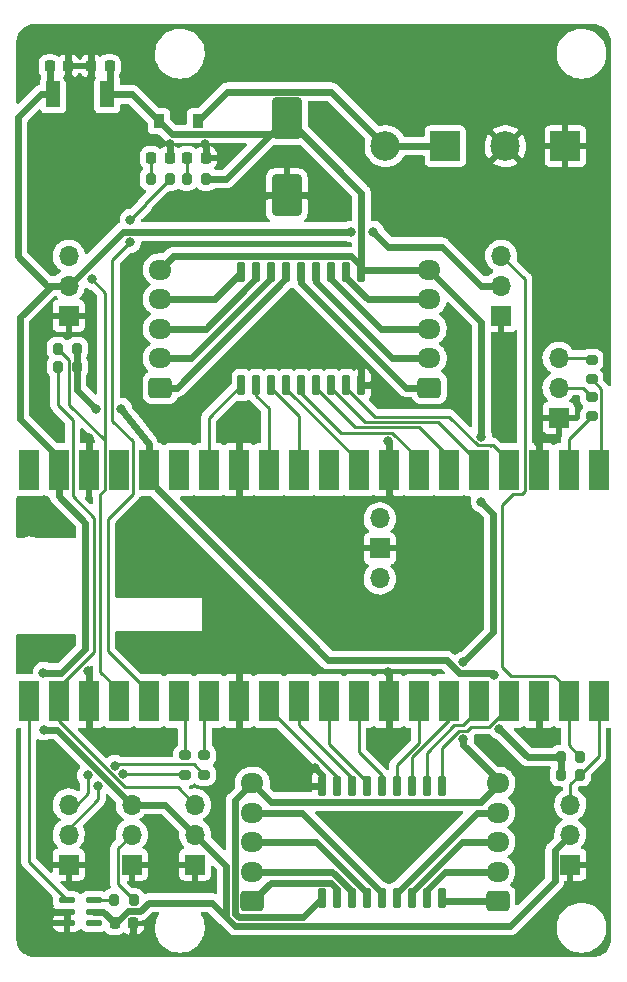
<source format=gtl>
G04 This is an RS-274x file exported by *
G04 gerbv version  *
G04 More information is available about gerbv at *
G04 https://gerbv.github.io/ *
G04 --End of header info--*
%MOIN*%
%FSLAX36Y36*%
%IPPOS*%
G04 --Define apertures--*
%ADD10R,0.0669X0.0669*%
%ADD11O,0.0669X0.0669*%
%AMMACRO12*
4,1,4,0.028543,-0.023622,0.028543,0.023622,-0.028543,0.023622,-0.028543,-0.023622,0.028543,-0.023622,0.000000*
1,1,0.019685,0.028543,-0.023622*
1,1,0.019685,0.028543,0.023622*
1,1,0.019685,-0.028543,0.023622*
1,1,0.019685,-0.028543,-0.023622*
20,1,0.019685,0.028543,-0.023622,0.028543,0.023622,0.000000*
20,1,0.019685,0.028543,0.023622,-0.028543,0.023622,0.000000*
20,1,0.019685,-0.028543,0.023622,-0.028543,-0.023622,0.000000*
20,1,0.019685,-0.028543,-0.023622,0.028543,-0.023622,0.000000*
%
%ADD12MACRO12*%
%ADD13O,0.0768X0.0669*%
%AMMACRO14*
4,1,4,0.005906,-0.028543,0.005906,0.028543,-0.005906,0.028543,-0.005906,-0.028543,0.005906,-0.028543,0.000000*
1,1,0.011811,0.005906,-0.028543*
1,1,0.011811,0.005906,0.028543*
1,1,0.011811,-0.005906,0.028543*
1,1,0.011811,-0.005906,-0.028543*
20,1,0.011811,0.005906,-0.028543,0.005906,0.028543,0.000000*
20,1,0.011811,0.005906,0.028543,-0.005906,0.028543,0.000000*
20,1,0.011811,-0.005906,0.028543,-0.005906,-0.028543,0.000000*
20,1,0.011811,-0.005906,-0.028543,0.005906,-0.028543,0.000000*
%
%ADD14MACRO14*%
%AMMACRO15*
4,1,4,-0.010827,0.007874,-0.010827,-0.007874,0.010827,-0.007874,0.010827,0.007874,-0.010827,0.007874,0.000000*
1,1,0.015748,-0.010827,0.007874*
1,1,0.015748,-0.010827,-0.007874*
1,1,0.015748,0.010827,-0.007874*
1,1,0.015748,0.010827,0.007874*
20,1,0.015748,-0.010827,0.007874,-0.010827,-0.007874,0.000000*
20,1,0.015748,-0.010827,-0.007874,0.010827,-0.007874,0.000000*
20,1,0.015748,0.010827,-0.007874,0.010827,0.007874,0.000000*
20,1,0.015748,0.010827,0.007874,-0.010827,0.007874,0.000000*
%
%ADD15MACRO15*%
%ADD16R,0.0669X0.1378*%
%AMMACRO17*
4,1,4,0.007874,0.010827,-0.007874,0.010827,-0.007874,-0.010827,0.007874,-0.010827,0.007874,0.010827,0.000000*
1,1,0.015748,0.007874,0.010827*
1,1,0.015748,-0.007874,0.010827*
1,1,0.015748,-0.007874,-0.010827*
1,1,0.015748,0.007874,-0.010827*
20,1,0.015748,0.007874,0.010827,-0.007874,0.010827,0.000000*
20,1,0.015748,-0.007874,0.010827,-0.007874,-0.010827,0.000000*
20,1,0.015748,-0.007874,-0.010827,0.007874,-0.010827,0.000000*
20,1,0.015748,0.007874,-0.010827,0.007874,0.010827,0.000000*
%
%ADD17MACRO17*%
%AMMACRO18*
4,1,4,0.010827,-0.007874,0.010827,0.007874,-0.010827,0.007874,-0.010827,-0.007874,0.010827,-0.007874,0.000000*
1,1,0.015748,0.010827,-0.007874*
1,1,0.015748,0.010827,0.007874*
1,1,0.015748,-0.010827,0.007874*
1,1,0.015748,-0.010827,-0.007874*
20,1,0.015748,0.010827,-0.007874,0.010827,0.007874,0.000000*
20,1,0.015748,0.010827,0.007874,-0.010827,0.007874,0.000000*
20,1,0.015748,-0.010827,0.007874,-0.010827,-0.007874,0.000000*
20,1,0.015748,-0.010827,-0.007874,0.010827,-0.007874,0.000000*
%
%ADD18MACRO18*%
%AMMACRO19*
4,1,4,-0.008858,-0.009843,0.008858,-0.009843,0.008858,0.009843,-0.008858,0.009843,-0.008858,-0.009843,0.000000*
1,1,0.017717,-0.008858,-0.009843*
1,1,0.017717,0.008858,-0.009843*
1,1,0.017717,0.008858,0.009843*
1,1,0.017717,-0.008858,0.009843*
20,1,0.017717,-0.008858,-0.009843,0.008858,-0.009843,0.000000*
20,1,0.017717,0.008858,-0.009843,0.008858,0.009843,0.000000*
20,1,0.017717,0.008858,0.009843,-0.008858,0.009843,0.000000*
20,1,0.017717,-0.008858,0.009843,-0.008858,-0.009843,0.000000*
%
%ADD19MACRO19*%
%ADD20R,0.0354X0.0472*%
%AMMACRO21*
4,1,4,-0.039370,0.059055,-0.039370,-0.059055,0.039370,-0.059055,0.039370,0.059055,-0.039370,0.059055,0.000000*
1,1,0.019685,-0.039370,0.059055*
1,1,0.019685,-0.039370,-0.059055*
1,1,0.019685,0.039370,-0.059055*
1,1,0.019685,0.039370,0.059055*
20,1,0.019685,-0.039370,0.059055,-0.039370,-0.059055,0.000000*
20,1,0.019685,-0.039370,-0.059055,0.039370,-0.059055,0.000000*
20,1,0.019685,0.039370,-0.059055,0.039370,0.059055,0.000000*
20,1,0.019685,0.039370,0.059055,-0.039370,0.059055,0.000000*
%
%ADD21MACRO21*%
%ADD22R,0.0984X0.0984*%
%ADD23C,0.0984*%
%AMMACRO24*
4,1,4,0.008612,0.010089,-0.008612,0.010089,-0.008612,-0.010089,0.008612,-0.010089,0.008612,0.010089,0.000000*
1,1,0.017224,0.008612,0.010089*
1,1,0.017224,-0.008612,0.010089*
1,1,0.017224,-0.008612,-0.010089*
1,1,0.017224,0.008612,-0.010089*
20,1,0.017224,0.008612,0.010089,-0.008612,0.010089,0.000000*
20,1,0.017224,-0.008612,0.010089,-0.008612,-0.010089,0.000000*
20,1,0.017224,-0.008612,-0.010089,0.008612,-0.010089,0.000000*
20,1,0.017224,0.008612,-0.010089,0.008612,0.010089,0.000000*
%
%ADD24MACRO24*%
%AMMACRO25*
4,1,4,-0.023130,-0.004921,0.023130,-0.004921,0.023130,0.004921,-0.023130,0.004921,-0.023130,-0.004921,0.000000*
1,1,0.009843,-0.023130,-0.004921*
1,1,0.009843,0.023130,-0.004921*
1,1,0.009843,0.023130,0.004921*
1,1,0.009843,-0.023130,0.004921*
20,1,0.009843,-0.023130,-0.004921,0.023130,-0.004921,0.000000*
20,1,0.009843,0.023130,-0.004921,0.023130,0.004921,0.000000*
20,1,0.009843,0.023130,0.004921,-0.023130,0.004921,0.000000*
20,1,0.009843,-0.023130,0.004921,-0.023130,-0.004921,0.000000*
%
%ADD25MACRO25*%
%ADD26R,0.0472X0.0866*%
%ADD27R,0.2283X0.2520*%
%AMMACRO28*
4,1,4,-0.007874,-0.010827,0.007874,-0.010827,0.007874,0.010827,-0.007874,0.010827,-0.007874,-0.010827,0.000000*
1,1,0.015748,-0.007874,-0.010827*
1,1,0.015748,0.007874,-0.010827*
1,1,0.015748,0.007874,0.010827*
1,1,0.015748,-0.007874,0.010827*
20,1,0.015748,-0.007874,-0.010827,0.007874,-0.010827,0.000000*
20,1,0.015748,0.007874,-0.010827,0.007874,0.010827,0.000000*
20,1,0.015748,0.007874,0.010827,-0.007874,0.010827,0.000000*
20,1,0.015748,-0.007874,0.010827,-0.007874,-0.010827,0.000000*
%
%ADD28MACRO28*%
%AMMACRO29*
4,1,4,-0.005906,0.028543,-0.005906,-0.028543,0.005906,-0.028543,0.005906,0.028543,-0.005906,0.028543,0.000000*
1,1,0.011811,-0.005906,0.028543*
1,1,0.011811,-0.005906,-0.028543*
1,1,0.011811,0.005906,-0.028543*
1,1,0.011811,0.005906,0.028543*
20,1,0.011811,-0.005906,0.028543,-0.005906,-0.028543,0.000000*
20,1,0.011811,-0.005906,-0.028543,0.005906,-0.028543,0.000000*
20,1,0.011811,0.005906,-0.028543,0.005906,0.028543,0.000000*
20,1,0.011811,0.005906,0.028543,-0.005906,0.028543,0.000000*
%
%ADD29MACRO29*%
%AMMACRO30*
4,1,4,0.008858,0.009843,-0.008858,0.009843,-0.008858,-0.009843,0.008858,-0.009843,0.008858,0.009843,0.000000*
1,1,0.017717,0.008858,0.009843*
1,1,0.017717,-0.008858,0.009843*
1,1,0.017717,-0.008858,-0.009843*
1,1,0.017717,0.008858,-0.009843*
20,1,0.017717,0.008858,0.009843,-0.008858,0.009843,0.000000*
20,1,0.017717,-0.008858,0.009843,-0.008858,-0.009843,0.000000*
20,1,0.017717,-0.008858,-0.009843,0.008858,-0.009843,0.000000*
20,1,0.017717,0.008858,-0.009843,0.008858,0.009843,0.000000*
%
%ADD30MACRO30*%
%ADD31C,0.0315*%
%ADD32C,0.0217*%
%ADD33C,0.0098*%
G04 --Start main section--*
G54D10*
G01X5356555Y-4789409D03*
G54D11*
G01X5356555Y-4689409D03*
G01X5356555Y-4589409D03*
G54D12*
G01X5115000Y-4911467D03*
G54D13*
G01X5115000Y-4813041D03*
G01X5115000Y-4714616D03*
G01X5115000Y-4616191D03*
G01X5115000Y-4517766D03*
G54D14*
G01X4260010Y-3190896D03*
G01X4310010Y-3190896D03*
G01X4360010Y-3190896D03*
G01X4410010Y-3190896D03*
G01X4460010Y-3190896D03*
G01X4510010Y-3190896D03*
G01X4560010Y-3190896D03*
G01X4610010Y-3190896D03*
G01X4660010Y-3190896D03*
G01X4660010Y-2814911D03*
G01X4610010Y-2814911D03*
G01X4560010Y-2814911D03*
G01X4510010Y-2814911D03*
G01X4460010Y-2814911D03*
G01X4410010Y-2814911D03*
G01X4360010Y-2814911D03*
G01X4310010Y-2814911D03*
G01X4260010Y-2814911D03*
G54D15*
G01X5428000Y-3107000D03*
G01X5428000Y-3171961D03*
G54D16*
G01X3550906Y-4244193D03*
G01X3650906Y-4244193D03*
G01X3750906Y-4244193D03*
G01X3850906Y-4244193D03*
G01X3950906Y-4244193D03*
G01X4050906Y-4244193D03*
G01X4150906Y-4244193D03*
G01X4250906Y-4244193D03*
G01X4350906Y-4244193D03*
G01X4450906Y-4244193D03*
G01X4550906Y-4244193D03*
G01X4650906Y-4244193D03*
G01X4750906Y-4244193D03*
G01X4850906Y-4244193D03*
G01X4950906Y-4244193D03*
G01X5050906Y-4244193D03*
G01X5150906Y-4244193D03*
G01X5250906Y-4244193D03*
G01X5350906Y-4244193D03*
G01X5450906Y-4244193D03*
G01X5450906Y-3473327D03*
G01X5350906Y-3473327D03*
G01X5250906Y-3473327D03*
G01X5150906Y-3473327D03*
G01X5050906Y-3473327D03*
G01X4950906Y-3473327D03*
G01X4850906Y-3473327D03*
G01X4750906Y-3473327D03*
G01X4650906Y-3473327D03*
G01X4550906Y-3473327D03*
G01X4450906Y-3473327D03*
G01X4350906Y-3473327D03*
G01X4250906Y-3473327D03*
G01X4150906Y-3473327D03*
G01X4050906Y-3473327D03*
G01X3950906Y-3473327D03*
G01X3850906Y-3473327D03*
G01X3750906Y-3473327D03*
G01X3650906Y-3473327D03*
G01X3550906Y-3473327D03*
G54D11*
G01X4721378Y-3835764D03*
G54D10*
G01X4721378Y-3735764D03*
G54D11*
G01X4721378Y-3635764D03*
G54D17*
G01X4142480Y-2504000D03*
G01X4077520Y-2504000D03*
G54D18*
G01X4136000Y-4490480D03*
G01X4136000Y-4425520D03*
G54D10*
G01X3894528Y-4789409D03*
G54D11*
G01X3894528Y-4689409D03*
G01X3894528Y-4589409D03*
G54D10*
G01X3684055Y-2959596D03*
G54D11*
G01X3684055Y-2859596D03*
G01X3684055Y-2759596D03*
G54D10*
G01X4105000Y-4789409D03*
G54D11*
G01X4105000Y-4689409D03*
G01X4105000Y-4589409D03*
G54D15*
G01X5428000Y-3230039D03*
G01X5428000Y-3295000D03*
G54D17*
G01X3712480Y-3130000D03*
G01X3647520Y-3130000D03*
G54D10*
G01X5317185Y-3300409D03*
G54D11*
G01X5317185Y-3200409D03*
G01X5317185Y-3100409D03*
G54D19*
G01X3621488Y-2128000D03*
G01X3682512Y-2128000D03*
G54D20*
G01X3985039Y-2312000D03*
G01X4114961Y-2312000D03*
G54D21*
G01X4411240Y-2302047D03*
G01X4411240Y-2557953D03*
G54D22*
G01X5340000Y-2395000D03*
G54D23*
G01X5140000Y-2395000D03*
G54D24*
G01X4141004Y-2434000D03*
G01X4078996Y-2434000D03*
G54D25*
G01X3679217Y-4908787D03*
G01X3679217Y-4946189D03*
G01X3679217Y-4983591D03*
G01X3768783Y-4983591D03*
G01X3768783Y-4946189D03*
G01X3768783Y-4908787D03*
G54D18*
G01X4072000Y-4490480D03*
G01X4072000Y-4425520D03*
G54D17*
G01X3712480Y-3070000D03*
G01X3647520Y-3070000D03*
G54D22*
G01X4940000Y-2395000D03*
G54D23*
G01X4740000Y-2395000D03*
G54D12*
G01X4886000Y-3199754D03*
G54D13*
G01X4886000Y-3101329D03*
G01X4886000Y-3002904D03*
G01X4886000Y-2904478D03*
G01X4886000Y-2806053D03*
G54D17*
G01X4022480Y-2504000D03*
G01X3957520Y-2504000D03*
G54D10*
G01X5126000Y-2959596D03*
G54D11*
G01X5126000Y-2859596D03*
G01X5126000Y-2759596D03*
G54D26*
G01X3812697Y-2221969D03*
G54D27*
G01X3722933Y-2470000D03*
G54D26*
G01X3633169Y-2221969D03*
G54D28*
G01X3835520Y-4908000D03*
G01X3900480Y-4908000D03*
G01X5324075Y-4490000D03*
G01X5389035Y-4490000D03*
G54D29*
G01X4927520Y-4526624D03*
G01X4877520Y-4526624D03*
G01X4827520Y-4526624D03*
G01X4777520Y-4526624D03*
G01X4727520Y-4526624D03*
G01X4677520Y-4526624D03*
G01X4627520Y-4526624D03*
G01X4577520Y-4526624D03*
G01X4527520Y-4526624D03*
G01X4527520Y-4902608D03*
G01X4577520Y-4902608D03*
G01X4627520Y-4902608D03*
G01X4677520Y-4902608D03*
G01X4727520Y-4902608D03*
G01X4777520Y-4902608D03*
G01X4827520Y-4902608D03*
G01X4877520Y-4902608D03*
G01X4927520Y-4902608D03*
G54D10*
G01X3684055Y-4789409D03*
G54D11*
G01X3684055Y-4689409D03*
G01X3684055Y-4589409D03*
G54D30*
G01X3898512Y-4984378D03*
G01X3837488Y-4984378D03*
G54D12*
G01X3989331Y-3199754D03*
G54D13*
G01X3989331Y-3101329D03*
G01X3989331Y-3002904D03*
G01X3989331Y-2904478D03*
G01X3989331Y-2806053D03*
G54D12*
G01X4296850Y-4911467D03*
G54D13*
G01X4296850Y-4813041D03*
G01X4296850Y-4714616D03*
G01X4296850Y-4616191D03*
G01X4296850Y-4517766D03*
G54D24*
G01X4021004Y-2434000D03*
G01X3958996Y-2434000D03*
G54D28*
G01X5324075Y-4430364D03*
G01X5389035Y-4430364D03*
G54D30*
G01X3820512Y-2128000D03*
G01X3759488Y-2128000D03*
G54D31*
G01X5060000Y-3363110D03*
G01X5000000Y-4115571D03*
G01X5060000Y-3580000D03*
G01X5000000Y-4372126D03*
G01X3682512Y-2167488D03*
G01X3759488Y-2167488D03*
G01X3750906Y-3369094D03*
G01X3580000Y-2579118D03*
G01X4750000Y-4350000D03*
G01X4730000Y-4715000D03*
G01X4776000Y-3584000D03*
G01X3759488Y-2080000D03*
G01X4252000Y-4146000D03*
G01X4504850Y-4467669D03*
G01X5250000Y-3380000D03*
G01X3864000Y-2470000D03*
G01X3864000Y-2525118D03*
G01X4659104Y-3130000D03*
G01X3864000Y-2414882D03*
G01X5212000Y-4716000D03*
G01X3756000Y-2314000D03*
G01X3690125Y-2626000D03*
G01X3690383Y-2316000D03*
G01X4477520Y-4525000D03*
G01X4140000Y-2388752D03*
G01X4340000Y-2560000D03*
G01X3682512Y-2080000D03*
G01X3821617Y-2314000D03*
G01X4250000Y-3584000D03*
G01X4750000Y-4148000D03*
G01X3750000Y-4146000D03*
G01X5250000Y-4350000D03*
G01X3580000Y-2358646D03*
G01X3864000Y-2359764D03*
G01X3580000Y-2524000D03*
G01X3628189Y-4946189D03*
G01X4021948Y-2388324D03*
G01X3821358Y-2624000D03*
G01X3600000Y-3622000D03*
G01X3898000Y-5028000D03*
G01X4490000Y-2560000D03*
G01X4750000Y-3378524D03*
G01X4250000Y-4350000D03*
G01X3750000Y-4350000D03*
G01X3864000Y-2580236D03*
G01X3755741Y-2624000D03*
G01X3580000Y-2468882D03*
G01X4700000Y-3190896D03*
G01X4250000Y-3370000D03*
G01X3624508Y-2626000D03*
G01X3600000Y-4076000D03*
G01X3580000Y-2413764D03*
G01X3624766Y-2316000D03*
G01X4700000Y-2680000D03*
G01X4625581Y-2680000D03*
G01X3600000Y-4150000D03*
G01X3600391Y-4340000D03*
G01X3890000Y-2640000D03*
G01X3890000Y-2714429D03*
G01X3762229Y-2837771D03*
G01X5120086Y-4336779D03*
G01X3776122Y-3270000D03*
G01X5100906Y-4158453D03*
G01X3860000Y-3270000D03*
G01X3783214Y-4526786D03*
G01X3866432Y-4487568D03*
G01X3748214Y-4491786D03*
G01X3838432Y-4459568D03*
G54D32*
G01X4027362Y-2354323D02*
G01X4358965Y-2354323D01*
G01X4033622Y-2761762D02*
G01X4626108Y-2761762D01*
G01X5100000Y-4015571D02*
G01X5100000Y-3620000D01*
G01X4660010Y-2550817D02*
G01X4603596Y-2494404D01*
G01X4626108Y-2761762D02*
G01X4660010Y-2795664D01*
G01X4465128Y-4965000D02*
G01X4527520Y-4902608D01*
G01X4358965Y-2354323D02*
G01X4411240Y-2302047D01*
G01X4358858Y-4579774D02*
G01X5057992Y-4579774D01*
G01X5057992Y-4579774D02*
G01X5120000Y-4517766D01*
G01X4668868Y-2806053D02*
G01X4886000Y-2806053D01*
G01X4252047Y-4965000D02*
G01X4465128Y-4965000D01*
G01X4239764Y-4952717D02*
G01X4252047Y-4965000D01*
G01X4142480Y-2504000D02*
G01X4209287Y-2504000D01*
G01X4660010Y-2795664D02*
G01X4660010Y-2814911D01*
G01X4296850Y-4517766D02*
G01X4358858Y-4579774D01*
G01X4886000Y-2806053D02*
G01X5060000Y-2980053D01*
G01X3895008Y-2221969D02*
G01X3985039Y-2312000D01*
G01X3812697Y-2221969D02*
G01X3895008Y-2221969D01*
G01X4660010Y-2814911D02*
G01X4660010Y-2550817D01*
G01X5000000Y-4390285D02*
G01X5127480Y-4517766D01*
G01X5100000Y-3620000D02*
G01X5060000Y-3580000D01*
G01X5060000Y-2980053D02*
G01X5060000Y-3363110D01*
G01X3989331Y-2806053D02*
G01X4033622Y-2761762D01*
G01X3985039Y-2312000D02*
G01X4027362Y-2354323D01*
G01X4209287Y-2504000D02*
G01X4411240Y-2302047D01*
G01X4603596Y-2494404D02*
G01X4411240Y-2302047D01*
G01X3820512Y-2214154D02*
G01X3812697Y-2221969D01*
G01X5000000Y-4372126D02*
G01X5000000Y-4390285D01*
G01X4660010Y-2814911D02*
G01X4668868Y-2806053D01*
G01X4296850Y-4517766D02*
G01X4239764Y-4574852D01*
G01X5000000Y-4115571D02*
G01X5100000Y-4015571D01*
G01X4239764Y-4574852D02*
G01X4239764Y-4952717D01*
G01X3820512Y-2128000D02*
G01X3820512Y-2214154D01*
G01X4750906Y-3508760D02*
G01X4750906Y-3558906D01*
G01X4141004Y-2434000D02*
G01X4141004Y-2389756D01*
G01X4750906Y-4208760D02*
G01X4750906Y-4148906D01*
G01X4750906Y-4208760D02*
G01X4750906Y-4349094D01*
G01X4479144Y-4526624D02*
G01X4477520Y-4525000D01*
G01X4250906Y-4147094D02*
G01X4252000Y-4146000D01*
G01X3750906Y-4146906D02*
G01X3750000Y-4146000D01*
G01X4250906Y-4208760D02*
G01X4250906Y-4349094D01*
G01X4021004Y-2389268D02*
G01X4021948Y-2388324D01*
G01X4750906Y-3379429D02*
G01X4750000Y-3378524D01*
G01X5250906Y-4349094D02*
G01X5250000Y-4350000D01*
G01X3628189Y-4946189D02*
G01X3679217Y-4946189D01*
G01X3682512Y-2158512D02*
G01X3682512Y-2126000D01*
G01X3898512Y-4984378D02*
G01X3898512Y-5027488D01*
G01X4342047Y-2557953D02*
G01X4340000Y-2560000D01*
G01X4750906Y-3558906D02*
G01X4776000Y-3584000D01*
G01X4021004Y-2434000D02*
G01X4021004Y-2389268D01*
G01X3682512Y-2080512D02*
G01X3682000Y-2080000D01*
G01X4527520Y-4526624D02*
G01X4527520Y-4490339D01*
G01X3898512Y-5027488D02*
G01X3898000Y-5028000D01*
G01X3759488Y-2080512D02*
G01X3760000Y-2080000D01*
G01X3750906Y-4208760D02*
G01X3750906Y-4349094D01*
G01X4700000Y-3190896D02*
G01X4660010Y-3190896D01*
G01X5250906Y-3508760D02*
G01X5250906Y-3380906D01*
G01X3759488Y-2128000D02*
G01X3759488Y-2080512D01*
G01X4250906Y-3370906D02*
G01X4250000Y-3370000D01*
G01X4250906Y-3508760D02*
G01X4250906Y-3583094D01*
G01X4750906Y-3508760D02*
G01X4750906Y-3379429D01*
G01X4750906Y-4349094D02*
G01X4750000Y-4350000D01*
G01X3692000Y-2168000D02*
G01X3682512Y-2158512D01*
G01X4411240Y-2557953D02*
G01X4342047Y-2557953D01*
G01X4660010Y-3190896D02*
G01X4660010Y-3130906D01*
G01X3750906Y-3369094D02*
G01X3750906Y-3508760D01*
G01X4250906Y-4208760D02*
G01X4250906Y-4147094D01*
G01X4250906Y-3583094D02*
G01X4250000Y-3584000D01*
G01X4411240Y-2557953D02*
G01X4487953Y-2557953D01*
G01X4250906Y-4349094D02*
G01X4250000Y-4350000D01*
G01X5250906Y-4208760D02*
G01X5250906Y-4349094D01*
G01X4141004Y-2389756D02*
G01X4140000Y-2388752D01*
G01X4527520Y-4490339D02*
G01X4504850Y-4467669D01*
G01X3679217Y-4983591D02*
G01X3679217Y-4946189D01*
G01X3750906Y-4349094D02*
G01X3750000Y-4350000D01*
G01X4250906Y-3508760D02*
G01X4250906Y-3370906D01*
G01X4750906Y-4148906D02*
G01X4750000Y-4148000D01*
G01X3759488Y-2167488D02*
G01X3759488Y-2128000D01*
G01X4527520Y-4526624D02*
G01X4479144Y-4526624D01*
G01X3682512Y-2126000D02*
G01X3682512Y-2080512D01*
G01X5250906Y-3380906D02*
G01X5250000Y-3380000D01*
G01X3750906Y-4208760D02*
G01X3750906Y-4146906D01*
G01X4487953Y-2557953D02*
G01X4490000Y-2560000D01*
G01X4032000Y-2680000D02*
G01X4300000Y-2680000D01*
G01X5057596Y-2859596D02*
G01X5126000Y-2859596D01*
G01X3951661Y-4916339D02*
G01X4161628Y-4916339D01*
G01X4300000Y-2680000D02*
G01X4625581Y-2680000D01*
G01X3684055Y-2859596D02*
G01X3863652Y-2680000D01*
G01X3628404Y-2859596D02*
G01X3522000Y-2966000D01*
G01X4210236Y-4964947D02*
G01X4240289Y-4995000D01*
G01X5155000Y-4995000D02*
G01X5304390Y-4845610D01*
G01X3516000Y-2298000D02*
G01X3516000Y-2762000D01*
G01X3621488Y-2126000D02*
G01X3621488Y-2210287D01*
G01X4210236Y-4794646D02*
G01X4210236Y-4964947D01*
G01X4700000Y-2680000D02*
G01X4750000Y-2730000D01*
G01X4928000Y-2730000D02*
G01X5057596Y-2859596D01*
G01X3660000Y-4150000D02*
G01X3740000Y-4070000D01*
G01X3880706Y-4944509D02*
G01X3881599Y-4945402D01*
G01X3516000Y-2762000D02*
G01X3613596Y-2859596D01*
G01X3592031Y-2221969D02*
G01X3516000Y-2298000D01*
G01X3600000Y-4150000D02*
G01X3660000Y-4150000D01*
G01X3522000Y-2966000D02*
G01X3522000Y-3304657D01*
G01X4750000Y-2730000D02*
G01X4928000Y-2730000D01*
G01X3522000Y-3304657D02*
G01X3650906Y-3433563D01*
G01X3881599Y-4945402D02*
G01X3922598Y-4945402D01*
G01X3633169Y-2221969D02*
G01X3592031Y-2221969D01*
G01X3863652Y-2680000D02*
G01X4032000Y-2680000D01*
G01X4240289Y-4995000D02*
G01X5155000Y-4995000D01*
G01X3740000Y-3650000D02*
G01X3650906Y-3560906D01*
G01X4161628Y-4916339D02*
G01X4240289Y-4995000D01*
G01X3613596Y-2859596D02*
G01X3684055Y-2859596D01*
G01X3650906Y-3560906D02*
G01X3650906Y-3508760D01*
G01X4005000Y-4589409D02*
G01X4105000Y-4689409D01*
G01X3768783Y-4946189D02*
G01X3799299Y-4946189D01*
G01X3922598Y-4945402D02*
G01X3951661Y-4916339D01*
G01X3799299Y-4946189D02*
G01X3837488Y-4984378D01*
G01X3621488Y-2210287D02*
G01X3633169Y-2221969D01*
G01X3740000Y-4070000D02*
G01X3740000Y-3650000D01*
G01X5304390Y-4741575D02*
G01X5356555Y-4689409D01*
G01X3645118Y-4340000D02*
G01X3894528Y-4589409D01*
G01X4105000Y-4689409D02*
G01X4210236Y-4794646D01*
G01X5304390Y-4845610D02*
G01X5304390Y-4741575D01*
G01X3840837Y-4984378D02*
G01X3880706Y-4944509D01*
G01X3894528Y-4589409D02*
G01X4005000Y-4589409D01*
G01X3684055Y-2859596D02*
G01X3628404Y-2859596D01*
G01X3837488Y-4984378D02*
G01X3840837Y-4984378D01*
G01X3600391Y-4340000D02*
G01X3645118Y-4340000D01*
G54D33*
G01X3958996Y-2434000D02*
G01X3958996Y-2502524D01*
G01X3958996Y-2502524D02*
G01X3957520Y-2504000D01*
G01X4078996Y-2502524D02*
G01X4077520Y-2504000D01*
G01X4078996Y-2434000D02*
G01X4078996Y-2502524D01*
G54D32*
G01X4410010Y-2835990D02*
G01X4046246Y-3199754D01*
G01X4046246Y-3199754D02*
G01X3989331Y-3199754D01*
G01X4410010Y-2814911D02*
G01X4410010Y-2835990D01*
G01X4092840Y-3101329D02*
G01X3989331Y-3101329D01*
G01X4360010Y-2814911D02*
G01X4360010Y-2834159D01*
G01X4360010Y-2834159D02*
G01X4092840Y-3101329D01*
G01X4310010Y-2814911D02*
G01X4310010Y-2834159D01*
G01X4310010Y-2834159D02*
G01X4276108Y-2868061D01*
G01X4276108Y-2868061D02*
G01X4275939Y-2868061D01*
G01X4275939Y-2868061D02*
G01X4141096Y-3002904D01*
G01X4141096Y-3002904D02*
G01X3989331Y-3002904D01*
G01X3989331Y-2904478D02*
G01X4170443Y-2904478D01*
G01X4170443Y-2904478D02*
G01X4260010Y-2814911D01*
G01X4809996Y-3199754D02*
G01X4460010Y-2849768D01*
G01X4886000Y-3199754D02*
G01X4809996Y-3199754D01*
G01X4460010Y-2849768D02*
G01X4460010Y-2814911D01*
G01X4510010Y-2848010D02*
G01X4510010Y-2814911D01*
G01X4886000Y-3101329D02*
G01X4763329Y-3101329D01*
G01X4763329Y-3101329D02*
G01X4510010Y-2848010D01*
G01X4560010Y-2814911D02*
G01X4560010Y-2838010D01*
G01X4560010Y-2838010D02*
G01X4724904Y-3002904D01*
G01X4724904Y-3002904D02*
G01X4886000Y-3002904D01*
G01X4610010Y-2814911D02*
G01X4610010Y-2834159D01*
G01X4680329Y-2904478D02*
G01X4886000Y-2904478D01*
G01X4610010Y-2834159D02*
G01X4680329Y-2904478D01*
G01X5120000Y-4911467D02*
G01X4936378Y-4911467D01*
G01X4936378Y-4911467D02*
G01X4927520Y-4902608D01*
G01X5120000Y-4813041D02*
G01X4939478Y-4813041D01*
G01X4939478Y-4813041D02*
G01X4882520Y-4870000D01*
G01X5120000Y-4714616D02*
G01X4993661Y-4714616D01*
G01X4993661Y-4714616D02*
G01X4827520Y-4880758D01*
G01X5120000Y-4616191D02*
G01X5044690Y-4616191D01*
G01X5044690Y-4616191D02*
G01X4777520Y-4883361D01*
G01X4577520Y-4870000D02*
G01X4577520Y-4902608D01*
G01X4556978Y-4849459D02*
G01X4577520Y-4870000D01*
G01X4358858Y-4849459D02*
G01X4556978Y-4849459D01*
G01X4296850Y-4911467D02*
G01X4358858Y-4849459D01*
G01X4562319Y-4813041D02*
G01X4296850Y-4813041D01*
G01X4627520Y-4878242D02*
G01X4562319Y-4813041D01*
G01X4627520Y-4902608D02*
G01X4627520Y-4878242D01*
G01X4508775Y-4714616D02*
G01X4296850Y-4714616D01*
G01X4677520Y-4883361D02*
G01X4508775Y-4714616D01*
G01X4727520Y-4883361D02*
G01X4460350Y-4616191D01*
G01X4460350Y-4616191D02*
G01X4296850Y-4616191D01*
G54D33*
G01X4136000Y-4425520D02*
G01X4136000Y-4223665D01*
G01X4136000Y-4223665D02*
G01X4150906Y-4208760D01*
G01X4072000Y-4425520D02*
G01X4072000Y-4229854D01*
G01X4072000Y-4229854D02*
G01X4050906Y-4208760D01*
G01X5350906Y-3372094D02*
G01X5428000Y-3295000D01*
G01X5350906Y-3508760D02*
G01X5350906Y-3372094D01*
G01X3938000Y-2588480D02*
G01X3938000Y-2594000D01*
G01X3830000Y-2774429D02*
G01X3830000Y-3310000D01*
G01X3890000Y-2714429D02*
G01X3830000Y-2774429D01*
G01X3936000Y-2594000D02*
G01X3890000Y-2640000D01*
G01X3938000Y-2594000D02*
G01X3936000Y-2594000D01*
G01X3815079Y-4079006D02*
G01X3944833Y-4208760D01*
G01X3830000Y-3310000D02*
G01X3897165Y-3377165D01*
G01X3897165Y-3555020D02*
G01X3815079Y-3637106D01*
G01X3815079Y-3637106D02*
G01X3815079Y-4079006D01*
G01X3897165Y-3377165D02*
G01X3897165Y-3555020D01*
G01X4022480Y-2504000D02*
G01X3938000Y-2588480D01*
G01X4150906Y-3300000D02*
G01X4260010Y-3190896D01*
G01X4150906Y-3508760D02*
G01X4150906Y-3300000D01*
G01X4350906Y-3268886D02*
G01X4310010Y-3227990D01*
G01X4350906Y-3508760D02*
G01X4350906Y-3268886D01*
G01X4310010Y-3227990D02*
G01X4310010Y-3190896D01*
G01X4450906Y-3292687D02*
G01X4360010Y-3201791D01*
G01X4360010Y-3201791D02*
G01X4360010Y-3190896D01*
G01X4450906Y-3508760D02*
G01X4450906Y-3292687D01*
G01X5350906Y-4208760D02*
G01X5350906Y-4392234D01*
G01X5130000Y-3590000D02*
G01X5164980Y-3555020D01*
G01X5204646Y-2838242D02*
G01X5204646Y-3545354D01*
G01X5302146Y-4160000D02*
G01X5160000Y-4160000D01*
G01X5160000Y-4160000D02*
G01X5130000Y-4130000D01*
G01X5194980Y-3555020D02*
G01X5204646Y-3545354D01*
G01X5164980Y-3555020D02*
G01X5194980Y-3555020D01*
G01X5126000Y-2759596D02*
G01X5204646Y-2838242D01*
G01X5350906Y-4208760D02*
G01X5302146Y-4160000D01*
G01X5130000Y-4130000D02*
G01X5130000Y-3590000D01*
G01X5350906Y-4392234D02*
G01X5389035Y-4430364D01*
G01X3790000Y-3555020D02*
G01X3790000Y-4147854D01*
G01X3804646Y-2884646D02*
G01X3804646Y-3385354D01*
G01X3804646Y-3540374D02*
G01X3790000Y-3555020D01*
G01X3647520Y-3070000D02*
G01X3683937Y-3106417D01*
G01X3762229Y-2837771D02*
G01X3804646Y-2884646D01*
G01X3683937Y-3106417D02*
G01X3683937Y-3256063D01*
G01X3686063Y-3256063D02*
G01X3804646Y-3374646D01*
G01X3683937Y-3256063D02*
G01X3686063Y-3256063D01*
G01X3804646Y-3374646D02*
G01X3804646Y-3385354D01*
G01X3790000Y-4147854D02*
G01X3850906Y-4208760D01*
G01X3804646Y-3385354D02*
G01X3804646Y-3540374D01*
G01X3650906Y-4208760D02*
G01X3650906Y-4312381D01*
G01X3697165Y-3307165D02*
G01X3697165Y-3562185D01*
G01X3870525Y-4532000D02*
G01X4047591Y-4532000D01*
G01X3770000Y-4080000D02*
G01X3650906Y-4199094D01*
G01X4047591Y-4532000D02*
G01X4105000Y-4589409D01*
G01X3647520Y-3257520D02*
G01X3697165Y-3307165D01*
G01X3697165Y-3562185D02*
G01X3770000Y-3635020D01*
G01X3770000Y-3635020D02*
G01X3770000Y-4080000D01*
G01X3647520Y-3130000D02*
G01X3647520Y-3257520D01*
G01X3650906Y-4312381D02*
G01X3870525Y-4532000D01*
G01X5356555Y-4522480D02*
G01X5356555Y-4589409D01*
G01X5450906Y-4208760D02*
G01X5450906Y-4428130D01*
G01X5389035Y-4490000D02*
G01X5356555Y-4522480D01*
G01X5450906Y-4428130D02*
G01X5389035Y-4490000D01*
G01X4650906Y-3508760D02*
G01X4650906Y-3445374D01*
G01X4410010Y-3204478D02*
G01X4410010Y-3190896D01*
G01X4650906Y-3445374D02*
G01X4410010Y-3204478D01*
G01X4761843Y-3350000D02*
G01X4592000Y-3350000D01*
G01X4592000Y-3350000D02*
G01X4460010Y-3218010D01*
G01X4460010Y-3218010D02*
G01X4460010Y-3190896D01*
G01X4850906Y-3508760D02*
G01X4850906Y-3439063D01*
G01X4850906Y-3439063D02*
G01X4761843Y-3350000D01*
G01X4950906Y-3430906D02*
G01X4950906Y-3508760D01*
G01X4510010Y-3201791D02*
G01X4640218Y-3332000D01*
G01X4510010Y-3190896D02*
G01X4510010Y-3201791D01*
G01X4852000Y-3332000D02*
G01X4950906Y-3430906D01*
G01X4640218Y-3332000D02*
G01X4852000Y-3332000D01*
G01X5050906Y-3450906D02*
G01X5050906Y-3508760D01*
G01X4560010Y-3201791D02*
G01X4672502Y-3314283D01*
G01X4560010Y-3190896D02*
G01X4560010Y-3201791D01*
G01X4672502Y-3314283D02*
G01X4914283Y-3314283D01*
G01X4914283Y-3314283D02*
G01X5050906Y-3450906D01*
G01X5068346Y-3391654D02*
G01X5089654Y-3391654D01*
G01X4610010Y-3201791D02*
G01X4704785Y-3296567D01*
G01X4704785Y-3296567D02*
G01X4952567Y-3296567D01*
G01X5097185Y-3391654D02*
G01X5068346Y-3391654D01*
G01X4610010Y-3190896D02*
G01X4610010Y-3201791D01*
G01X4952567Y-3296567D02*
G01X5047654Y-3391654D01*
G01X5150906Y-3508760D02*
G01X5150906Y-3445374D01*
G01X5092000Y-3394000D02*
G01X5089654Y-3391654D01*
G01X5047654Y-3391654D02*
G01X5068346Y-3391654D01*
G01X5150906Y-3445374D02*
G01X5097185Y-3391654D01*
G01X5011417Y-4343583D02*
G01X5025000Y-4330000D01*
G01X4986417Y-4343583D02*
G01X5011417Y-4343583D01*
G01X5025000Y-4330000D02*
G01X5086498Y-4330000D01*
G01X4927520Y-4526624D02*
G01X4927520Y-4402480D01*
G01X5086498Y-4330000D02*
G01X5150906Y-4265592D01*
G01X4927520Y-4402480D02*
G01X4986417Y-4343583D01*
G01X4969114Y-4325886D02*
G01X4997165Y-4325886D01*
G01X4877520Y-4526624D02*
G01X4877520Y-4417480D01*
G01X4877520Y-4417480D02*
G01X4969114Y-4325886D01*
G01X4997165Y-4325886D02*
G01X5050906Y-4272146D01*
G01X4950906Y-4309149D02*
G01X4950906Y-4208760D01*
G01X4827520Y-4526624D02*
G01X4827520Y-4432535D01*
G01X4827520Y-4432535D02*
G01X4950906Y-4309149D01*
G01X4850906Y-4384094D02*
G01X4850906Y-4208760D01*
G01X4777520Y-4457480D02*
G01X4850906Y-4384094D01*
G01X4777520Y-4526624D02*
G01X4777520Y-4457480D01*
G01X4727520Y-4492520D02*
G01X4650906Y-4415906D01*
G01X4727520Y-4526624D02*
G01X4727520Y-4492520D01*
G01X4650906Y-4415906D02*
G01X4650906Y-4208760D01*
G01X4677520Y-4515728D02*
G01X4550906Y-4389114D01*
G01X4550906Y-4389114D02*
G01X4550906Y-4208760D01*
G01X4627520Y-4502520D02*
G01X4450906Y-4325906D01*
G01X4450906Y-4325906D02*
G01X4450906Y-4208760D01*
G01X4577520Y-4497520D02*
G01X4350906Y-4270906D01*
G01X5459496Y-3203457D02*
G01X5428000Y-3171961D01*
G01X5450906Y-3508760D02*
G01X5459496Y-3500169D01*
G01X5459496Y-3500169D02*
G01X5459496Y-3203457D01*
G01X3900480Y-4908000D02*
G01X3848268Y-4855787D01*
G01X3848268Y-4735669D02*
G01X3894528Y-4689409D01*
G01X3848268Y-4855787D02*
G01X3848268Y-4735669D01*
G54D32*
G01X4213461Y-2213500D02*
G01X4558500Y-2213500D01*
G01X4114961Y-2312000D02*
G01X4213461Y-2213500D01*
G01X4940000Y-2395000D02*
G01X4740000Y-2395000D01*
G01X4740000Y-2395000D02*
G01X4558500Y-2213500D01*
G01X4550146Y-4108000D02*
G01X4943711Y-4108000D01*
G01X5324075Y-4490000D02*
G01X5324075Y-4430364D01*
G01X3950906Y-3508760D02*
G01X4550146Y-4108000D01*
G01X3712480Y-3206358D02*
G01X3776122Y-3270000D01*
G01X3712480Y-3070000D02*
G01X3712480Y-3130000D01*
G01X3950906Y-3387736D02*
G01X3950906Y-3508760D01*
G01X5092473Y-4150020D02*
G01X5100906Y-4158453D01*
G01X3712480Y-3130000D02*
G01X3712480Y-3206358D01*
G01X5324075Y-4430364D02*
G01X5213671Y-4430364D01*
G01X4985731Y-4150020D02*
G01X5092473Y-4150020D01*
G01X4943711Y-4108000D02*
G01X4985731Y-4150020D01*
G01X5213671Y-4430364D02*
G01X5120086Y-4336779D01*
G01X3860000Y-3270000D02*
G01X3950906Y-3387736D01*
G54D33*
G01X3783214Y-4570786D02*
G01X3684055Y-4669945D01*
G01X3684055Y-4669945D02*
G01X3684055Y-4689409D01*
G01X3866432Y-4487568D02*
G01X3866500Y-4487500D01*
G01X3783214Y-4526786D02*
G01X3783214Y-4570786D01*
G01X4069020Y-4487500D02*
G01X4072000Y-4490480D01*
G01X3866500Y-4487500D02*
G01X4069020Y-4487500D01*
G01X3838432Y-4459568D02*
G01X3842000Y-4456000D01*
G01X3842000Y-4456000D02*
G01X4101520Y-4456000D01*
G01X3748214Y-4551786D02*
G01X3710591Y-4589409D01*
G01X4101520Y-4456000D02*
G01X4136000Y-4490480D01*
G01X3710591Y-4589409D02*
G01X3685591Y-4589409D01*
G01X3748214Y-4491786D02*
G01X3748214Y-4551786D01*
G01X5317185Y-3200409D02*
G01X5398370Y-3200409D01*
G01X5398370Y-3200409D02*
G01X5428000Y-3230039D01*
G01X5317185Y-3100409D02*
G01X5421409Y-3100409D01*
G01X5421409Y-3100409D02*
G01X5428000Y-3107000D01*
G01X3834732Y-4908787D02*
G01X3835520Y-4908000D01*
G01X3768783Y-4908787D02*
G01X3834732Y-4908787D01*
G01X3550906Y-4780476D02*
G01X3550906Y-4208760D01*
G01X3679217Y-4908787D02*
G01X3550906Y-4780476D01*
G36*
G01X5486536Y-4333150D02*
G01X5489048Y-4333601D01*
G01X5491095Y-4335505D01*
G01X5491791Y-4338039D01*
G01X5491791Y-5037426D01*
G01X5491732Y-5038190D01*
G01X5491641Y-5038774D01*
G01X5491641Y-5038774D01*
G01X5491587Y-5039123D01*
G01X5491659Y-5039673D01*
G01X5491666Y-5039723D01*
G01X5491695Y-5040721D01*
G01X5491219Y-5047373D01*
G01X5491118Y-5048073D01*
G01X5491062Y-5048330D01*
G01X5489488Y-5055567D01*
G01X5489289Y-5056246D01*
G01X5486609Y-5063431D01*
G01X5486315Y-5064075D01*
G01X5482640Y-5070805D01*
G01X5482257Y-5071401D01*
G01X5477661Y-5077540D01*
G01X5477198Y-5078075D01*
G01X5471776Y-5083497D01*
G01X5471241Y-5083961D01*
G01X5465102Y-5088556D01*
G01X5464506Y-5088939D01*
G01X5457776Y-5092614D01*
G01X5457132Y-5092908D01*
G01X5449946Y-5095588D01*
G01X5449267Y-5095787D01*
G01X5441774Y-5097417D01*
G01X5441074Y-5097518D01*
G01X5434701Y-5097974D01*
G01X5433994Y-5097945D01*
G01X5433668Y-5097941D01*
G01X5433318Y-5097886D01*
G01X5432075Y-5098049D01*
G01X5431432Y-5098091D01*
G01X3570684Y-5098091D01*
G01X3569921Y-5098031D01*
G01X3569337Y-5097941D01*
G01X3569336Y-5097941D01*
G01X3568987Y-5097886D01*
G01X3568387Y-5097965D01*
G01X3567390Y-5097994D01*
G01X3560737Y-5097518D01*
G01X3560037Y-5097417D01*
G01X3552544Y-5095787D01*
G01X3551865Y-5095588D01*
G01X3544679Y-5092908D01*
G01X3544035Y-5092614D01*
G01X3537305Y-5088939D01*
G01X3536709Y-5088556D01*
G01X3530570Y-5083961D01*
G01X3530035Y-5083497D01*
G01X3524613Y-5078075D01*
G01X3524150Y-5077540D01*
G01X3519554Y-5071401D01*
G01X3519171Y-5070805D01*
G01X3515496Y-5064075D01*
G01X3515202Y-5063431D01*
G01X3512522Y-5056246D01*
G01X3512323Y-5055567D01*
G01X3510749Y-5048330D01*
G01X3510693Y-5048073D01*
G01X3510592Y-5047373D01*
G01X3510146Y-5041142D01*
G01X3510189Y-5040246D01*
G01X3510171Y-5040244D01*
G01X3510188Y-5040053D01*
G01X3510220Y-5039864D01*
G01X3510226Y-5039370D01*
G01X3510070Y-5038283D01*
G01X3510020Y-5037579D01*
G01X3510020Y-4993900D01*
G01X3631700Y-4993900D01*
G01X3632946Y-4998188D01*
G01X3633192Y-4998757D01*
G01X3636079Y-5003639D01*
G01X3636459Y-5004129D01*
G01X3640470Y-5008139D01*
G01X3640960Y-5008519D01*
G01X3645842Y-5011406D01*
G01X3646410Y-5011652D01*
G01X3651914Y-5013251D01*
G01X3652409Y-5013342D01*
G01X3653473Y-5013425D01*
G01X3653667Y-5013433D01*
G01X3668661Y-5013433D01*
G01X3669261Y-5013257D01*
G01X3669308Y-5013202D01*
G01X3669374Y-5012900D01*
G01X3669374Y-4994146D01*
G01X3669198Y-4993546D01*
G01X3669143Y-4993499D01*
G01X3668841Y-4993433D01*
G01X3632278Y-4993433D01*
G01X3631745Y-4993589D01*
G01X3631700Y-4993900D01*
G01X3510020Y-4993900D01*
G01X3510020Y-4956499D01*
G01X3631700Y-4956499D01*
G01X3632946Y-4960787D01*
G01X3633192Y-4961355D01*
G01X3633789Y-4962365D01*
G01X3634477Y-4965074D01*
G01X3633789Y-4967415D01*
G01X3633192Y-4968424D01*
G01X3632946Y-4968993D01*
G01X3631764Y-4973063D01*
G01X3631765Y-4973618D01*
G01X3632051Y-4973748D01*
G01X3668661Y-4973748D01*
G01X3669261Y-4973572D01*
G01X3669308Y-4973517D01*
G01X3669374Y-4973215D01*
G01X3669374Y-4956745D01*
G01X3669198Y-4956145D01*
G01X3669143Y-4956097D01*
G01X3668841Y-4956031D01*
G01X3632278Y-4956031D01*
G01X3631745Y-4956188D01*
G01X3631700Y-4956499D01*
G01X3510020Y-4956499D01*
G01X3510020Y-4338039D01*
G01X3510807Y-4335357D01*
G01X3512920Y-4333526D01*
G01X3515275Y-4333145D01*
G01X3515278Y-4333088D01*
G01X3515412Y-4333096D01*
G01X3515546Y-4333110D01*
G01X3521004Y-4333110D01*
G01X3523686Y-4333898D01*
G01X3525516Y-4336010D01*
G01X3525965Y-4338071D01*
G01X3525965Y-4777375D01*
G01X3525944Y-4777816D01*
G01X3525878Y-4778111D01*
G01X3525888Y-4778423D01*
G01X3525888Y-4778423D01*
G01X3525962Y-4780791D01*
G01X3525965Y-4780947D01*
G01X3525965Y-4782046D01*
G01X3525984Y-4782200D01*
G01X3525984Y-4782200D01*
G01X3525984Y-4782203D01*
G01X3526021Y-4782669D01*
G01X3526076Y-4784409D01*
G01X3526298Y-4785175D01*
G01X3526456Y-4785937D01*
G01X3526556Y-4786728D01*
G01X3526671Y-4787018D01*
G01X3526671Y-4787019D01*
G01X3527197Y-4788347D01*
G01X3527348Y-4788789D01*
G01X3527834Y-4790460D01*
G01X3527993Y-4790729D01*
G01X3527993Y-4790729D01*
G01X3528240Y-4791147D01*
G01X3528582Y-4791846D01*
G01X3528876Y-4792587D01*
G01X3529059Y-4792840D01*
G01X3529059Y-4792840D01*
G01X3529899Y-4793996D01*
G01X3530156Y-4794386D01*
G01X3531042Y-4795884D01*
G01X3531605Y-4796448D01*
G01X3532111Y-4797040D01*
G01X3532580Y-4797685D01*
G01X3532820Y-4797884D01*
G01X3533921Y-4798795D01*
G01X3534267Y-4799110D01*
G01X3630046Y-4894888D01*
G01X3631385Y-4897341D01*
G01X3631314Y-4899430D01*
G01X3631373Y-4899441D01*
G01X3631328Y-4899690D01*
G01X3631257Y-4899934D01*
G01X3631237Y-4900186D01*
G01X3631153Y-4901250D01*
G01X3631153Y-4901251D01*
G01X3631146Y-4901347D01*
G01X3631146Y-4916227D01*
G01X3631257Y-4917641D01*
G01X3633015Y-4923693D01*
G01X3633494Y-4924503D01*
G01X3633778Y-4924982D01*
G01X3634465Y-4927692D01*
G01X3633778Y-4930033D01*
G01X3633192Y-4931023D01*
G01X3632946Y-4931591D01*
G01X3631764Y-4935662D01*
G01X3631765Y-4936217D01*
G01X3632051Y-4936346D01*
G01X3644171Y-4936346D01*
G01X3646015Y-4936728D01*
G01X3646103Y-4936780D01*
G01X3646402Y-4936867D01*
G01X3651911Y-4938468D01*
G01X3651911Y-4938468D01*
G01X3652154Y-4938538D01*
G01X3652652Y-4938578D01*
G01X3653471Y-4938642D01*
G01X3653471Y-4938642D01*
G01X3653568Y-4938650D01*
G01X3653807Y-4938650D01*
G01X3684098Y-4938650D01*
G01X3686780Y-4939437D01*
G01X3688611Y-4941549D01*
G01X3689059Y-4943610D01*
G01X3689059Y-5012720D01*
G01X3689235Y-5013320D01*
G01X3689290Y-5013367D01*
G01X3689592Y-5013433D01*
G01X3704766Y-5013433D01*
G01X3704960Y-5013425D01*
G01X3706023Y-5013342D01*
G01X3706519Y-5013251D01*
G01X3712023Y-5011652D01*
G01X3712591Y-5011406D01*
G01X3717474Y-5008519D01*
G01X3717963Y-5008139D01*
G01X3720478Y-5005624D01*
G01X3722932Y-5004284D01*
G01X3725720Y-5004484D01*
G01X3727494Y-5005624D01*
G01X3730246Y-5008376D01*
G01X3730514Y-5008534D01*
G01X3730514Y-5008534D01*
G01X3733096Y-5010061D01*
G01X3735670Y-5011583D01*
G01X3735969Y-5011670D01*
G01X3741477Y-5013271D01*
G01X3741478Y-5013271D01*
G01X3741721Y-5013341D01*
G01X3742219Y-5013381D01*
G01X3743038Y-5013445D01*
G01X3743038Y-5013445D01*
G01X3743135Y-5013453D01*
G01X3768768Y-5013453D01*
G01X3794432Y-5013453D01*
G01X3794780Y-5013425D01*
G01X3795593Y-5013361D01*
G01X3795594Y-5013361D01*
G01X3795846Y-5013341D01*
G01X3801600Y-5011670D01*
G01X3804395Y-5011678D01*
G01X3806488Y-5012923D01*
G01X3810610Y-5017037D01*
G01X3810855Y-5017189D01*
G01X3810855Y-5017189D01*
G01X3816032Y-5020380D01*
G01X3816342Y-5020571D01*
G01X3822734Y-5022691D01*
G01X3823003Y-5022718D01*
G01X3823003Y-5022719D01*
G01X3824630Y-5022885D01*
G01X3826711Y-5023098D01*
G01X3848265Y-5023098D01*
G01X3848393Y-5023085D01*
G01X3848393Y-5023085D01*
G01X3849736Y-5022946D01*
G01X3852292Y-5022681D01*
G01X3856166Y-5021388D01*
G01X3858406Y-5020641D01*
G01X3858407Y-5020641D01*
G01X3858680Y-5020549D01*
G01X3860655Y-5019327D01*
G01X3864161Y-5017158D01*
G01X3864406Y-5017006D01*
G01X3864610Y-5016802D01*
G01X3864836Y-5016623D01*
G01X3864892Y-5016694D01*
G01X3866960Y-5015563D01*
G01X3869748Y-5015760D01*
G01X3871183Y-5016681D01*
G01X3871216Y-5016640D01*
G01X3871891Y-5017173D01*
G01X3877129Y-5020402D01*
G01X3877648Y-5020644D01*
G01X3883504Y-5022586D01*
G01X3884031Y-5022699D01*
G01X3887610Y-5023066D01*
G01X3887808Y-5023076D01*
G01X3888399Y-5022903D01*
G01X3888446Y-5022848D01*
G01X3888512Y-5022545D01*
G01X3888512Y-5022366D01*
G01X3908512Y-5022366D01*
G01X3908688Y-5022966D01*
G01X3908743Y-5023013D01*
G01X3909045Y-5023079D01*
G01X3909159Y-5023079D01*
G01X3909415Y-5023065D01*
G01X3913042Y-5022689D01*
G01X3913569Y-5022575D01*
G01X3919422Y-5020623D01*
G01X3919940Y-5020380D01*
G01X3925172Y-5017142D01*
G01X3925621Y-5016786D01*
G01X3929968Y-5012432D01*
G01X3930323Y-5011983D01*
G01X3933551Y-5006745D01*
G01X3933793Y-5006226D01*
G01X3935736Y-5000370D01*
G01X3935849Y-4999843D01*
G01X3936215Y-4996264D01*
G01X3936228Y-4996011D01*
G01X3936228Y-4995091D01*
G01X3936052Y-4994491D01*
G01X3935997Y-4994444D01*
G01X3935695Y-4994378D01*
G01X3909225Y-4994378D01*
G01X3908625Y-4994554D01*
G01X3908578Y-4994609D01*
G01X3908512Y-4994911D01*
G01X3908512Y-5022366D01*
G01X3888512Y-5022366D01*
G01X3888512Y-4982381D01*
G01X3889299Y-4979699D01*
G01X3889965Y-4978873D01*
G01X3891137Y-4977701D01*
G01X3893590Y-4976361D01*
G01X3894645Y-4976248D01*
G01X3922244Y-4976248D01*
G01X3922296Y-4976248D01*
G01X3925735Y-4976284D01*
G01X3926006Y-4976226D01*
G01X3926007Y-4976226D01*
G01X3927344Y-4975936D01*
G01X3927840Y-4975855D01*
G01X3928174Y-4975818D01*
G01X3929476Y-4975672D01*
G01X3929738Y-4975581D01*
G01X3929738Y-4975581D01*
G01X3930675Y-4975254D01*
G01X3931258Y-4975090D01*
G01X3932228Y-4974881D01*
G01X3932229Y-4974880D01*
G01X3932499Y-4974822D01*
G01X3932751Y-4974705D01*
G01X3932952Y-4974637D01*
G01X3934534Y-4974378D01*
G01X3935515Y-4974378D01*
G01X3936115Y-4974202D01*
G01X3936972Y-4973213D01*
G01X3938310Y-4972203D01*
G01X3938283Y-4972159D01*
G01X3938520Y-4972014D01*
G01X3938771Y-4971897D01*
G01X3940072Y-4970888D01*
G01X3940484Y-4970601D01*
G01X3941880Y-4969729D01*
G01X3942979Y-4968637D01*
G01X3943003Y-4968615D01*
G01X3943028Y-4968595D01*
G01X3944018Y-4967605D01*
G01X3946790Y-4964852D01*
G01X3946816Y-4964813D01*
G01X3946857Y-4964766D01*
G01X3962986Y-4948638D01*
G01X3965439Y-4947298D01*
G01X3966493Y-4947185D01*
G01X3981265Y-4947185D01*
G01X3983947Y-4947972D01*
G01X3985778Y-4950085D01*
G01X3986175Y-4952852D01*
G01X3985495Y-4954738D01*
G01X3981469Y-4961307D01*
G01X3981469Y-4961307D01*
G01X3981381Y-4961451D01*
G01X3981313Y-4961606D01*
G01X3981313Y-4961606D01*
G01X3978679Y-4967605D01*
G01X3976831Y-4971815D01*
G01X3976785Y-4971978D01*
G01X3976785Y-4971978D01*
G01X3975759Y-4975581D01*
G01X3973731Y-4982701D01*
G01X3972136Y-4993906D01*
G01X3972135Y-4994075D01*
G01X3972135Y-4994075D01*
G01X3972077Y-5005056D01*
G01X3972076Y-5005225D01*
G01X3972099Y-5005392D01*
G01X3972099Y-5005392D01*
G01X3972277Y-5006745D01*
G01X3973554Y-5016446D01*
G01X3973598Y-5016609D01*
G01X3973598Y-5016609D01*
G01X3973716Y-5017037D01*
G01X3976541Y-5027364D01*
G01X3976607Y-5027519D01*
G01X3980898Y-5037579D01*
G01X3980981Y-5037775D01*
G01X3986794Y-5047487D01*
G01X3993871Y-5056320D01*
G01X4002081Y-5064111D01*
G01X4011272Y-5070716D01*
G01X4011422Y-5070795D01*
G01X4011422Y-5070795D01*
G01X4012278Y-5071249D01*
G01X4021275Y-5076012D01*
G01X4031904Y-5079902D01*
G01X4042963Y-5082313D01*
G01X4044088Y-5082402D01*
G01X4051743Y-5083004D01*
G01X4051744Y-5083004D01*
G01X4051840Y-5083012D01*
G01X4057963Y-5083012D01*
G01X4058048Y-5083006D01*
G01X4058048Y-5083006D01*
G01X4066242Y-5082447D01*
G01X4066242Y-5082447D01*
G01X4066410Y-5082436D01*
G01X4066576Y-5082402D01*
G01X4066576Y-5082402D01*
G01X4071952Y-5081288D01*
G01X4077494Y-5080141D01*
G01X4088163Y-5076362D01*
G01X4098221Y-5071171D01*
G01X4098359Y-5071074D01*
G01X4098359Y-5071074D01*
G01X4102851Y-5067917D01*
G01X4107481Y-5064663D01*
G01X4115773Y-5056958D01*
G01X4122941Y-5048200D01*
G01X4128855Y-5038549D01*
G01X4133405Y-5028185D01*
G01X4134061Y-5025880D01*
G01X4135218Y-5021820D01*
G01X4136506Y-5017299D01*
G01X4137755Y-5008519D01*
G01X4138077Y-5006261D01*
G01X4138077Y-5006261D01*
G01X4138100Y-5006094D01*
G01X4138104Y-5005392D01*
G01X4138159Y-4994944D01*
G01X4138159Y-4994944D01*
G01X4138160Y-4994775D01*
G01X4138122Y-4994491D01*
G01X4136704Y-4983721D01*
G01X4136682Y-4983554D01*
G01X4133696Y-4972636D01*
G01X4131469Y-4967415D01*
G01X4129321Y-4962381D01*
G01X4129321Y-4962381D01*
G01X4129255Y-4962225D01*
G01X4125587Y-4956097D01*
G01X4124747Y-4954693D01*
G01X4124045Y-4951987D01*
G01X4124918Y-4949332D01*
G01X4127088Y-4947570D01*
G01X4129004Y-4947185D01*
G01X4146796Y-4947185D01*
G01X4149478Y-4947972D01*
G01X4150303Y-4948638D01*
G01X4188033Y-4986367D01*
G01X4190785Y-4989139D01*
G01X4190825Y-4989164D01*
G01X4190872Y-4989206D01*
G01X4218225Y-5016560D01*
G01X4218262Y-5016597D01*
G01X4220670Y-5019056D01*
G01X4220903Y-5019206D01*
G01X4220903Y-5019206D01*
G01X4222054Y-5019947D01*
G01X4222461Y-5020240D01*
G01X4223748Y-5021267D01*
G01X4223997Y-5021388D01*
G01X4223998Y-5021388D01*
G01X4224891Y-5021820D01*
G01X4225419Y-5022116D01*
G01X4226254Y-5022654D01*
G01X4226254Y-5022654D01*
G01X4226487Y-5022804D01*
G01X4228034Y-5023367D01*
G01X4228496Y-5023563D01*
G01X4229728Y-5024158D01*
G01X4229728Y-5024158D01*
G01X4229978Y-5024279D01*
G01X4230248Y-5024342D01*
G01X4230248Y-5024342D01*
G01X4231216Y-5024565D01*
G01X4231796Y-5024737D01*
G01X4232990Y-5025171D01*
G01X4234539Y-5025367D01*
G01X4234623Y-5025378D01*
G01X4235117Y-5025466D01*
G01X4236721Y-5025836D01*
G01X4236998Y-5025837D01*
G01X4236999Y-5025837D01*
G01X4238270Y-5025841D01*
G01X4238303Y-5025842D01*
G01X4238334Y-5025846D01*
G01X4239729Y-5025846D01*
G01X4239747Y-5025846D01*
G01X4243641Y-5025860D01*
G01X4243687Y-5025850D01*
G01X4243749Y-5025846D01*
G01X5154646Y-5025846D01*
G01X5154698Y-5025847D01*
G01X5158137Y-5025883D01*
G01X5158408Y-5025824D01*
G01X5158408Y-5025824D01*
G01X5159746Y-5025535D01*
G01X5160241Y-5025454D01*
G01X5160640Y-5025409D01*
G01X5161877Y-5025270D01*
G01X5162139Y-5025179D01*
G01X5162139Y-5025179D01*
G01X5163077Y-5024853D01*
G01X5163660Y-5024689D01*
G01X5164630Y-5024479D01*
G01X5164630Y-5024479D01*
G01X5164901Y-5024420D01*
G01X5166394Y-5023724D01*
G01X5166857Y-5023536D01*
G01X5168413Y-5022994D01*
G01X5169490Y-5022321D01*
G01X5170022Y-5022032D01*
G01X5170922Y-5021613D01*
G01X5170922Y-5021613D01*
G01X5171173Y-5021496D01*
G01X5172365Y-5020571D01*
G01X5172474Y-5020487D01*
G01X5172885Y-5020200D01*
G01X5174281Y-5019327D01*
G01X5175381Y-5018235D01*
G01X5175404Y-5018214D01*
G01X5175430Y-5018194D01*
G01X5176420Y-5017204D01*
G01X5179192Y-5014451D01*
G01X5179217Y-5014411D01*
G01X5179259Y-5014365D01*
G01X5188399Y-5005225D01*
G01X5310659Y-5005225D01*
G01X5310681Y-5005392D01*
G01X5310681Y-5005392D01*
G01X5310859Y-5006745D01*
G01X5312137Y-5016446D01*
G01X5312181Y-5016609D01*
G01X5312181Y-5016609D01*
G01X5312298Y-5017037D01*
G01X5315123Y-5027364D01*
G01X5315189Y-5027519D01*
G01X5319481Y-5037579D01*
G01X5319564Y-5037775D01*
G01X5325376Y-5047487D01*
G01X5332453Y-5056320D01*
G01X5340663Y-5064111D01*
G01X5349855Y-5070716D01*
G01X5350004Y-5070795D01*
G01X5350004Y-5070795D01*
G01X5350861Y-5071249D01*
G01X5359858Y-5076012D01*
G01X5370487Y-5079902D01*
G01X5381546Y-5082313D01*
G01X5382671Y-5082402D01*
G01X5390326Y-5083004D01*
G01X5390326Y-5083004D01*
G01X5390423Y-5083012D01*
G01X5396546Y-5083012D01*
G01X5396630Y-5083006D01*
G01X5396631Y-5083006D01*
G01X5404825Y-5082447D01*
G01X5404825Y-5082447D01*
G01X5404993Y-5082436D01*
G01X5405158Y-5082402D01*
G01X5405158Y-5082402D01*
G01X5410535Y-5081288D01*
G01X5416076Y-5080141D01*
G01X5426746Y-5076362D01*
G01X5436804Y-5071171D01*
G01X5436941Y-5071074D01*
G01X5436942Y-5071074D01*
G01X5441434Y-5067917D01*
G01X5446064Y-5064663D01*
G01X5454355Y-5056958D01*
G01X5461524Y-5048200D01*
G01X5467438Y-5038549D01*
G01X5471988Y-5028185D01*
G01X5472644Y-5025880D01*
G01X5473801Y-5021820D01*
G01X5475088Y-5017299D01*
G01X5476338Y-5008519D01*
G01X5476659Y-5006261D01*
G01X5476659Y-5006261D01*
G01X5476683Y-5006094D01*
G01X5476687Y-5005392D01*
G01X5476742Y-4994944D01*
G01X5476742Y-4994944D01*
G01X5476742Y-4994775D01*
G01X5476705Y-4994491D01*
G01X5475287Y-4983721D01*
G01X5475265Y-4983554D01*
G01X5472278Y-4972636D01*
G01X5470051Y-4967415D01*
G01X5467904Y-4962381D01*
G01X5467904Y-4962381D01*
G01X5467838Y-4962225D01*
G01X5464170Y-4956097D01*
G01X5462112Y-4952658D01*
G01X5462112Y-4952658D01*
G01X5462025Y-4952513D01*
G01X5454948Y-4943680D01*
G01X5449639Y-4938642D01*
G01X5446861Y-4936005D01*
G01X5446860Y-4936005D01*
G01X5446738Y-4935889D01*
G01X5439254Y-4930511D01*
G01X5437684Y-4929383D01*
G01X5437684Y-4929383D01*
G01X5437547Y-4929284D01*
G01X5436687Y-4928829D01*
G01X5434155Y-4927488D01*
G01X5427544Y-4923988D01*
G01X5416914Y-4920098D01*
G01X5405856Y-4917687D01*
G01X5404633Y-4917591D01*
G01X5397076Y-4916996D01*
G01X5397075Y-4916996D01*
G01X5396979Y-4916988D01*
G01X5390855Y-4916988D01*
G01X5390771Y-4916994D01*
G01X5390771Y-4916994D01*
G01X5382577Y-4917553D01*
G01X5382577Y-4917553D01*
G01X5382408Y-4917564D01*
G01X5382243Y-4917598D01*
G01X5382243Y-4917598D01*
G01X5380861Y-4917885D01*
G01X5371325Y-4919859D01*
G01X5360656Y-4923638D01*
G01X5350598Y-4928829D01*
G01X5350460Y-4928926D01*
G01X5350460Y-4928926D01*
G01X5350063Y-4929205D01*
G01X5341338Y-4935337D01*
G01X5338252Y-4938204D01*
G01X5337969Y-4938468D01*
G01X5333046Y-4943042D01*
G01X5325877Y-4951800D01*
G01X5319964Y-4961451D01*
G01X5319896Y-4961606D01*
G01X5319896Y-4961606D01*
G01X5317262Y-4967605D01*
G01X5315414Y-4971815D01*
G01X5315368Y-4971978D01*
G01X5315368Y-4971978D01*
G01X5314341Y-4975581D01*
G01X5312313Y-4982701D01*
G01X5310718Y-4993906D01*
G01X5310718Y-4994075D01*
G01X5310718Y-4994075D01*
G01X5310660Y-5005056D01*
G01X5310659Y-5005225D01*
G01X5188399Y-5005225D01*
G01X5325951Y-4867672D01*
G01X5325988Y-4867636D01*
G01X5325993Y-4867631D01*
G01X5328445Y-4865229D01*
G01X5328596Y-4864996D01*
G01X5328596Y-4864996D01*
G01X5329337Y-4863846D01*
G01X5329630Y-4863438D01*
G01X5330484Y-4862368D01*
G01X5330484Y-4862368D01*
G01X5330657Y-4862152D01*
G01X5331210Y-4861008D01*
G01X5331506Y-4860480D01*
G01X5332044Y-4859646D01*
G01X5332044Y-4859645D01*
G01X5332194Y-4859412D01*
G01X5332289Y-4859152D01*
G01X5332289Y-4859152D01*
G01X5332757Y-4857866D01*
G01X5332952Y-4857403D01*
G01X5333548Y-4856171D01*
G01X5333548Y-4856171D01*
G01X5333669Y-4855921D01*
G01X5333955Y-4854684D01*
G01X5334127Y-4854103D01*
G01X5334466Y-4853170D01*
G01X5334466Y-4853170D01*
G01X5334561Y-4852909D01*
G01X5334719Y-4851657D01*
G01X5334767Y-4851276D01*
G01X5334855Y-4850782D01*
G01X5335163Y-4849448D01*
G01X5335163Y-4849448D01*
G01X5335226Y-4849178D01*
G01X5335230Y-4847817D01*
G01X5336027Y-4845138D01*
G01X5338146Y-4843315D01*
G01X5340191Y-4842874D01*
G01X5345842Y-4842874D01*
G01X5346442Y-4842698D01*
G01X5346489Y-4842643D01*
G01X5346555Y-4842341D01*
G01X5346555Y-4842161D01*
G01X5366555Y-4842161D01*
G01X5366731Y-4842761D01*
G01X5366786Y-4842808D01*
G01X5367089Y-4842874D01*
G01X5391778Y-4842874D01*
G01X5392047Y-4842859D01*
G01X5394049Y-4842642D01*
G01X5394650Y-4842499D01*
G01X5399392Y-4840721D01*
G01X5400006Y-4840385D01*
G01X5404025Y-4837373D01*
G01X5404519Y-4836879D01*
G01X5407531Y-4832860D01*
G01X5407867Y-4832246D01*
G01X5409645Y-4827504D01*
G01X5409788Y-4826904D01*
G01X5410005Y-4824901D01*
G01X5410020Y-4824633D01*
G01X5410020Y-4800123D01*
G01X5409844Y-4799523D01*
G01X5409789Y-4799475D01*
G01X5409486Y-4799409D01*
G01X5367268Y-4799409D01*
G01X5366668Y-4799586D01*
G01X5366621Y-4799640D01*
G01X5366555Y-4799943D01*
G01X5366555Y-4842161D01*
G01X5346555Y-4842161D01*
G01X5346555Y-4784370D01*
G01X5347343Y-4781688D01*
G01X5349455Y-4779858D01*
G01X5351516Y-4779409D01*
G01X5409306Y-4779409D01*
G01X5409906Y-4779233D01*
G01X5409954Y-4779179D01*
G01X5410020Y-4778876D01*
G01X5410020Y-4754186D01*
G01X5410005Y-4753918D01*
G01X5409788Y-4751915D01*
G01X5409645Y-4751315D01*
G01X5407867Y-4746573D01*
G01X5407531Y-4745959D01*
G01X5404519Y-4741940D01*
G01X5404025Y-4741445D01*
G01X5400006Y-4738434D01*
G01X5399392Y-4738097D01*
G01X5395052Y-4736470D01*
G01X5392817Y-4734792D01*
G01X5391844Y-4732171D01*
G01X5392443Y-4729441D01*
G01X5393291Y-4728312D01*
G01X5397281Y-4724336D01*
G01X5397281Y-4724336D01*
G01X5397425Y-4724192D01*
G01X5398168Y-4723159D01*
G01X5402438Y-4717216D01*
G01X5402557Y-4717050D01*
G01X5402816Y-4716527D01*
G01X5406364Y-4709349D01*
G01X5406364Y-4709348D01*
G01X5406454Y-4709166D01*
G01X5409011Y-4700751D01*
G01X5410159Y-4692031D01*
G01X5410223Y-4689409D01*
G01X5409502Y-4680644D01*
G01X5407359Y-4672114D01*
G01X5403853Y-4664049D01*
G01X5399955Y-4658024D01*
G01X5399186Y-4656835D01*
G01X5399186Y-4656835D01*
G01X5399075Y-4656664D01*
G01X5393156Y-4650159D01*
G01X5392997Y-4650034D01*
G01X5392997Y-4650033D01*
G01X5386414Y-4644835D01*
G01X5386414Y-4644835D01*
G01X5386254Y-4644709D01*
G01X5384628Y-4643811D01*
G01X5382661Y-4641825D01*
G01X5382079Y-4639091D01*
G01X5383068Y-4636477D01*
G01X5384145Y-4635429D01*
G01X5385870Y-4634199D01*
G01X5391195Y-4630401D01*
G01X5397425Y-4624192D01*
G01X5399767Y-4620933D01*
G01X5402438Y-4617216D01*
G01X5402557Y-4617050D01*
G01X5406215Y-4609649D01*
G01X5406364Y-4609349D01*
G01X5406364Y-4609348D01*
G01X5406454Y-4609166D01*
G01X5409011Y-4600751D01*
G01X5410159Y-4592031D01*
G01X5410223Y-4589409D01*
G01X5409502Y-4580644D01*
G01X5407359Y-4572114D01*
G01X5403853Y-4564049D01*
G01X5401913Y-4561050D01*
G01X5399186Y-4556835D01*
G01X5399186Y-4556835D01*
G01X5399075Y-4556664D01*
G01X5393156Y-4550159D01*
G01X5392997Y-4550034D01*
G01X5392997Y-4550033D01*
G01X5386414Y-4544835D01*
G01X5386414Y-4544835D01*
G01X5386254Y-4544709D01*
G01X5386076Y-4544610D01*
G01X5386076Y-4544610D01*
G01X5384059Y-4543497D01*
G01X5382092Y-4541511D01*
G01X5381496Y-4539154D01*
G01X5381496Y-4534866D01*
G01X5382284Y-4532184D01*
G01X5382949Y-4531358D01*
G01X5384134Y-4530173D01*
G01X5386587Y-4528834D01*
G01X5387641Y-4528720D01*
G01X5398430Y-4528720D01*
G01X5399139Y-4528720D01*
G01X5399252Y-4528710D01*
G01X5399252Y-4528710D01*
G01X5400650Y-4528582D01*
G01X5402030Y-4528455D01*
G01X5402460Y-4528320D01*
G01X5408187Y-4526525D01*
G01X5408187Y-4526525D01*
G01X5408472Y-4526436D01*
G01X5414247Y-4522939D01*
G01X5419021Y-4518165D01*
G01X5422519Y-4512390D01*
G01X5422884Y-4511224D01*
G01X5424321Y-4506640D01*
G01X5424538Y-4505947D01*
G01X5424803Y-4503056D01*
G01X5424803Y-4491559D01*
G01X5425591Y-4488877D01*
G01X5426256Y-4488051D01*
G01X5466348Y-4447959D01*
G01X5466675Y-4447662D01*
G01X5466930Y-4447500D01*
G01X5468766Y-4445545D01*
G01X5468875Y-4445433D01*
G01X5469651Y-4444656D01*
G01X5469749Y-4444531D01*
G01X5470052Y-4444175D01*
G01X5471030Y-4443134D01*
G01X5471244Y-4442906D01*
G01X5471480Y-4442476D01*
G01X5471628Y-4442207D01*
G01X5472055Y-4441557D01*
G01X5472353Y-4441173D01*
G01X5472353Y-4441173D01*
G01X5472544Y-4440927D01*
G01X5473235Y-4439329D01*
G01X5473441Y-4438910D01*
G01X5474129Y-4437658D01*
G01X5474129Y-4437658D01*
G01X5474279Y-4437384D01*
G01X5474478Y-4436612D01*
G01X5474730Y-4435875D01*
G01X5474923Y-4435430D01*
G01X5474923Y-4435430D01*
G01X5475046Y-4435144D01*
G01X5475095Y-4434836D01*
G01X5475095Y-4434835D01*
G01X5475319Y-4433424D01*
G01X5475414Y-4432967D01*
G01X5475769Y-4431583D01*
G01X5475769Y-4431583D01*
G01X5475846Y-4431281D01*
G01X5475846Y-4430483D01*
G01X5475908Y-4429707D01*
G01X5475983Y-4429228D01*
G01X5476032Y-4428920D01*
G01X5475868Y-4427187D01*
G01X5475846Y-4426720D01*
G01X5475846Y-4338071D01*
G01X5476634Y-4335389D01*
G01X5478746Y-4333559D01*
G01X5480807Y-4333110D01*
G01X5486265Y-4333110D01*
G01X5486399Y-4333096D01*
G01X5486533Y-4333088D01*
G01X5486536Y-4333150D01*
G37*
G36*
G01X5083837Y-4354962D02*
G01X5084132Y-4355028D01*
G01X5084444Y-4355018D01*
G01X5084444Y-4355018D01*
G01X5085158Y-4354995D01*
G01X5086261Y-4354961D01*
G01X5088966Y-4355664D01*
G01X5090713Y-4357439D01*
G01X5090989Y-4357918D01*
G01X5096020Y-4363506D01*
G01X5102103Y-4367925D01*
G01X5102341Y-4368031D01*
G01X5102341Y-4368031D01*
G01X5108665Y-4370846D01*
G01X5108972Y-4370983D01*
G01X5109687Y-4371135D01*
G01X5112163Y-4372480D01*
G01X5191607Y-4451924D01*
G01X5191644Y-4451961D01*
G01X5194052Y-4454420D01*
G01X5194285Y-4454570D01*
G01X5194285Y-4454570D01*
G01X5195436Y-4455312D01*
G01X5195843Y-4455604D01*
G01X5197130Y-4456631D01*
G01X5197380Y-4456752D01*
G01X5197380Y-4456752D01*
G01X5198273Y-4457184D01*
G01X5198801Y-4457480D01*
G01X5199636Y-4458018D01*
G01X5199636Y-4458018D01*
G01X5199869Y-4458169D01*
G01X5201416Y-4458732D01*
G01X5201878Y-4458927D01*
G01X5203111Y-4459523D01*
G01X5203111Y-4459523D01*
G01X5203360Y-4459643D01*
G01X5203630Y-4459706D01*
G01X5203631Y-4459706D01*
G01X5204598Y-4459929D01*
G01X5205178Y-4460101D01*
G01X5206372Y-4460535D01*
G01X5207921Y-4460731D01*
G01X5208005Y-4460742D01*
G01X5208499Y-4460830D01*
G01X5210103Y-4461200D01*
G01X5210381Y-4461201D01*
G01X5210381Y-4461201D01*
G01X5211652Y-4461206D01*
G01X5211685Y-4461207D01*
G01X5211717Y-4461211D01*
G01X5213112Y-4461211D01*
G01X5213129Y-4461211D01*
G01X5217024Y-4461224D01*
G01X5217070Y-4461214D01*
G01X5217131Y-4461211D01*
G01X5285844Y-4461211D01*
G01X5288526Y-4461998D01*
G01X5290356Y-4464111D01*
G01X5290754Y-4466877D01*
G01X5290578Y-4467654D01*
G01X5288573Y-4474053D01*
G01X5288307Y-4476944D01*
G01X5288307Y-4503056D01*
G01X5288317Y-4503169D01*
G01X5288317Y-4503169D01*
G01X5288321Y-4503213D01*
G01X5288573Y-4505947D01*
G01X5288651Y-4506198D01*
G01X5288651Y-4506198D01*
G01X5290226Y-4511224D01*
G01X5290592Y-4512390D01*
G01X5294089Y-4518165D01*
G01X5298863Y-4522939D01*
G01X5304638Y-4526436D01*
G01X5304923Y-4526525D01*
G01X5304923Y-4526525D01*
G01X5306069Y-4526884D01*
G01X5311080Y-4528455D01*
G01X5313971Y-4528720D01*
G01X5314368Y-4528720D01*
G01X5326654Y-4528720D01*
G01X5329335Y-4529508D01*
G01X5331166Y-4531620D01*
G01X5331614Y-4533681D01*
G01X5331614Y-4539082D01*
G01X5330827Y-4541764D01*
G01X5328944Y-4543482D01*
G01X5327957Y-4543996D01*
G01X5327794Y-4544119D01*
G01X5327794Y-4544119D01*
G01X5321087Y-4549155D01*
G01X5320924Y-4549277D01*
G01X5320783Y-4549424D01*
G01X5315009Y-4555466D01*
G01X5314848Y-4555635D01*
G01X5314733Y-4555804D01*
G01X5314733Y-4555804D01*
G01X5312860Y-4558549D01*
G01X5309891Y-4562901D01*
G01X5309230Y-4564326D01*
G01X5306777Y-4569610D01*
G01X5306189Y-4570878D01*
G01X5303838Y-4579353D01*
G01X5302904Y-4588098D01*
G01X5302915Y-4588301D01*
G01X5302915Y-4588301D01*
G01X5303130Y-4592031D01*
G01X5303410Y-4596879D01*
G01X5303455Y-4597077D01*
G01X5303455Y-4597077D01*
G01X5304237Y-4600549D01*
G01X5305343Y-4605458D01*
G01X5308652Y-4613607D01*
G01X5313248Y-4621106D01*
G01X5319006Y-4627753D01*
G01X5325773Y-4633371D01*
G01X5328547Y-4634993D01*
G01X5328659Y-4635058D01*
G01X5330578Y-4637091D01*
G01X5331092Y-4639838D01*
G01X5330040Y-4642428D01*
G01X5328447Y-4643741D01*
G01X5327957Y-4643996D01*
G01X5327794Y-4644119D01*
G01X5327794Y-4644119D01*
G01X5321244Y-4649037D01*
G01X5320924Y-4649277D01*
G01X5320783Y-4649424D01*
G01X5315640Y-4654806D01*
G01X5314848Y-4655635D01*
G01X5309891Y-4662901D01*
G01X5308658Y-4665558D01*
G01X5306358Y-4670512D01*
G01X5306189Y-4670878D01*
G01X5303838Y-4679353D01*
G01X5302904Y-4688098D01*
G01X5302915Y-4688301D01*
G01X5302915Y-4688301D01*
G01X5303394Y-4696599D01*
G01X5302762Y-4699322D01*
G01X5301949Y-4700392D01*
G01X5282830Y-4719511D01*
G01X5282793Y-4719548D01*
G01X5280334Y-4721956D01*
G01X5280184Y-4722189D01*
G01X5280184Y-4722189D01*
G01X5279442Y-4723339D01*
G01X5279150Y-4723746D01*
G01X5278123Y-4725033D01*
G01X5278002Y-4725283D01*
G01X5278002Y-4725283D01*
G01X5277570Y-4726177D01*
G01X5277274Y-4726705D01*
G01X5276736Y-4727539D01*
G01X5276736Y-4727540D01*
G01X5276585Y-4727773D01*
G01X5276389Y-4728312D01*
G01X5276022Y-4729319D01*
G01X5275827Y-4729782D01*
G01X5275528Y-4730401D01*
G01X5275111Y-4731264D01*
G01X5274825Y-4732502D01*
G01X5274653Y-4733082D01*
G01X5274548Y-4733371D01*
G01X5274219Y-4734276D01*
G01X5274184Y-4734551D01*
G01X5274184Y-4734551D01*
G01X5274012Y-4735909D01*
G01X5273924Y-4736403D01*
G01X5273554Y-4738007D01*
G01X5273553Y-4738284D01*
G01X5273553Y-4738284D01*
G01X5273548Y-4739555D01*
G01X5273547Y-4739588D01*
G01X5273543Y-4739620D01*
G01X5273543Y-4741028D01*
G01X5273530Y-4744927D01*
G01X5273540Y-4744973D01*
G01X5273543Y-4745035D01*
G01X5273543Y-4830779D01*
G01X5272756Y-4833460D01*
G01X5272090Y-4834286D01*
G01X5181874Y-4924503D01*
G01X5179421Y-4925842D01*
G01X5176633Y-4925643D01*
G01X5174395Y-4923968D01*
G01X5173418Y-4921349D01*
G01X5173406Y-4920995D01*
G01X5173406Y-4885860D01*
G01X5173380Y-4885610D01*
G01X5173001Y-4881966D01*
G01X5173001Y-4881966D01*
G01X5172973Y-4881696D01*
G01X5172352Y-4879833D01*
G01X5170861Y-4875364D01*
G01X5170770Y-4875091D01*
G01X5167105Y-4869169D01*
G01X5165760Y-4867827D01*
G01X5162381Y-4864453D01*
G01X5162177Y-4864250D01*
G01X5156443Y-4860715D01*
G01X5154574Y-4858638D01*
G01X5154124Y-4855879D01*
G01X5155237Y-4853315D01*
G01X5155622Y-4852903D01*
G01X5159244Y-4849448D01*
G01X5160123Y-4848609D01*
G01X5161990Y-4846101D01*
G01X5164522Y-4842698D01*
G01X5165541Y-4841327D01*
G01X5169655Y-4833236D01*
G01X5169772Y-4832860D01*
G01X5172284Y-4824769D01*
G01X5172347Y-4824568D01*
G01X5173539Y-4815570D01*
G01X5173199Y-4806500D01*
G01X5171335Y-4797616D01*
G01X5170983Y-4796724D01*
G01X5168078Y-4789370D01*
G01X5168078Y-4789370D01*
G01X5168001Y-4789174D01*
G01X5166693Y-4787019D01*
G01X5163401Y-4781594D01*
G01X5163292Y-4781415D01*
G01X5162751Y-4780791D01*
G01X5157481Y-4774718D01*
G01X5157481Y-4774718D01*
G01X5157343Y-4774559D01*
G01X5153732Y-4771598D01*
G01X5150487Y-4768937D01*
G01X5150487Y-4768937D01*
G01X5150325Y-4768804D01*
G01X5149085Y-4768098D01*
G01X5147144Y-4766087D01*
G01X5146598Y-4763346D01*
G01X5147621Y-4760745D01*
G01X5148768Y-4759672D01*
G01X5150183Y-4758720D01*
G01X5153556Y-4756449D01*
G01X5155928Y-4754186D01*
G01X5158309Y-4751915D01*
G01X5160123Y-4750184D01*
G01X5165541Y-4742902D01*
G01X5165929Y-4742140D01*
G01X5168172Y-4737727D01*
G01X5169655Y-4734811D01*
G01X5169730Y-4734571D01*
G01X5172284Y-4726343D01*
G01X5172347Y-4726143D01*
G01X5172513Y-4724890D01*
G01X5173512Y-4717353D01*
G01X5173512Y-4717353D01*
G01X5173539Y-4717145D01*
G01X5173199Y-4708074D01*
G01X5171335Y-4699191D01*
G01X5168559Y-4692162D01*
G01X5168078Y-4690945D01*
G01X5168078Y-4690945D01*
G01X5168001Y-4690749D01*
G01X5167108Y-4689277D01*
G01X5163401Y-4683169D01*
G01X5163292Y-4682989D01*
G01X5163111Y-4682780D01*
G01X5157481Y-4676293D01*
G01X5157481Y-4676293D01*
G01X5157343Y-4676134D01*
G01X5155707Y-4674793D01*
G01X5150487Y-4670512D01*
G01X5150487Y-4670512D01*
G01X5150325Y-4670379D01*
G01X5149085Y-4669673D01*
G01X5147144Y-4667662D01*
G01X5146598Y-4664921D01*
G01X5147621Y-4662320D01*
G01X5148768Y-4661247D01*
G01X5150183Y-4660295D01*
G01X5153556Y-4658024D01*
G01X5160123Y-4651759D01*
G01X5165541Y-4644477D01*
G01X5165786Y-4643996D01*
G01X5168932Y-4637809D01*
G01X5169655Y-4636386D01*
G01X5169928Y-4635508D01*
G01X5172284Y-4627918D01*
G01X5172347Y-4627717D01*
G01X5173143Y-4621709D01*
G01X5173512Y-4618928D01*
G01X5173512Y-4618927D01*
G01X5173539Y-4618720D01*
G01X5173461Y-4616635D01*
G01X5173207Y-4609859D01*
G01X5173199Y-4609649D01*
G01X5171335Y-4600766D01*
G01X5168001Y-4592324D01*
G01X5166815Y-4590369D01*
G01X5163401Y-4584744D01*
G01X5163292Y-4584564D01*
G01X5159719Y-4580447D01*
G01X5157481Y-4577868D01*
G01X5157481Y-4577868D01*
G01X5157343Y-4577709D01*
G01X5155076Y-4575849D01*
G01X5150487Y-4572087D01*
G01X5150487Y-4572087D01*
G01X5150325Y-4571954D01*
G01X5149085Y-4571248D01*
G01X5147144Y-4569237D01*
G01X5146598Y-4566496D01*
G01X5147621Y-4563894D01*
G01X5148768Y-4562822D01*
G01X5151540Y-4560956D01*
G01X5153556Y-4559599D01*
G01X5154644Y-4558561D01*
G01X5159295Y-4554124D01*
G01X5160123Y-4553334D01*
G01X5165541Y-4546051D01*
G01X5166103Y-4544947D01*
G01X5168385Y-4540458D01*
G01X5169655Y-4537961D01*
G01X5169814Y-4537449D01*
G01X5172284Y-4529493D01*
G01X5172347Y-4529292D01*
G01X5172752Y-4526238D01*
G01X5173512Y-4520502D01*
G01X5173512Y-4520502D01*
G01X5173539Y-4520294D01*
G01X5173531Y-4520081D01*
G01X5173357Y-4515447D01*
G01X5173199Y-4511224D01*
G01X5172925Y-4509917D01*
G01X5171378Y-4502546D01*
G01X5171335Y-4502341D01*
G01X5168658Y-4495562D01*
G01X5168078Y-4494094D01*
G01X5168078Y-4494094D01*
G01X5168001Y-4493899D01*
G01X5167408Y-4492922D01*
G01X5163401Y-4486319D01*
G01X5163292Y-4486139D01*
G01X5160000Y-4482345D01*
G01X5157481Y-4479442D01*
G01X5157481Y-4479442D01*
G01X5157343Y-4479284D01*
G01X5154912Y-4477290D01*
G01X5150487Y-4473662D01*
G01X5150487Y-4473662D01*
G01X5150325Y-4473529D01*
G01X5150142Y-4473425D01*
G01X5150142Y-4473425D01*
G01X5142619Y-4469142D01*
G01X5142436Y-4469038D01*
G01X5133905Y-4465941D01*
G01X5133698Y-4465904D01*
G01X5133698Y-4465904D01*
G01X5125134Y-4464355D01*
G01X5125133Y-4464355D01*
G01X5124973Y-4464326D01*
G01X5124275Y-4464293D01*
G01X5124080Y-4464284D01*
G01X5124080Y-4464284D01*
G01X5124022Y-4464281D01*
G01X5119674Y-4464281D01*
G01X5116992Y-4463494D01*
G01X5116167Y-4462829D01*
G01X5036639Y-4383301D01*
G01X5035300Y-4380848D01*
G01X5035213Y-4379275D01*
G01X5035265Y-4378783D01*
G01X5035965Y-4372126D01*
G01X5035179Y-4364649D01*
G01X5034807Y-4363506D01*
G01X5034135Y-4361434D01*
G01X5034055Y-4358640D01*
G01X5035498Y-4356247D01*
G01X5038006Y-4355014D01*
G01X5038852Y-4354941D01*
G01X5083397Y-4354941D01*
G01X5083837Y-4354962D01*
G37*
G36*
G01X3632968Y-4371634D02*
G01X3633794Y-4372299D01*
G01X3721960Y-4460465D01*
G01X3723299Y-4462918D01*
G01X3723100Y-4465706D01*
G01X3722138Y-4467292D01*
G01X3719118Y-4470646D01*
G01X3718724Y-4471329D01*
G01X3716134Y-4475815D01*
G01X3715359Y-4477158D01*
G01X3713035Y-4484309D01*
G01X3713008Y-4484567D01*
G01X3713008Y-4484567D01*
G01X3712555Y-4488877D01*
G01X3712249Y-4491786D01*
G01X3712276Y-4492044D01*
G01X3712838Y-4497384D01*
G01X3713035Y-4499264D01*
G01X3715359Y-4506414D01*
G01X3719118Y-4512926D01*
G01X3721999Y-4516125D01*
G01X3723208Y-4518645D01*
G01X3723273Y-4519444D01*
G01X3723273Y-4539400D01*
G01X3722486Y-4542082D01*
G01X3721820Y-4542908D01*
G01X3720375Y-4544353D01*
G01X3717921Y-4545693D01*
G01X3715133Y-4545494D01*
G01X3714105Y-4544915D01*
G01X3714084Y-4544947D01*
G01X3713914Y-4544835D01*
G01X3713754Y-4544709D01*
G01X3713576Y-4544610D01*
G01X3708997Y-4542082D01*
G01X3706055Y-4540458D01*
G01X3705863Y-4540390D01*
G01X3705863Y-4540390D01*
G01X3697956Y-4537590D01*
G01X3697956Y-4537590D01*
G01X3697764Y-4537522D01*
G01X3697564Y-4537487D01*
G01X3697564Y-4537487D01*
G01X3689306Y-4536016D01*
G01X3689306Y-4536016D01*
G01X3689106Y-4535980D01*
G01X3686199Y-4535945D01*
G01X3680515Y-4535875D01*
G01X3680515Y-4535875D01*
G01X3680311Y-4535873D01*
G01X3671618Y-4537203D01*
G01X3663258Y-4539935D01*
G01X3662065Y-4540557D01*
G01X3656416Y-4543497D01*
G01X3655457Y-4543996D01*
G01X3655294Y-4544119D01*
G01X3655294Y-4544119D01*
G01X3648587Y-4549155D01*
G01X3648424Y-4549277D01*
G01X3648283Y-4549424D01*
G01X3642509Y-4555466D01*
G01X3642348Y-4555635D01*
G01X3642233Y-4555804D01*
G01X3642233Y-4555804D01*
G01X3640360Y-4558549D01*
G01X3637391Y-4562901D01*
G01X3636730Y-4564326D01*
G01X3634277Y-4569610D01*
G01X3633689Y-4570878D01*
G01X3631338Y-4579353D01*
G01X3630404Y-4588098D01*
G01X3630415Y-4588301D01*
G01X3630415Y-4588301D01*
G01X3630630Y-4592031D01*
G01X3630910Y-4596879D01*
G01X3630955Y-4597077D01*
G01X3630955Y-4597077D01*
G01X3631737Y-4600549D01*
G01X3632843Y-4605458D01*
G01X3636152Y-4613607D01*
G01X3640748Y-4621106D01*
G01X3646506Y-4627753D01*
G01X3653273Y-4633371D01*
G01X3656047Y-4634993D01*
G01X3656159Y-4635058D01*
G01X3658078Y-4637091D01*
G01X3658592Y-4639838D01*
G01X3657540Y-4642428D01*
G01X3655947Y-4643741D01*
G01X3655457Y-4643996D01*
G01X3655294Y-4644119D01*
G01X3655294Y-4644119D01*
G01X3648744Y-4649037D01*
G01X3648424Y-4649277D01*
G01X3648283Y-4649424D01*
G01X3643140Y-4654806D01*
G01X3642348Y-4655635D01*
G01X3637391Y-4662901D01*
G01X3636158Y-4665558D01*
G01X3633858Y-4670512D01*
G01X3633689Y-4670878D01*
G01X3631338Y-4679353D01*
G01X3630404Y-4688098D01*
G01X3630415Y-4688301D01*
G01X3630415Y-4688301D01*
G01X3630630Y-4692031D01*
G01X3630910Y-4696879D01*
G01X3630955Y-4697077D01*
G01X3630955Y-4697077D01*
G01X3631737Y-4700549D01*
G01X3632843Y-4705458D01*
G01X3636152Y-4713607D01*
G01X3636258Y-4713780D01*
G01X3639793Y-4719548D01*
G01X3640748Y-4721106D01*
G01X3646506Y-4727753D01*
G01X3646662Y-4727883D01*
G01X3646663Y-4727884D01*
G01X3646867Y-4728053D01*
G01X3648428Y-4730372D01*
G01X3648486Y-4733167D01*
G01X3647025Y-4735550D01*
G01X3645440Y-4736515D01*
G01X3641218Y-4738097D01*
G01X3640604Y-4738434D01*
G01X3636586Y-4741445D01*
G01X3636091Y-4741940D01*
G01X3633079Y-4745959D01*
G01X3632743Y-4746573D01*
G01X3630965Y-4751315D01*
G01X3630823Y-4751915D01*
G01X3630605Y-4753918D01*
G01X3630591Y-4754186D01*
G01X3630591Y-4778696D01*
G01X3630767Y-4779296D01*
G01X3630821Y-4779344D01*
G01X3631124Y-4779409D01*
G01X3736806Y-4779409D01*
G01X3737406Y-4779233D01*
G01X3737454Y-4779179D01*
G01X3737520Y-4778876D01*
G01X3737520Y-4754186D01*
G01X3737505Y-4753918D01*
G01X3737288Y-4751915D01*
G01X3737145Y-4751315D01*
G01X3735367Y-4746573D01*
G01X3735031Y-4745959D01*
G01X3732019Y-4741940D01*
G01X3731525Y-4741445D01*
G01X3727506Y-4738434D01*
G01X3726892Y-4738097D01*
G01X3722552Y-4736470D01*
G01X3720317Y-4734792D01*
G01X3719344Y-4732171D01*
G01X3719943Y-4729441D01*
G01X3720791Y-4728312D01*
G01X3724781Y-4724336D01*
G01X3724781Y-4724336D01*
G01X3724925Y-4724192D01*
G01X3725668Y-4723159D01*
G01X3729938Y-4717216D01*
G01X3730057Y-4717050D01*
G01X3730316Y-4716527D01*
G01X3733864Y-4709349D01*
G01X3733864Y-4709348D01*
G01X3733954Y-4709166D01*
G01X3736511Y-4700751D01*
G01X3737659Y-4692031D01*
G01X3737723Y-4689409D01*
G01X3737002Y-4680644D01*
G01X3734859Y-4672114D01*
G01X3731353Y-4664049D01*
G01X3731123Y-4663694D01*
G01X3730327Y-4661015D01*
G01X3731107Y-4658330D01*
G01X3731780Y-4657492D01*
G01X3798657Y-4590615D01*
G01X3798983Y-4590318D01*
G01X3799238Y-4590156D01*
G01X3801074Y-4588201D01*
G01X3801182Y-4588089D01*
G01X3801959Y-4587312D01*
G01X3802057Y-4587187D01*
G01X3802360Y-4586831D01*
G01X3803338Y-4585790D01*
G01X3803552Y-4585562D01*
G01X3803702Y-4585289D01*
G01X3803702Y-4585289D01*
G01X3803936Y-4584863D01*
G01X3804364Y-4584213D01*
G01X3804661Y-4583829D01*
G01X3804852Y-4583583D01*
G01X3804976Y-4583297D01*
G01X3804976Y-4583297D01*
G01X3805544Y-4581985D01*
G01X3805749Y-4581566D01*
G01X3806588Y-4580040D01*
G01X3806786Y-4579268D01*
G01X3807038Y-4578531D01*
G01X3807231Y-4578086D01*
G01X3807231Y-4578086D01*
G01X3807355Y-4577800D01*
G01X3807404Y-4577492D01*
G01X3807404Y-4577491D01*
G01X3807627Y-4576080D01*
G01X3807722Y-4575623D01*
G01X3808077Y-4574239D01*
G01X3808077Y-4574239D01*
G01X3808155Y-4573937D01*
G01X3808155Y-4573139D01*
G01X3808216Y-4572363D01*
G01X3808224Y-4572312D01*
G01X3808341Y-4571576D01*
G01X3808288Y-4571014D01*
G01X3808177Y-4569843D01*
G01X3808155Y-4569376D01*
G01X3808155Y-4558636D01*
G01X3808942Y-4555954D01*
G01X3811055Y-4554124D01*
G01X3813822Y-4553726D01*
G01X3816364Y-4554887D01*
G01X3816623Y-4555129D01*
G01X3840041Y-4578546D01*
G01X3841380Y-4580999D01*
G01X3841466Y-4582581D01*
G01X3841254Y-4584564D01*
G01X3840876Y-4588098D01*
G01X3840888Y-4588301D01*
G01X3840888Y-4588301D01*
G01X3841103Y-4592031D01*
G01X3841382Y-4596879D01*
G01X3841427Y-4597077D01*
G01X3841427Y-4597077D01*
G01X3842209Y-4600549D01*
G01X3843316Y-4605458D01*
G01X3846625Y-4613607D01*
G01X3851220Y-4621106D01*
G01X3856978Y-4627753D01*
G01X3863745Y-4633371D01*
G01X3866519Y-4634993D01*
G01X3866632Y-4635058D01*
G01X3868550Y-4637091D01*
G01X3869065Y-4639838D01*
G01X3868012Y-4642428D01*
G01X3866419Y-4643741D01*
G01X3865929Y-4643996D01*
G01X3865767Y-4644119D01*
G01X3865767Y-4644119D01*
G01X3859216Y-4649037D01*
G01X3858896Y-4649277D01*
G01X3858756Y-4649424D01*
G01X3853612Y-4654806D01*
G01X3852820Y-4655635D01*
G01X3847864Y-4662901D01*
G01X3846630Y-4665558D01*
G01X3844331Y-4670512D01*
G01X3844161Y-4670878D01*
G01X3841811Y-4679353D01*
G01X3840876Y-4688098D01*
G01X3840888Y-4688301D01*
G01X3840888Y-4688301D01*
G01X3841103Y-4692031D01*
G01X3841382Y-4696879D01*
G01X3841427Y-4697077D01*
G01X3841427Y-4697077D01*
G01X3842695Y-4702703D01*
G01X3842516Y-4705493D01*
G01X3841363Y-4707302D01*
G01X3832825Y-4715840D01*
G01X3832498Y-4716137D01*
G01X3832243Y-4716299D01*
G01X3832030Y-4716527D01*
G01X3830408Y-4718254D01*
G01X3830299Y-4718366D01*
G01X3829522Y-4719143D01*
G01X3829425Y-4719269D01*
G01X3829121Y-4719624D01*
G01X3827930Y-4720893D01*
G01X3827779Y-4721166D01*
G01X3827779Y-4721166D01*
G01X3827545Y-4721592D01*
G01X3827118Y-4722242D01*
G01X3826629Y-4722872D01*
G01X3826506Y-4723159D01*
G01X3826505Y-4723159D01*
G01X3825938Y-4724470D01*
G01X3825733Y-4724889D01*
G01X3824894Y-4726415D01*
G01X3824816Y-4726717D01*
G01X3824816Y-4726717D01*
G01X3824696Y-4727187D01*
G01X3824443Y-4727924D01*
G01X3824127Y-4728656D01*
G01X3824078Y-4728964D01*
G01X3824078Y-4728964D01*
G01X3823854Y-4730375D01*
G01X3823760Y-4730832D01*
G01X3823327Y-4732519D01*
G01X3823327Y-4733316D01*
G01X3823266Y-4734092D01*
G01X3823141Y-4734880D01*
G01X3823170Y-4735190D01*
G01X3823305Y-4736613D01*
G01X3823327Y-4737079D01*
G01X3823327Y-4852686D01*
G01X3823306Y-4853127D01*
G01X3823240Y-4853422D01*
G01X3823250Y-4853734D01*
G01X3823250Y-4853734D01*
G01X3823324Y-4856102D01*
G01X3823327Y-4856258D01*
G01X3823327Y-4857357D01*
G01X3823346Y-4857511D01*
G01X3823346Y-4857511D01*
G01X3823347Y-4857514D01*
G01X3823383Y-4857980D01*
G01X3823438Y-4859720D01*
G01X3823569Y-4860169D01*
G01X3823661Y-4860486D01*
G01X3823818Y-4861248D01*
G01X3823918Y-4862039D01*
G01X3824033Y-4862329D01*
G01X3824443Y-4863365D01*
G01X3824698Y-4866148D01*
G01X3823408Y-4868628D01*
G01X3821314Y-4869925D01*
G01X3819126Y-4870610D01*
G01X3816368Y-4871475D01*
G01X3816368Y-4871475D01*
G01X3816083Y-4871564D01*
G01X3810308Y-4875061D01*
G01X3806046Y-4879323D01*
G01X3803593Y-4880662D01*
G01X3801155Y-4880579D01*
G01X3796089Y-4879107D01*
G01X3796089Y-4879107D01*
G01X3795846Y-4879036D01*
G01X3795348Y-4878997D01*
G01X3794529Y-4878933D01*
G01X3794529Y-4878933D01*
G01X3794432Y-4878925D01*
G01X3768799Y-4878925D01*
G01X3743135Y-4878925D01*
G01X3742828Y-4878949D01*
G01X3741973Y-4879017D01*
G01X3741973Y-4879017D01*
G01X3741721Y-4879036D01*
G01X3735670Y-4880795D01*
G01X3735401Y-4880953D01*
G01X3735401Y-4880953D01*
G01X3730514Y-4883843D01*
G01X3730514Y-4883844D01*
G01X3730246Y-4884002D01*
G01X3727508Y-4886740D01*
G01X3725054Y-4888080D01*
G01X3722266Y-4887880D01*
G01X3720492Y-4886740D01*
G01X3717754Y-4884002D01*
G01X3717486Y-4883844D01*
G01X3717486Y-4883843D01*
G01X3712599Y-4880953D01*
G01X3712599Y-4880953D01*
G01X3712330Y-4880795D01*
G01X3709029Y-4879835D01*
G01X3706523Y-4879107D01*
G01X3706522Y-4879107D01*
G01X3706279Y-4879036D01*
G01X3705781Y-4878997D01*
G01X3704962Y-4878933D01*
G01X3704962Y-4878933D01*
G01X3704865Y-4878925D01*
G01X3686681Y-4878925D01*
G01X3683999Y-4878138D01*
G01X3683173Y-4877472D01*
G01X3657043Y-4851342D01*
G01X3655704Y-4848889D01*
G01X3655903Y-4846101D01*
G01X3657578Y-4843863D01*
G01X3660197Y-4842887D01*
G01X3660551Y-4842874D01*
G01X3673342Y-4842874D01*
G01X3673942Y-4842698D01*
G01X3673989Y-4842643D01*
G01X3674055Y-4842341D01*
G01X3674055Y-4842161D01*
G01X3694055Y-4842161D01*
G01X3694231Y-4842761D01*
G01X3694286Y-4842808D01*
G01X3694589Y-4842874D01*
G01X3719278Y-4842874D01*
G01X3719547Y-4842859D01*
G01X3721549Y-4842642D01*
G01X3722150Y-4842499D01*
G01X3726892Y-4840721D01*
G01X3727506Y-4840385D01*
G01X3731525Y-4837373D01*
G01X3732019Y-4836879D01*
G01X3735031Y-4832860D01*
G01X3735367Y-4832246D01*
G01X3737145Y-4827504D01*
G01X3737288Y-4826904D01*
G01X3737505Y-4824901D01*
G01X3737520Y-4824633D01*
G01X3737520Y-4800123D01*
G01X3737344Y-4799523D01*
G01X3737289Y-4799475D01*
G01X3736986Y-4799409D01*
G01X3694768Y-4799409D01*
G01X3694168Y-4799586D01*
G01X3694121Y-4799640D01*
G01X3694055Y-4799943D01*
G01X3694055Y-4842161D01*
G01X3674055Y-4842161D01*
G01X3674055Y-4800123D01*
G01X3673879Y-4799523D01*
G01X3673824Y-4799475D01*
G01X3673522Y-4799409D01*
G01X3631304Y-4799409D01*
G01X3630704Y-4799586D01*
G01X3630656Y-4799640D01*
G01X3630591Y-4799943D01*
G01X3630591Y-4812914D01*
G01X3629803Y-4815596D01*
G01X3627691Y-4817426D01*
G01X3624924Y-4817824D01*
G01X3622381Y-4816663D01*
G01X3622122Y-4816421D01*
G01X3577299Y-4771598D01*
G01X3575960Y-4769145D01*
G01X3575846Y-4768091D01*
G01X3575846Y-4375863D01*
G01X3576634Y-4373182D01*
G01X3578746Y-4371351D01*
G01X3581513Y-4370953D01*
G01X3582825Y-4371332D01*
G01X3589277Y-4374204D01*
G01X3592954Y-4374986D01*
G01X3596377Y-4375714D01*
G01X3596378Y-4375714D01*
G01X3596632Y-4375768D01*
G01X3604150Y-4375768D01*
G01X3604404Y-4375714D01*
G01X3604404Y-4375714D01*
G01X3607827Y-4374986D01*
G01X3611505Y-4374204D01*
G01X3612495Y-4373764D01*
G01X3617713Y-4371441D01*
G01X3618084Y-4371275D01*
G01X3620101Y-4370846D01*
G01X3630286Y-4370846D01*
G01X3632968Y-4371634D01*
G37*
G36*
G01X3992850Y-4621043D02*
G01X3993676Y-4621709D01*
G01X4050513Y-4678546D01*
G01X4051853Y-4680999D01*
G01X4051938Y-4682581D01*
G01X4051626Y-4685503D01*
G01X4051348Y-4688098D01*
G01X4051360Y-4688301D01*
G01X4051360Y-4688301D01*
G01X4051575Y-4692031D01*
G01X4051855Y-4696879D01*
G01X4051899Y-4697077D01*
G01X4051900Y-4697077D01*
G01X4052682Y-4700549D01*
G01X4053788Y-4705458D01*
G01X4057097Y-4713607D01*
G01X4057203Y-4713780D01*
G01X4060738Y-4719548D01*
G01X4061692Y-4721106D01*
G01X4067451Y-4727753D01*
G01X4067607Y-4727883D01*
G01X4067608Y-4727884D01*
G01X4067812Y-4728053D01*
G01X4069372Y-4730372D01*
G01X4069431Y-4733167D01*
G01X4067970Y-4735550D01*
G01X4066385Y-4736515D01*
G01X4062163Y-4738097D01*
G01X4061549Y-4738434D01*
G01X4057531Y-4741445D01*
G01X4057036Y-4741940D01*
G01X4054024Y-4745959D01*
G01X4053688Y-4746573D01*
G01X4051910Y-4751315D01*
G01X4051768Y-4751915D01*
G01X4051550Y-4753918D01*
G01X4051535Y-4754186D01*
G01X4051535Y-4778696D01*
G01X4051712Y-4779296D01*
G01X4051766Y-4779344D01*
G01X4052069Y-4779409D01*
G01X4110039Y-4779409D01*
G01X4112721Y-4780197D01*
G01X4114552Y-4782309D01*
G01X4115000Y-4784370D01*
G01X4115000Y-4842161D01*
G01X4115176Y-4842761D01*
G01X4115231Y-4842808D01*
G01X4115533Y-4842874D01*
G01X4140223Y-4842874D01*
G01X4140492Y-4842859D01*
G01X4142494Y-4842642D01*
G01X4143095Y-4842499D01*
G01X4147837Y-4840721D01*
G01X4148451Y-4840385D01*
G01X4152469Y-4837373D01*
G01X4152964Y-4836879D01*
G01X4155976Y-4832860D01*
G01X4156312Y-4832246D01*
G01X4158090Y-4827504D01*
G01X4158232Y-4826904D01*
G01X4158450Y-4824901D01*
G01X4158465Y-4824633D01*
G01X4158465Y-4798473D01*
G01X4159252Y-4795791D01*
G01X4161364Y-4793961D01*
G01X4164131Y-4793563D01*
G01X4166674Y-4794724D01*
G01X4166933Y-4794966D01*
G01X4177937Y-4805970D01*
G01X4179276Y-4808423D01*
G01X4179390Y-4809477D01*
G01X4179390Y-4882754D01*
G01X4178602Y-4885436D01*
G01X4176490Y-4887266D01*
G01X4173723Y-4887664D01*
G01X4172270Y-4887220D01*
G01X4172188Y-4887180D01*
G01X4172188Y-4887180D01*
G01X4171938Y-4887059D01*
G01X4170701Y-4886774D01*
G01X4170120Y-4886602D01*
G01X4169187Y-4886262D01*
G01X4169187Y-4886262D01*
G01X4168927Y-4886167D01*
G01X4168652Y-4886133D01*
G01X4168652Y-4886133D01*
G01X4167294Y-4885961D01*
G01X4166800Y-4885873D01*
G01X4166190Y-4885732D01*
G01X4165195Y-4885503D01*
G01X4164918Y-4885502D01*
G01X4164918Y-4885502D01*
G01X4163647Y-4885497D01*
G01X4163614Y-4885496D01*
G01X4163582Y-4885492D01*
G01X4162181Y-4885492D01*
G01X4162164Y-4885492D01*
G01X4161937Y-4885491D01*
G01X4158275Y-4885478D01*
G01X4158229Y-4885489D01*
G01X4158167Y-4885492D01*
G01X3952016Y-4885492D01*
G01X3951964Y-4885492D01*
G01X3951909Y-4885491D01*
G01X3948525Y-4885456D01*
G01X3948253Y-4885514D01*
G01X3948253Y-4885514D01*
G01X3946916Y-4885804D01*
G01X3946420Y-4885885D01*
G01X3946086Y-4885922D01*
G01X3944784Y-4886068D01*
G01X3944522Y-4886160D01*
G01X3944522Y-4886160D01*
G01X3943585Y-4886486D01*
G01X3943002Y-4886650D01*
G01X3942031Y-4886860D01*
G01X3942031Y-4886860D01*
G01X3941760Y-4886918D01*
G01X3941114Y-4887220D01*
G01X3940326Y-4887587D01*
G01X3937562Y-4888007D01*
G01X3935011Y-4886866D01*
G01X3934035Y-4885567D01*
G01X3933963Y-4885610D01*
G01X3930967Y-4880662D01*
G01X3930466Y-4879835D01*
G01X3925692Y-4875061D01*
G01X3919917Y-4871564D01*
G01X3919632Y-4871475D01*
G01X3919632Y-4871475D01*
G01X3917022Y-4870657D01*
G01X3913475Y-4869545D01*
G01X3910584Y-4869280D01*
G01X3909871Y-4869280D01*
G01X3899086Y-4869280D01*
G01X3896405Y-4868492D01*
G01X3895579Y-4867827D01*
G01X3879094Y-4851342D01*
G01X3877755Y-4848889D01*
G01X3877954Y-4846101D01*
G01X3879629Y-4843863D01*
G01X3882248Y-4842887D01*
G01X3882602Y-4842874D01*
G01X3883814Y-4842874D01*
G01X3884414Y-4842698D01*
G01X3884462Y-4842643D01*
G01X3884528Y-4842341D01*
G01X3884528Y-4842161D01*
G01X3904528Y-4842161D01*
G01X3904704Y-4842761D01*
G01X3904758Y-4842808D01*
G01X3905061Y-4842874D01*
G01X3929751Y-4842874D01*
G01X3930019Y-4842859D01*
G01X3932022Y-4842642D01*
G01X3932622Y-4842499D01*
G01X3937364Y-4840721D01*
G01X3937978Y-4840385D01*
G01X3941997Y-4837373D01*
G01X3942492Y-4836879D01*
G01X3945503Y-4832860D01*
G01X3945840Y-4832246D01*
G01X3947617Y-4827504D01*
G01X3947760Y-4826904D01*
G01X3947978Y-4824901D01*
G01X3947992Y-4824633D01*
G01X3947992Y-4824633D01*
G01X4051535Y-4824633D01*
G01X4051550Y-4824901D01*
G01X4051768Y-4826904D01*
G01X4051910Y-4827504D01*
G01X4053688Y-4832246D01*
G01X4054024Y-4832860D01*
G01X4057036Y-4836879D01*
G01X4057531Y-4837373D01*
G01X4061549Y-4840385D01*
G01X4062163Y-4840721D01*
G01X4066905Y-4842499D01*
G01X4067506Y-4842642D01*
G01X4069508Y-4842859D01*
G01X4069777Y-4842874D01*
G01X4094287Y-4842874D01*
G01X4094887Y-4842698D01*
G01X4094934Y-4842643D01*
G01X4095000Y-4842341D01*
G01X4095000Y-4800123D01*
G01X4094824Y-4799523D01*
G01X4094769Y-4799475D01*
G01X4094467Y-4799409D01*
G01X4052249Y-4799409D01*
G01X4051649Y-4799586D01*
G01X4051601Y-4799640D01*
G01X4051535Y-4799943D01*
G01X4051535Y-4824633D01*
G01X3947992Y-4824633D01*
G01X3947992Y-4800123D01*
G01X3947816Y-4799523D01*
G01X3947761Y-4799475D01*
G01X3947459Y-4799409D01*
G01X3905241Y-4799409D01*
G01X3904641Y-4799586D01*
G01X3904593Y-4799640D01*
G01X3904528Y-4799943D01*
G01X3904528Y-4842161D01*
G01X3884528Y-4842161D01*
G01X3884528Y-4784370D01*
G01X3885315Y-4781688D01*
G01X3887427Y-4779858D01*
G01X3889488Y-4779409D01*
G01X3947279Y-4779409D01*
G01X3947879Y-4779233D01*
G01X3947926Y-4779179D01*
G01X3947992Y-4778876D01*
G01X3947992Y-4754186D01*
G01X3947978Y-4753918D01*
G01X3947760Y-4751915D01*
G01X3947617Y-4751315D01*
G01X3945840Y-4746573D01*
G01X3945503Y-4745959D01*
G01X3942492Y-4741940D01*
G01X3941997Y-4741445D01*
G01X3937978Y-4738434D01*
G01X3937364Y-4738097D01*
G01X3933024Y-4736470D01*
G01X3930789Y-4734792D01*
G01X3929817Y-4732171D01*
G01X3930416Y-4729441D01*
G01X3931264Y-4728312D01*
G01X3935253Y-4724336D01*
G01X3935254Y-4724336D01*
G01X3935397Y-4724192D01*
G01X3936140Y-4723159D01*
G01X3940411Y-4717216D01*
G01X3940530Y-4717050D01*
G01X3940788Y-4716527D01*
G01X3944336Y-4709349D01*
G01X3944336Y-4709348D01*
G01X3944426Y-4709166D01*
G01X3946983Y-4700751D01*
G01X3948131Y-4692031D01*
G01X3948195Y-4689409D01*
G01X3947474Y-4680644D01*
G01X3945332Y-4672114D01*
G01X3941825Y-4664049D01*
G01X3937927Y-4658024D01*
G01X3937158Y-4656835D01*
G01X3937158Y-4656835D01*
G01X3937048Y-4656664D01*
G01X3931129Y-4650159D01*
G01X3930969Y-4650034D01*
G01X3930969Y-4650033D01*
G01X3924386Y-4644835D01*
G01X3924386Y-4644835D01*
G01X3924227Y-4644709D01*
G01X3922601Y-4643811D01*
G01X3920633Y-4641825D01*
G01X3920052Y-4639091D01*
G01X3921040Y-4636477D01*
G01X3922117Y-4635429D01*
G01X3923843Y-4634199D01*
G01X3929168Y-4630401D01*
G01X3935397Y-4624192D01*
G01X3936742Y-4622322D01*
G01X3938946Y-4620603D01*
G01X3940770Y-4620256D01*
G01X3990168Y-4620256D01*
G01X3992850Y-4621043D01*
G37*
G36*
G01X4997343Y-4611408D02*
G01X4999173Y-4613520D01*
G01X4999571Y-4616287D01*
G01X4998410Y-4618829D01*
G01X4998169Y-4619088D01*
G01X4770393Y-4846864D01*
G01X4767777Y-4848236D01*
G01X4767526Y-4848255D01*
G01X4767283Y-4848326D01*
G01X4767283Y-4848326D01*
G01X4761536Y-4849996D01*
G01X4761536Y-4849996D01*
G01X4761236Y-4850083D01*
G01X4755598Y-4853417D01*
G01X4755493Y-4853523D01*
G01X4752958Y-4854518D01*
G01X4750217Y-4853970D01*
G01X4749594Y-4853570D01*
G01X4749441Y-4853417D01*
G01X4743803Y-4850083D01*
G01X4743504Y-4849996D01*
G01X4743503Y-4849996D01*
G01X4737756Y-4848326D01*
G01X4737756Y-4848326D01*
G01X4737513Y-4848255D01*
G01X4737262Y-4848236D01*
G01X4734646Y-4846864D01*
G01X4506871Y-4619088D01*
G01X4505531Y-4616635D01*
G01X4505730Y-4613847D01*
G01X4507406Y-4611610D01*
G01X4510024Y-4610633D01*
G01X4510378Y-4610620D01*
G01X4994661Y-4610620D01*
G01X4997343Y-4611408D01*
G37*
G36*
G01X3961394Y-3563032D02*
G01X3962219Y-3563697D01*
G01X4528084Y-4129562D01*
G01X4528120Y-4129599D01*
G01X4530526Y-4132056D01*
G01X4530759Y-4132206D01*
G01X4530760Y-4132206D01*
G01X4531910Y-4132947D01*
G01X4532318Y-4133240D01*
G01X4533387Y-4134094D01*
G01X4533388Y-4134094D01*
G01X4533604Y-4134267D01*
G01X4534229Y-4134569D01*
G01X4534748Y-4134820D01*
G01X4535276Y-4135116D01*
G01X4536110Y-4135654D01*
G01X4536110Y-4135654D01*
G01X4536343Y-4135804D01*
G01X4536604Y-4135899D01*
G01X4536604Y-4135899D01*
G01X4537514Y-4136231D01*
G01X4537890Y-4136367D01*
G01X4538353Y-4136563D01*
G01X4539585Y-4137158D01*
G01X4539585Y-4137159D01*
G01X4539835Y-4137279D01*
G01X4540765Y-4137494D01*
G01X4541072Y-4137565D01*
G01X4541653Y-4137737D01*
G01X4542846Y-4138171D01*
G01X4543122Y-4138206D01*
G01X4544479Y-4138378D01*
G01X4544974Y-4138466D01*
G01X4546308Y-4138774D01*
G01X4546308Y-4138774D01*
G01X4546578Y-4138836D01*
G01X4546855Y-4138837D01*
G01X4546855Y-4138837D01*
G01X4548126Y-4138841D01*
G01X4548159Y-4138842D01*
G01X4548191Y-4138846D01*
G01X4549592Y-4138846D01*
G01X4549610Y-4138846D01*
G01X4553498Y-4138860D01*
G01X4553544Y-4138850D01*
G01X4553606Y-4138846D01*
G01X4928879Y-4138846D01*
G01X4931561Y-4139634D01*
G01X4932387Y-4140299D01*
G01X4938895Y-4146807D01*
G01X4940235Y-4149261D01*
G01X4940035Y-4152049D01*
G01X4938360Y-4154286D01*
G01X4935741Y-4155263D01*
G01X4935387Y-4155276D01*
G01X4915546Y-4155276D01*
G01X4913098Y-4155542D01*
G01X4907728Y-4157555D01*
G01X4903881Y-4160438D01*
G01X4901262Y-4161416D01*
G01X4898531Y-4160824D01*
G01X4897931Y-4160438D01*
G01X4894083Y-4157555D01*
G01X4888713Y-4155542D01*
G01X4886265Y-4155276D01*
G01X4815546Y-4155276D01*
G01X4813098Y-4155542D01*
G01X4807728Y-4157555D01*
G01X4805985Y-4158861D01*
G01X4803864Y-4160450D01*
G01X4801246Y-4161429D01*
G01X4798514Y-4160836D01*
G01X4797914Y-4160450D01*
G01X4794356Y-4157784D01*
G01X4793742Y-4157448D01*
G01X4789000Y-4155670D01*
G01X4788400Y-4155527D01*
G01X4786397Y-4155310D01*
G01X4786129Y-4155295D01*
G01X4761619Y-4155295D01*
G01X4761019Y-4155471D01*
G01X4760971Y-4155526D01*
G01X4760906Y-4155829D01*
G01X4760906Y-4332377D01*
G01X4761082Y-4332977D01*
G01X4761136Y-4333025D01*
G01X4761439Y-4333091D01*
G01X4786129Y-4333091D01*
G01X4786397Y-4333076D01*
G01X4788400Y-4332858D01*
G01X4789000Y-4332716D01*
G01X4793742Y-4330938D01*
G01X4794356Y-4330602D01*
G01X4797914Y-4327935D01*
G01X4800532Y-4326957D01*
G01X4803264Y-4327550D01*
G01X4803864Y-4327935D01*
G01X4803881Y-4327948D01*
G01X4807728Y-4330831D01*
G01X4813098Y-4332844D01*
G01X4815546Y-4333110D01*
G01X4821004Y-4333110D01*
G01X4823686Y-4333898D01*
G01X4825516Y-4336010D01*
G01X4825965Y-4338071D01*
G01X4825965Y-4371709D01*
G01X4825177Y-4374391D01*
G01X4824512Y-4375217D01*
G01X4793270Y-4406458D01*
G01X4762077Y-4437651D01*
G01X4761750Y-4437948D01*
G01X4761495Y-4438110D01*
G01X4761282Y-4438338D01*
G01X4759660Y-4440065D01*
G01X4759551Y-4440177D01*
G01X4758774Y-4440954D01*
G01X4758677Y-4441080D01*
G01X4758373Y-4441435D01*
G01X4757182Y-4442704D01*
G01X4757031Y-4442977D01*
G01X4757031Y-4442977D01*
G01X4756797Y-4443403D01*
G01X4756370Y-4444053D01*
G01X4755881Y-4444683D01*
G01X4755758Y-4444970D01*
G01X4755757Y-4444970D01*
G01X4755190Y-4446281D01*
G01X4754985Y-4446700D01*
G01X4754146Y-4448226D01*
G01X4754068Y-4448528D01*
G01X4754068Y-4448528D01*
G01X4753948Y-4448999D01*
G01X4753695Y-4449735D01*
G01X4753379Y-4450467D01*
G01X4753330Y-4450775D01*
G01X4753330Y-4450775D01*
G01X4753106Y-4452186D01*
G01X4753012Y-4452643D01*
G01X4752579Y-4454330D01*
G01X4752579Y-4455127D01*
G01X4752518Y-4455903D01*
G01X4752393Y-4456691D01*
G01X4752422Y-4457001D01*
G01X4752557Y-4458424D01*
G01X4752579Y-4458891D01*
G01X4752579Y-4470331D01*
G01X4751791Y-4473013D01*
G01X4749679Y-4474843D01*
G01X4746912Y-4475241D01*
G01X4744370Y-4474080D01*
G01X4744110Y-4473839D01*
G01X4677299Y-4407028D01*
G01X4675960Y-4404574D01*
G01X4675846Y-4403520D01*
G01X4675846Y-4338071D01*
G01X4676634Y-4335389D01*
G01X4678746Y-4333559D01*
G01X4680807Y-4333110D01*
G01X4686265Y-4333110D01*
G01X4688713Y-4332844D01*
G01X4694083Y-4330831D01*
G01X4697930Y-4327948D01*
G01X4697947Y-4327935D01*
G01X4700565Y-4326957D01*
G01X4703297Y-4327550D01*
G01X4703897Y-4327935D01*
G01X4707455Y-4330602D01*
G01X4708069Y-4330938D01*
G01X4712811Y-4332716D01*
G01X4713411Y-4332858D01*
G01X4715414Y-4333076D01*
G01X4715682Y-4333091D01*
G01X4740192Y-4333091D01*
G01X4740792Y-4332914D01*
G01X4740840Y-4332860D01*
G01X4740906Y-4332557D01*
G01X4740906Y-4156009D01*
G01X4740729Y-4155409D01*
G01X4740675Y-4155361D01*
G01X4740372Y-4155295D01*
G01X4715682Y-4155295D01*
G01X4715414Y-4155310D01*
G01X4713411Y-4155527D01*
G01X4712811Y-4155670D01*
G01X4708069Y-4157448D01*
G01X4707455Y-4157784D01*
G01X4703897Y-4160450D01*
G01X4701279Y-4161429D01*
G01X4698547Y-4160836D01*
G01X4697947Y-4160450D01*
G01X4695826Y-4158861D01*
G01X4694083Y-4157555D01*
G01X4688713Y-4155542D01*
G01X4686265Y-4155276D01*
G01X4615546Y-4155276D01*
G01X4613098Y-4155542D01*
G01X4607728Y-4157555D01*
G01X4603881Y-4160438D01*
G01X4601262Y-4161416D01*
G01X4598531Y-4160824D01*
G01X4597931Y-4160438D01*
G01X4594083Y-4157555D01*
G01X4588713Y-4155542D01*
G01X4586265Y-4155276D01*
G01X4515546Y-4155276D01*
G01X4513098Y-4155542D01*
G01X4507728Y-4157555D01*
G01X4503881Y-4160438D01*
G01X4501262Y-4161416D01*
G01X4498531Y-4160824D01*
G01X4497931Y-4160438D01*
G01X4494083Y-4157555D01*
G01X4488713Y-4155542D01*
G01X4486265Y-4155276D01*
G01X4415546Y-4155276D01*
G01X4413098Y-4155542D01*
G01X4407728Y-4157555D01*
G01X4403881Y-4160438D01*
G01X4401262Y-4161416D01*
G01X4398531Y-4160824D01*
G01X4397931Y-4160438D01*
G01X4394083Y-4157555D01*
G01X4388713Y-4155542D01*
G01X4386265Y-4155276D01*
G01X4315546Y-4155276D01*
G01X4313098Y-4155542D01*
G01X4307728Y-4157555D01*
G01X4305985Y-4158861D01*
G01X4303864Y-4160450D01*
G01X4301246Y-4161429D01*
G01X4298514Y-4160836D01*
G01X4297914Y-4160450D01*
G01X4294356Y-4157784D01*
G01X4293742Y-4157448D01*
G01X4289000Y-4155670D01*
G01X4288400Y-4155527D01*
G01X4286397Y-4155310D01*
G01X4286129Y-4155295D01*
G01X4261619Y-4155295D01*
G01X4261019Y-4155471D01*
G01X4260971Y-4155526D01*
G01X4260906Y-4155829D01*
G01X4260906Y-4332377D01*
G01X4261082Y-4332977D01*
G01X4261136Y-4333025D01*
G01X4261439Y-4333091D01*
G01X4286129Y-4333091D01*
G01X4286397Y-4333076D01*
G01X4288400Y-4332858D01*
G01X4289000Y-4332716D01*
G01X4293742Y-4330938D01*
G01X4294356Y-4330602D01*
G01X4297914Y-4327935D01*
G01X4300532Y-4326957D01*
G01X4303264Y-4327550D01*
G01X4303864Y-4327935D01*
G01X4303881Y-4327948D01*
G01X4307728Y-4330831D01*
G01X4313098Y-4332844D01*
G01X4315546Y-4333110D01*
G01X4375784Y-4333110D01*
G01X4378466Y-4333898D01*
G01X4379291Y-4334563D01*
G01X4511498Y-4466770D01*
G01X4512838Y-4469223D01*
G01X4512638Y-4472011D01*
G01X4510963Y-4474249D01*
G01X4510516Y-4474548D01*
G01X4505879Y-4477290D01*
G01X4505390Y-4477669D01*
G01X4501203Y-4481856D01*
G01X4500823Y-4482345D01*
G01X4497809Y-4487442D01*
G01X4497563Y-4488010D01*
G01X4495895Y-4493753D01*
G01X4495804Y-4494249D01*
G01X4495716Y-4495367D01*
G01X4495709Y-4495562D01*
G01X4495709Y-4515911D01*
G01X4495885Y-4516511D01*
G01X4495940Y-4516558D01*
G01X4496242Y-4516624D01*
G01X4532559Y-4516624D01*
G01X4535241Y-4517411D01*
G01X4537071Y-4519524D01*
G01X4537520Y-4521585D01*
G01X4537520Y-4531663D01*
G01X4536732Y-4534345D01*
G01X4534620Y-4536176D01*
G01X4532559Y-4536624D01*
G01X4496422Y-4536624D01*
G01X4495822Y-4536800D01*
G01X4495774Y-4536855D01*
G01X4495709Y-4537157D01*
G01X4495709Y-4543967D01*
G01X4494921Y-4546648D01*
G01X4492809Y-4548479D01*
G01X4490748Y-4548927D01*
G01X4373690Y-4548927D01*
G01X4371008Y-4548140D01*
G01X4370182Y-4547474D01*
G01X4355672Y-4532964D01*
G01X4354332Y-4530510D01*
G01X4354262Y-4528804D01*
G01X4355362Y-4520502D01*
G01X4355362Y-4520502D01*
G01X4355390Y-4520294D01*
G01X4355382Y-4520081D01*
G01X4355208Y-4515447D01*
G01X4355049Y-4511224D01*
G01X4354775Y-4509917D01*
G01X4353228Y-4502546D01*
G01X4353185Y-4502341D01*
G01X4350508Y-4495562D01*
G01X4349929Y-4494094D01*
G01X4349929Y-4494094D01*
G01X4349851Y-4493899D01*
G01X4349258Y-4492922D01*
G01X4345252Y-4486319D01*
G01X4345143Y-4486139D01*
G01X4341851Y-4482345D01*
G01X4339332Y-4479442D01*
G01X4339332Y-4479442D01*
G01X4339194Y-4479284D01*
G01X4336762Y-4477290D01*
G01X4332338Y-4473662D01*
G01X4332337Y-4473662D01*
G01X4332175Y-4473529D01*
G01X4331992Y-4473425D01*
G01X4331992Y-4473425D01*
G01X4324470Y-4469142D01*
G01X4324287Y-4469038D01*
G01X4315755Y-4465941D01*
G01X4315548Y-4465904D01*
G01X4315548Y-4465904D01*
G01X4306984Y-4464355D01*
G01X4306984Y-4464355D01*
G01X4306823Y-4464326D01*
G01X4306125Y-4464293D01*
G01X4305931Y-4464284D01*
G01X4305931Y-4464284D01*
G01X4305872Y-4464281D01*
G01X4289650Y-4464281D01*
G01X4287015Y-4464505D01*
G01X4283094Y-4464838D01*
G01X4283094Y-4464838D01*
G01X4282885Y-4464856D01*
G01X4282682Y-4464908D01*
G01X4282682Y-4464908D01*
G01X4274303Y-4467083D01*
G01X4274303Y-4467083D01*
G01X4274100Y-4467136D01*
G01X4273908Y-4467222D01*
G01X4273908Y-4467222D01*
G01X4268125Y-4469827D01*
G01X4265824Y-4470864D01*
G01X4258295Y-4475933D01*
G01X4251727Y-4482198D01*
G01X4246309Y-4489480D01*
G01X4246214Y-4489667D01*
G01X4246214Y-4489667D01*
G01X4245136Y-4491786D01*
G01X4242195Y-4497571D01*
G01X4242133Y-4497771D01*
G01X4242133Y-4497772D01*
G01X4240284Y-4503726D01*
G01X4239504Y-4506239D01*
G01X4239476Y-4506447D01*
G01X4238647Y-4512700D01*
G01X4238311Y-4515237D01*
G01X4238652Y-4524307D01*
G01X4239057Y-4526238D01*
G01X4239494Y-4528320D01*
G01X4239274Y-4531107D01*
G01X4238146Y-4532846D01*
G01X4218204Y-4552789D01*
G01X4218167Y-4552825D01*
G01X4215708Y-4555233D01*
G01X4215558Y-4555466D01*
G01X4215558Y-4555466D01*
G01X4214816Y-4556617D01*
G01X4214524Y-4557024D01*
G01X4213497Y-4558311D01*
G01X4213376Y-4558561D01*
G01X4213376Y-4558561D01*
G01X4212944Y-4559454D01*
G01X4212648Y-4559982D01*
G01X4212110Y-4560817D01*
G01X4212110Y-4560817D01*
G01X4211959Y-4561050D01*
G01X4211865Y-4561311D01*
G01X4211396Y-4562597D01*
G01X4211201Y-4563060D01*
G01X4210797Y-4563894D01*
G01X4210485Y-4564542D01*
G01X4210199Y-4565779D01*
G01X4210027Y-4566359D01*
G01X4209817Y-4566938D01*
G01X4209593Y-4567553D01*
G01X4209558Y-4567828D01*
G01X4209558Y-4567828D01*
G01X4209386Y-4569186D01*
G01X4209298Y-4569680D01*
G01X4208928Y-4571285D01*
G01X4208927Y-4571562D01*
G01X4208927Y-4571562D01*
G01X4208922Y-4572833D01*
G01X4208921Y-4572866D01*
G01X4208917Y-4572898D01*
G01X4208917Y-4574305D01*
G01X4208904Y-4578205D01*
G01X4208914Y-4578251D01*
G01X4208917Y-4578313D01*
G01X4208917Y-4737727D01*
G01X4208130Y-4740409D01*
G01X4206017Y-4742240D01*
G01X4203251Y-4742637D01*
G01X4200708Y-4741476D01*
G01X4200449Y-4741235D01*
G01X4159477Y-4700263D01*
G01X4158138Y-4697810D01*
G01X4158067Y-4696108D01*
G01X4158586Y-4692162D01*
G01X4158586Y-4692162D01*
G01X4158604Y-4692031D01*
G01X4158668Y-4689409D01*
G01X4157947Y-4680644D01*
G01X4155804Y-4672114D01*
G01X4152297Y-4664049D01*
G01X4148400Y-4658024D01*
G01X4147631Y-4656835D01*
G01X4147631Y-4656835D01*
G01X4147520Y-4656664D01*
G01X4141601Y-4650159D01*
G01X4141442Y-4650034D01*
G01X4141442Y-4650033D01*
G01X4134859Y-4644835D01*
G01X4134859Y-4644835D01*
G01X4134699Y-4644709D01*
G01X4133073Y-4643811D01*
G01X4131106Y-4641825D01*
G01X4130524Y-4639091D01*
G01X4131513Y-4636477D01*
G01X4132590Y-4635429D01*
G01X4134315Y-4634199D01*
G01X4139640Y-4630401D01*
G01X4145870Y-4624192D01*
G01X4148212Y-4620933D01*
G01X4150883Y-4617216D01*
G01X4151002Y-4617050D01*
G01X4154660Y-4609649D01*
G01X4154809Y-4609349D01*
G01X4154809Y-4609348D01*
G01X4154899Y-4609166D01*
G01X4157456Y-4600751D01*
G01X4158604Y-4592031D01*
G01X4158668Y-4589409D01*
G01X4157947Y-4580644D01*
G01X4155804Y-4572114D01*
G01X4152297Y-4564049D01*
G01X4150357Y-4561050D01*
G01X4147631Y-4556835D01*
G01X4147631Y-4556835D01*
G01X4147520Y-4556664D01*
G01X4141601Y-4550159D01*
G01X4141442Y-4550034D01*
G01X4141442Y-4550033D01*
G01X4134859Y-4544835D01*
G01X4134859Y-4544835D01*
G01X4134699Y-4544709D01*
G01X4134521Y-4544610D01*
G01X4129942Y-4542082D01*
G01X4127000Y-4540458D01*
G01X4126808Y-4540390D01*
G01X4126808Y-4540390D01*
G01X4118901Y-4537590D01*
G01X4118901Y-4537590D01*
G01X4118709Y-4537522D01*
G01X4118509Y-4537487D01*
G01X4118509Y-4537487D01*
G01X4110251Y-4536016D01*
G01X4110251Y-4536016D01*
G01X4110051Y-4535980D01*
G01X4107144Y-4535945D01*
G01X4101460Y-4535875D01*
G01X4101460Y-4535875D01*
G01X4101256Y-4535873D01*
G01X4092563Y-4537203D01*
G01X4092068Y-4537365D01*
G01X4089274Y-4537449D01*
G01X4087019Y-4536157D01*
G01X4085226Y-4534363D01*
G01X4083886Y-4531910D01*
G01X4084086Y-4529122D01*
G01X4085761Y-4526884D01*
G01X4087737Y-4526002D01*
G01X4087947Y-4525982D01*
G01X4088199Y-4525904D01*
G01X4088199Y-4525904D01*
G01X4094104Y-4524053D01*
G01X4094104Y-4524053D01*
G01X4094390Y-4523963D01*
G01X4100165Y-4520466D01*
G01X4100492Y-4520138D01*
G01X4100598Y-4520081D01*
G01X4100611Y-4520070D01*
G01X4100613Y-4520072D01*
G01X4102946Y-4518799D01*
G01X4105734Y-4518998D01*
G01X4107508Y-4520138D01*
G01X4107835Y-4520466D01*
G01X4113610Y-4523963D01*
G01X4113896Y-4524053D01*
G01X4113896Y-4524053D01*
G01X4114708Y-4524307D01*
G01X4120053Y-4525982D01*
G01X4122944Y-4526248D01*
G01X4123058Y-4526248D01*
G01X4136034Y-4526248D01*
G01X4149056Y-4526248D01*
G01X4149169Y-4526238D01*
G01X4149169Y-4526238D01*
G01X4150567Y-4526109D01*
G01X4151947Y-4525982D01*
G01X4152199Y-4525904D01*
G01X4158104Y-4524053D01*
G01X4158104Y-4524053D01*
G01X4158390Y-4523963D01*
G01X4164165Y-4520466D01*
G01X4168939Y-4515692D01*
G01X4172436Y-4509917D01*
G01X4174455Y-4503475D01*
G01X4174720Y-4500584D01*
G01X4174720Y-4480377D01*
G01X4174455Y-4477486D01*
G01X4173751Y-4475241D01*
G01X4172525Y-4471329D01*
G01X4172525Y-4471329D01*
G01X4172436Y-4471043D01*
G01X4168939Y-4465268D01*
G01X4165178Y-4461508D01*
G01X4163838Y-4459054D01*
G01X4164038Y-4456266D01*
G01X4165178Y-4454492D01*
G01X4168939Y-4450732D01*
G01X4172436Y-4444957D01*
G01X4172569Y-4444533D01*
G01X4173690Y-4440954D01*
G01X4174455Y-4438514D01*
G01X4174720Y-4435623D01*
G01X4174720Y-4415416D01*
G01X4174710Y-4415302D01*
G01X4174523Y-4413271D01*
G01X4174455Y-4412525D01*
G01X4174348Y-4412184D01*
G01X4172525Y-4406368D01*
G01X4172525Y-4406368D01*
G01X4172436Y-4406083D01*
G01X4168939Y-4400308D01*
G01X4164165Y-4395534D01*
G01X4163332Y-4395030D01*
G01X4161446Y-4392967D01*
G01X4160941Y-4390786D01*
G01X4160941Y-4338071D01*
G01X4161728Y-4335389D01*
G01X4163841Y-4333559D01*
G01X4165902Y-4333110D01*
G01X4186265Y-4333110D01*
G01X4188713Y-4332844D01*
G01X4194083Y-4330831D01*
G01X4197930Y-4327948D01*
G01X4197947Y-4327935D01*
G01X4200565Y-4326957D01*
G01X4203297Y-4327550D01*
G01X4203897Y-4327935D01*
G01X4207455Y-4330602D01*
G01X4208069Y-4330938D01*
G01X4212811Y-4332716D01*
G01X4213411Y-4332858D01*
G01X4215414Y-4333076D01*
G01X4215682Y-4333091D01*
G01X4240192Y-4333091D01*
G01X4240792Y-4332914D01*
G01X4240840Y-4332860D01*
G01X4240906Y-4332557D01*
G01X4240906Y-4156009D01*
G01X4240729Y-4155409D01*
G01X4240675Y-4155361D01*
G01X4240372Y-4155295D01*
G01X4215682Y-4155295D01*
G01X4215414Y-4155310D01*
G01X4213411Y-4155527D01*
G01X4212811Y-4155670D01*
G01X4208069Y-4157448D01*
G01X4207455Y-4157784D01*
G01X4203897Y-4160450D01*
G01X4201279Y-4161429D01*
G01X4198547Y-4160836D01*
G01X4197947Y-4160450D01*
G01X4195826Y-4158861D01*
G01X4194083Y-4157555D01*
G01X4188713Y-4155542D01*
G01X4186265Y-4155276D01*
G01X4115546Y-4155276D01*
G01X4113098Y-4155542D01*
G01X4107728Y-4157555D01*
G01X4103881Y-4160438D01*
G01X4101262Y-4161416D01*
G01X4098531Y-4160824D01*
G01X4097931Y-4160438D01*
G01X4094083Y-4157555D01*
G01X4088713Y-4155542D01*
G01X4086265Y-4155276D01*
G01X4015546Y-4155276D01*
G01X4013098Y-4155542D01*
G01X4007728Y-4157555D01*
G01X4003881Y-4160438D01*
G01X4001262Y-4161416D01*
G01X3998531Y-4160824D01*
G01X3997931Y-4160438D01*
G01X3994083Y-4157555D01*
G01X3988713Y-4155542D01*
G01X3986265Y-4155276D01*
G01X3928675Y-4155276D01*
G01X3925993Y-4154488D01*
G01X3925167Y-4153823D01*
G01X3841473Y-4070128D01*
G01X3840133Y-4067675D01*
G01X3840020Y-4066620D01*
G01X3840020Y-4014961D01*
G01X3840807Y-4012279D01*
G01X3842920Y-4010448D01*
G01X3844980Y-4010000D01*
G01X4130000Y-4010000D01*
G01X4130000Y-3900000D01*
G01X3844980Y-3900000D01*
G01X3842298Y-3899213D01*
G01X3840468Y-3897100D01*
G01X3840020Y-3895039D01*
G01X3840020Y-3649492D01*
G01X3840807Y-3646810D01*
G01X3841473Y-3645984D01*
G01X3912608Y-3574849D01*
G01X3912935Y-3574552D01*
G01X3913190Y-3574390D01*
G01X3913598Y-3573955D01*
G01X3915026Y-3572434D01*
G01X3915134Y-3572322D01*
G01X3915911Y-3571546D01*
G01X3916008Y-3571420D01*
G01X3916312Y-3571065D01*
G01X3916920Y-3570417D01*
G01X3917503Y-3569796D01*
G01X3917745Y-3569356D01*
G01X3917888Y-3569097D01*
G01X3918315Y-3568447D01*
G01X3918612Y-3568063D01*
G01X3918804Y-3567817D01*
G01X3919495Y-3566219D01*
G01X3919700Y-3565800D01*
G01X3920242Y-3564815D01*
G01X3922224Y-3562844D01*
G01X3924589Y-3562244D01*
G01X3958712Y-3562244D01*
G01X3961394Y-3563032D01*
G37*
G36*
G01X3761832Y-4127541D02*
G01X3764070Y-4129216D01*
G01X3765046Y-4131835D01*
G01X3765059Y-4132189D01*
G01X3765059Y-4144753D01*
G01X3765038Y-4145194D01*
G01X3764972Y-4145489D01*
G01X3764982Y-4145801D01*
G01X3764982Y-4145801D01*
G01X3765057Y-4148169D01*
G01X3765059Y-4148325D01*
G01X3765059Y-4149423D01*
G01X3765079Y-4149578D01*
G01X3765079Y-4149578D01*
G01X3765079Y-4149581D01*
G01X3765116Y-4150047D01*
G01X3765125Y-4150347D01*
G01X3765127Y-4150395D01*
G01X3764424Y-4153100D01*
G01X3762370Y-4154996D01*
G01X3761566Y-4155311D01*
G01X3761019Y-4155471D01*
G01X3760971Y-4155526D01*
G01X3760906Y-4155829D01*
G01X3760906Y-4332377D01*
G01X3761082Y-4332977D01*
G01X3761136Y-4333025D01*
G01X3761439Y-4333091D01*
G01X3786129Y-4333091D01*
G01X3786397Y-4333076D01*
G01X3788400Y-4332858D01*
G01X3789000Y-4332716D01*
G01X3793742Y-4330938D01*
G01X3794356Y-4330602D01*
G01X3797914Y-4327935D01*
G01X3800532Y-4326957D01*
G01X3803264Y-4327550D01*
G01X3803864Y-4327935D01*
G01X3803881Y-4327948D01*
G01X3807728Y-4330831D01*
G01X3813098Y-4332844D01*
G01X3815546Y-4333110D01*
G01X3886265Y-4333110D01*
G01X3888713Y-4332844D01*
G01X3894083Y-4330831D01*
G01X3897931Y-4327948D01*
G01X3900549Y-4326969D01*
G01X3903280Y-4327562D01*
G01X3903880Y-4327948D01*
G01X3907728Y-4330831D01*
G01X3913098Y-4332844D01*
G01X3915546Y-4333110D01*
G01X3986265Y-4333110D01*
G01X3988713Y-4332844D01*
G01X3994083Y-4330831D01*
G01X3997931Y-4327948D01*
G01X4000549Y-4326969D01*
G01X4003280Y-4327562D01*
G01X4003880Y-4327948D01*
G01X4007728Y-4330831D01*
G01X4013098Y-4332844D01*
G01X4015546Y-4333110D01*
G01X4042098Y-4333110D01*
G01X4044780Y-4333898D01*
G01X4046611Y-4336010D01*
G01X4047059Y-4338071D01*
G01X4047059Y-4390786D01*
G01X4046272Y-4393468D01*
G01X4044668Y-4395030D01*
G01X4043835Y-4395534D01*
G01X4039061Y-4400308D01*
G01X4035564Y-4406083D01*
G01X4033545Y-4412525D01*
G01X4033280Y-4415416D01*
G01X4033280Y-4422157D01*
G01X4033280Y-4426098D01*
G01X4032492Y-4428780D01*
G01X4030380Y-4430611D01*
G01X4028319Y-4431059D01*
G01X3861655Y-4431059D01*
G01X3858973Y-4430272D01*
G01X3858740Y-4430112D01*
G01X3856624Y-4428575D01*
G01X3856624Y-4428575D01*
G01X3856414Y-4428422D01*
G01X3856177Y-4428316D01*
G01X3856177Y-4428316D01*
G01X3849783Y-4425470D01*
G01X3849783Y-4425470D01*
G01X3849545Y-4425364D01*
G01X3845868Y-4424582D01*
G01X3842445Y-4423855D01*
G01X3842445Y-4423855D01*
G01X3842191Y-4423801D01*
G01X3834672Y-4423801D01*
G01X3834418Y-4423855D01*
G01X3834418Y-4423855D01*
G01X3830995Y-4424582D01*
G01X3827318Y-4425364D01*
G01X3827081Y-4425470D01*
G01X3827080Y-4425470D01*
G01X3820687Y-4428316D01*
G01X3820687Y-4428316D01*
G01X3820449Y-4428422D01*
G01X3820239Y-4428575D01*
G01X3820239Y-4428575D01*
G01X3819764Y-4428920D01*
G01X3814367Y-4432841D01*
G01X3814192Y-4433035D01*
G01X3813999Y-4433209D01*
G01X3813965Y-4433170D01*
G01X3811822Y-4434490D01*
G01X3809028Y-4434436D01*
G01X3807008Y-4433212D01*
G01X3715355Y-4341559D01*
G01X3714016Y-4339106D01*
G01X3714215Y-4336318D01*
G01X3715890Y-4334080D01*
G01X3718509Y-4333103D01*
G01X3718863Y-4333091D01*
G01X3740192Y-4333091D01*
G01X3740792Y-4332914D01*
G01X3740840Y-4332860D01*
G01X3740906Y-4332557D01*
G01X3740906Y-4156009D01*
G01X3740729Y-4155409D01*
G01X3740637Y-4155329D01*
G01X3738258Y-4154029D01*
G01X3736918Y-4151576D01*
G01X3737118Y-4148788D01*
G01X3738258Y-4147014D01*
G01X3756591Y-4128681D01*
G01X3759044Y-4127341D01*
G01X3761832Y-4127541D01*
G37*
G36*
G01X5258627Y-4234980D02*
G01X5260457Y-4237093D01*
G01X5260906Y-4239154D01*
G01X5260906Y-4332377D01*
G01X5261082Y-4332977D01*
G01X5261136Y-4333025D01*
G01X5261439Y-4333091D01*
G01X5286129Y-4333091D01*
G01X5286397Y-4333076D01*
G01X5288400Y-4332858D01*
G01X5289000Y-4332716D01*
G01X5293742Y-4330938D01*
G01X5294356Y-4330602D01*
G01X5297914Y-4327935D01*
G01X5300532Y-4326957D01*
G01X5303264Y-4327550D01*
G01X5303864Y-4327935D01*
G01X5303881Y-4327948D01*
G01X5307728Y-4330831D01*
G01X5313098Y-4332844D01*
G01X5315546Y-4333110D01*
G01X5321004Y-4333110D01*
G01X5323686Y-4333898D01*
G01X5325516Y-4336010D01*
G01X5325965Y-4338071D01*
G01X5325965Y-4386683D01*
G01X5325177Y-4389365D01*
G01X5323065Y-4391195D01*
G01X5321004Y-4391644D01*
G01X5314240Y-4391644D01*
G01X5313971Y-4391644D01*
G01X5313859Y-4391654D01*
G01X5313858Y-4391654D01*
G01X5312460Y-4391783D01*
G01X5311080Y-4391909D01*
G01X5310829Y-4391988D01*
G01X5310829Y-4391988D01*
G01X5304923Y-4393839D01*
G01X5304923Y-4393839D01*
G01X5304638Y-4393928D01*
G01X5298863Y-4397426D01*
G01X5298224Y-4398065D01*
G01X5295771Y-4399404D01*
G01X5294716Y-4399518D01*
G01X5228503Y-4399518D01*
G01X5225821Y-4398730D01*
G01X5224995Y-4398065D01*
G01X5168509Y-4341579D01*
G01X5167169Y-4339125D01*
G01X5167369Y-4336337D01*
G01X5169044Y-4334100D01*
G01X5171663Y-4333123D01*
G01X5172017Y-4333110D01*
G01X5186265Y-4333110D01*
G01X5188713Y-4332844D01*
G01X5194083Y-4330831D01*
G01X5197930Y-4327948D01*
G01X5197947Y-4327935D01*
G01X5200565Y-4326957D01*
G01X5203297Y-4327550D01*
G01X5203897Y-4327935D01*
G01X5207455Y-4330602D01*
G01X5208069Y-4330938D01*
G01X5212811Y-4332716D01*
G01X5213411Y-4332858D01*
G01X5215414Y-4333076D01*
G01X5215682Y-4333091D01*
G01X5240192Y-4333091D01*
G01X5240792Y-4332914D01*
G01X5240840Y-4332860D01*
G01X5240906Y-4332557D01*
G01X5240906Y-4239154D01*
G01X5241693Y-4236472D01*
G01X5243805Y-4234641D01*
G01X5245866Y-4234193D01*
G01X5255945Y-4234193D01*
G01X5258627Y-4234980D01*
G37*
G36*
G01X3543561Y-4020100D02*
G01X3549435Y-4021295D01*
G01X3554580Y-4021483D01*
G01X3558344Y-4021621D01*
G01X3558345Y-4021621D01*
G01X3558548Y-4021629D01*
G01X3558749Y-4021603D01*
G01X3558749Y-4021603D01*
G01X3561625Y-4021235D01*
G01X3567592Y-4020470D01*
G01X3568462Y-4020209D01*
G01X3569888Y-4020000D01*
G01X3704193Y-4020000D01*
G01X3706875Y-4020787D01*
G01X3708705Y-4022900D01*
G01X3709154Y-4024961D01*
G01X3709154Y-4055168D01*
G01X3708366Y-4057850D01*
G01X3707701Y-4058676D01*
G01X3648676Y-4117701D01*
G01X3646223Y-4119040D01*
G01X3645168Y-4119154D01*
G01X3619710Y-4119154D01*
G01X3617693Y-4118725D01*
G01X3611351Y-4115901D01*
G01X3611351Y-4115901D01*
G01X3611114Y-4115796D01*
G01X3606852Y-4114890D01*
G01X3604014Y-4114286D01*
G01X3604013Y-4114286D01*
G01X3603759Y-4114232D01*
G01X3596241Y-4114232D01*
G01X3595987Y-4114286D01*
G01X3595986Y-4114286D01*
G01X3593148Y-4114890D01*
G01X3588886Y-4115796D01*
G01X3588649Y-4115901D01*
G01X3588649Y-4115901D01*
G01X3582255Y-4118748D01*
G01X3582255Y-4118748D01*
G01X3582018Y-4118854D01*
G01X3581807Y-4119006D01*
G01X3581807Y-4119006D01*
G01X3580777Y-4119755D01*
G01X3575935Y-4123273D01*
G01X3575761Y-4123466D01*
G01X3575761Y-4123466D01*
G01X3571515Y-4128182D01*
G01X3570904Y-4128860D01*
G01X3569059Y-4132056D01*
G01X3567292Y-4135116D01*
G01X3567145Y-4135372D01*
G01X3564821Y-4142523D01*
G01X3564035Y-4150000D01*
G01X3564062Y-4150258D01*
G01X3564062Y-4150315D01*
G01X3563275Y-4152997D01*
G01X3561163Y-4154827D01*
G01X3559102Y-4155276D01*
G01X3515546Y-4155276D01*
G01X3515412Y-4155290D01*
G01X3515278Y-4155297D01*
G01X3515275Y-4155236D01*
G01X3512763Y-4154785D01*
G01X3510716Y-4152881D01*
G01X3510020Y-4150347D01*
G01X3510020Y-4024961D01*
G01X3510807Y-4022279D01*
G01X3512920Y-4020448D01*
G01X3514980Y-4020000D01*
G01X3542572Y-4020000D01*
G01X3543561Y-4020100D01*
G37*
G36*
G01X4287068Y-3239723D02*
G01X4288779Y-3241201D01*
G01X4289003Y-3241509D01*
G01X4289260Y-3241900D01*
G01X4289767Y-3242758D01*
G01X4290146Y-3243398D01*
G01X4290710Y-3243962D01*
G01X4291215Y-3244554D01*
G01X4291684Y-3245199D01*
G01X4291925Y-3245398D01*
G01X4293026Y-3246309D01*
G01X4293371Y-3246624D01*
G01X4324512Y-3277764D01*
G01X4325851Y-3280217D01*
G01X4325965Y-3281271D01*
G01X4325965Y-3379449D01*
G01X4325177Y-3382131D01*
G01X4323065Y-3383961D01*
G01X4321004Y-3384409D01*
G01X4315546Y-3384409D01*
G01X4313098Y-3384675D01*
G01X4307728Y-3386688D01*
G01X4305091Y-3388664D01*
G01X4303864Y-3389584D01*
G01X4301246Y-3390563D01*
G01X4298514Y-3389970D01*
G01X4297914Y-3389584D01*
G01X4294356Y-3386918D01*
G01X4293742Y-3386582D01*
G01X4289000Y-3384804D01*
G01X4288400Y-3384661D01*
G01X4286397Y-3384444D01*
G01X4286129Y-3384429D01*
G01X4261619Y-3384429D01*
G01X4261019Y-3384605D01*
G01X4260971Y-3384660D01*
G01X4260906Y-3384963D01*
G01X4260906Y-3561511D01*
G01X4261082Y-3562111D01*
G01X4261136Y-3562159D01*
G01X4261439Y-3562224D01*
G01X4286129Y-3562224D01*
G01X4286397Y-3562210D01*
G01X4288400Y-3561992D01*
G01X4289000Y-3561850D01*
G01X4293742Y-3560072D01*
G01X4294356Y-3559736D01*
G01X4297914Y-3557069D01*
G01X4300532Y-3556091D01*
G01X4303264Y-3556684D01*
G01X4303864Y-3557069D01*
G01X4305091Y-3557989D01*
G01X4307728Y-3559965D01*
G01X4313098Y-3561978D01*
G01X4315546Y-3562244D01*
G01X4386265Y-3562244D01*
G01X4388713Y-3561978D01*
G01X4394083Y-3559965D01*
G01X4397931Y-3557081D01*
G01X4400549Y-3556103D01*
G01X4403280Y-3556696D01*
G01X4403880Y-3557081D01*
G01X4407728Y-3559965D01*
G01X4413098Y-3561978D01*
G01X4415546Y-3562244D01*
G01X4486265Y-3562244D01*
G01X4488713Y-3561978D01*
G01X4494083Y-3559965D01*
G01X4497931Y-3557081D01*
G01X4500549Y-3556103D01*
G01X4503280Y-3556696D01*
G01X4503880Y-3557081D01*
G01X4507728Y-3559965D01*
G01X4513098Y-3561978D01*
G01X4515546Y-3562244D01*
G01X4586265Y-3562244D01*
G01X4588713Y-3561978D01*
G01X4594083Y-3559965D01*
G01X4597931Y-3557081D01*
G01X4600549Y-3556103D01*
G01X4603280Y-3556696D01*
G01X4603880Y-3557081D01*
G01X4607728Y-3559965D01*
G01X4613098Y-3561978D01*
G01X4615546Y-3562244D01*
G01X4686265Y-3562244D01*
G01X4688713Y-3561978D01*
G01X4694083Y-3559965D01*
G01X4696720Y-3557989D01*
G01X4697947Y-3557069D01*
G01X4700565Y-3556091D01*
G01X4703297Y-3556684D01*
G01X4703897Y-3557069D01*
G01X4707455Y-3559736D01*
G01X4708069Y-3560072D01*
G01X4712811Y-3561850D01*
G01X4713411Y-3561992D01*
G01X4715414Y-3562210D01*
G01X4715682Y-3562224D01*
G01X4740192Y-3562224D01*
G01X4740792Y-3562048D01*
G01X4740840Y-3561994D01*
G01X4740906Y-3561691D01*
G01X4740906Y-3468287D01*
G01X4741693Y-3465605D01*
G01X4743805Y-3463775D01*
G01X4745866Y-3463327D01*
G01X4755945Y-3463327D01*
G01X4758627Y-3464114D01*
G01X4760457Y-3466227D01*
G01X4760906Y-3468287D01*
G01X4760906Y-3561511D01*
G01X4761082Y-3562111D01*
G01X4761136Y-3562159D01*
G01X4761439Y-3562224D01*
G01X4786129Y-3562224D01*
G01X4786397Y-3562210D01*
G01X4788400Y-3561992D01*
G01X4789000Y-3561850D01*
G01X4793742Y-3560072D01*
G01X4794356Y-3559736D01*
G01X4797914Y-3557069D01*
G01X4800532Y-3556091D01*
G01X4803264Y-3556684D01*
G01X4803864Y-3557069D01*
G01X4805091Y-3557989D01*
G01X4807728Y-3559965D01*
G01X4813098Y-3561978D01*
G01X4815546Y-3562244D01*
G01X4886265Y-3562244D01*
G01X4888713Y-3561978D01*
G01X4894083Y-3559965D01*
G01X4897931Y-3557081D01*
G01X4900549Y-3556103D01*
G01X4903280Y-3556696D01*
G01X4903880Y-3557081D01*
G01X4907728Y-3559965D01*
G01X4913098Y-3561978D01*
G01X4915546Y-3562244D01*
G01X4986265Y-3562244D01*
G01X4988713Y-3561978D01*
G01X4994083Y-3559965D01*
G01X4997931Y-3557081D01*
G01X5000549Y-3556103D01*
G01X5003280Y-3556696D01*
G01X5003880Y-3557081D01*
G01X5007728Y-3559965D01*
G01X5013098Y-3561978D01*
G01X5015546Y-3562244D01*
G01X5021333Y-3562244D01*
G01X5024015Y-3563032D01*
G01X5025846Y-3565144D01*
G01X5026243Y-3567911D01*
G01X5026051Y-3568737D01*
G01X5024821Y-3572523D01*
G01X5024794Y-3572781D01*
G01X5024794Y-3572781D01*
G01X5024537Y-3575224D01*
G01X5024035Y-3580000D01*
G01X5024062Y-3580258D01*
G01X5024782Y-3587106D01*
G01X5024821Y-3587477D01*
G01X5027145Y-3594628D01*
G01X5027275Y-3594853D01*
G01X5027275Y-3594854D01*
G01X5028160Y-3596388D01*
G01X5030904Y-3601140D01*
G01X5031078Y-3601333D01*
G01X5031078Y-3601333D01*
G01X5031537Y-3601843D01*
G01X5035935Y-3606727D01*
G01X5039183Y-3609087D01*
G01X5041252Y-3610590D01*
G01X5042018Y-3611146D01*
G01X5042255Y-3611252D01*
G01X5042255Y-3611252D01*
G01X5048649Y-3614099D01*
G01X5048886Y-3614204D01*
G01X5049601Y-3614356D01*
G01X5052078Y-3615701D01*
G01X5067701Y-3631324D01*
G01X5069040Y-3633777D01*
G01X5069154Y-3634832D01*
G01X5069154Y-4000739D01*
G01X5068366Y-4003421D01*
G01X5067701Y-4004247D01*
G01X4992078Y-4079870D01*
G01X4989601Y-4081214D01*
G01X4988886Y-4081366D01*
G01X4988649Y-4081472D01*
G01X4982255Y-4084319D01*
G01X4982255Y-4084319D01*
G01X4982018Y-4084424D01*
G01X4981807Y-4084577D01*
G01X4981807Y-4084577D01*
G01X4979270Y-4086420D01*
G01X4975935Y-4088844D01*
G01X4975761Y-4089037D01*
G01X4975761Y-4089037D01*
G01X4975757Y-4089041D01*
G01X4975755Y-4089042D01*
G01X4975568Y-4089211D01*
G01X4975537Y-4089177D01*
G01X4973378Y-4090507D01*
G01X4970583Y-4090453D01*
G01X4968564Y-4089229D01*
G01X4965775Y-4086440D01*
G01X4965738Y-4086403D01*
G01X4965734Y-4086399D01*
G01X4963330Y-4083944D01*
G01X4963097Y-4083794D01*
G01X4963097Y-4083794D01*
G01X4961946Y-4083053D01*
G01X4961539Y-4082760D01*
G01X4960252Y-4081733D01*
G01X4960003Y-4081612D01*
G01X4960003Y-4081612D01*
G01X4959109Y-4081180D01*
G01X4958581Y-4080884D01*
G01X4957747Y-4080346D01*
G01X4957746Y-4080346D01*
G01X4957513Y-4080196D01*
G01X4955966Y-4079633D01*
G01X4955504Y-4079437D01*
G01X4954272Y-4078842D01*
G01X4954272Y-4078842D01*
G01X4954022Y-4078721D01*
G01X4952784Y-4078435D01*
G01X4952204Y-4078263D01*
G01X4951271Y-4077924D01*
G01X4951271Y-4077924D01*
G01X4951010Y-4077829D01*
G01X4950735Y-4077794D01*
G01X4950735Y-4077794D01*
G01X4949377Y-4077622D01*
G01X4948883Y-4077534D01*
G01X4948598Y-4077469D01*
G01X4947279Y-4077164D01*
G01X4947002Y-4077163D01*
G01X4947002Y-4077163D01*
G01X4945731Y-4077159D01*
G01X4945698Y-4077158D01*
G01X4945666Y-4077154D01*
G01X4944264Y-4077154D01*
G01X4944247Y-4077154D01*
G01X4944021Y-4077153D01*
G01X4940359Y-4077140D01*
G01X4940313Y-4077150D01*
G01X4940251Y-4077154D01*
G01X4564977Y-4077154D01*
G01X4562295Y-4076366D01*
G01X4561470Y-4075701D01*
G01X4320222Y-3834453D01*
G01X4667726Y-3834453D01*
G01X4667738Y-3834655D01*
G01X4667738Y-3834656D01*
G01X4667953Y-3838385D01*
G01X4668233Y-3843233D01*
G01X4668277Y-3843432D01*
G01X4668277Y-3843432D01*
G01X4669060Y-3846903D01*
G01X4670166Y-3851813D01*
G01X4673475Y-3859961D01*
G01X4678070Y-3867460D01*
G01X4683829Y-3874108D01*
G01X4690596Y-3879726D01*
G01X4698189Y-3884163D01*
G01X4706405Y-3887300D01*
G01X4706605Y-3887341D01*
G01X4706605Y-3887341D01*
G01X4710827Y-3888200D01*
G01X4715024Y-3889054D01*
G01X4715227Y-3889061D01*
G01X4715227Y-3889061D01*
G01X4723609Y-3889369D01*
G01X4723609Y-3889369D01*
G01X4723812Y-3889376D01*
G01X4724014Y-3889350D01*
G01X4724014Y-3889350D01*
G01X4732334Y-3888284D01*
G01X4732334Y-3888284D01*
G01X4732536Y-3888259D01*
G01X4732731Y-3888200D01*
G01X4740765Y-3885790D01*
G01X4740765Y-3885790D01*
G01X4740960Y-3885731D01*
G01X4748858Y-3881862D01*
G01X4756018Y-3876755D01*
G01X4762248Y-3870547D01*
G01X4764590Y-3867287D01*
G01X4767261Y-3863570D01*
G01X4767380Y-3863405D01*
G01X4771277Y-3855520D01*
G01X4773833Y-3847105D01*
G01X4774981Y-3838385D01*
G01X4775046Y-3835764D01*
G01X4774325Y-3826998D01*
G01X4772182Y-3818469D01*
G01X4768675Y-3810403D01*
G01X4763898Y-3803019D01*
G01X4763761Y-3802868D01*
G01X4763761Y-3802868D01*
G01X4758088Y-3796633D01*
G01X4756865Y-3794120D01*
G01X4757196Y-3791344D01*
G01X4758975Y-3789188D01*
G01X4760016Y-3788650D01*
G01X4764215Y-3787076D01*
G01X4764829Y-3786740D01*
G01X4768847Y-3783728D01*
G01X4769342Y-3783233D01*
G01X4772354Y-3779215D01*
G01X4772690Y-3778601D01*
G01X4774468Y-3773859D01*
G01X4774610Y-3773258D01*
G01X4774828Y-3771255D01*
G01X4774843Y-3770987D01*
G01X4774843Y-3746477D01*
G01X4774666Y-3745877D01*
G01X4774612Y-3745830D01*
G01X4774309Y-3745764D01*
G01X4668627Y-3745764D01*
G01X4668027Y-3745940D01*
G01X4667979Y-3745995D01*
G01X4667913Y-3746297D01*
G01X4667913Y-3770987D01*
G01X4667928Y-3771256D01*
G01X4668145Y-3773258D01*
G01X4668288Y-3773858D01*
G01X4670066Y-3778601D01*
G01X4670402Y-3779215D01*
G01X4673414Y-3783233D01*
G01X4673909Y-3783728D01*
G01X4677927Y-3786740D01*
G01X4678541Y-3787076D01*
G01X4682828Y-3788683D01*
G01X4685063Y-3790362D01*
G01X4686035Y-3792982D01*
G01X4685436Y-3795712D01*
G01X4684673Y-3796755D01*
G01X4679811Y-3801843D01*
G01X4679670Y-3801990D01*
G01X4674714Y-3809255D01*
G01X4671011Y-3817232D01*
G01X4668661Y-3825707D01*
G01X4667726Y-3834453D01*
G01X4320222Y-3834453D01*
G01X4120222Y-3634453D01*
G01X4667726Y-3634453D01*
G01X4667738Y-3634655D01*
G01X4667738Y-3634656D01*
G01X4667953Y-3638385D01*
G01X4668233Y-3643233D01*
G01X4668277Y-3643432D01*
G01X4668277Y-3643432D01*
G01X4668853Y-3645984D01*
G01X4670166Y-3651813D01*
G01X4673475Y-3659961D01*
G01X4678070Y-3667460D01*
G01X4683829Y-3674108D01*
G01X4683985Y-3674238D01*
G01X4683985Y-3674238D01*
G01X4684190Y-3674408D01*
G01X4685750Y-3676727D01*
G01X4685809Y-3679521D01*
G01X4684348Y-3681904D01*
G01X4682763Y-3682869D01*
G01X4678541Y-3684452D01*
G01X4677927Y-3684788D01*
G01X4673909Y-3687800D01*
G01X4673414Y-3688294D01*
G01X4670402Y-3692313D01*
G01X4670066Y-3692927D01*
G01X4668288Y-3697669D01*
G01X4668145Y-3698270D01*
G01X4667928Y-3700272D01*
G01X4667913Y-3700540D01*
G01X4667913Y-3725051D01*
G01X4668090Y-3725651D01*
G01X4668144Y-3725698D01*
G01X4668447Y-3725764D01*
G01X4774129Y-3725764D01*
G01X4774729Y-3725588D01*
G01X4774777Y-3725533D01*
G01X4774842Y-3725230D01*
G01X4774842Y-3700541D01*
G01X4774828Y-3700272D01*
G01X4774610Y-3698270D01*
G01X4774468Y-3697669D01*
G01X4772690Y-3692927D01*
G01X4772354Y-3692313D01*
G01X4769342Y-3688294D01*
G01X4768847Y-3687800D01*
G01X4764829Y-3684788D01*
G01X4764215Y-3684452D01*
G01X4759875Y-3682825D01*
G01X4757640Y-3681146D01*
G01X4756667Y-3678525D01*
G01X4757266Y-3675795D01*
G01X4758114Y-3674666D01*
G01X4762104Y-3670691D01*
G01X4762104Y-3670690D01*
G01X4762248Y-3670547D01*
G01X4764590Y-3667287D01*
G01X4767261Y-3663570D01*
G01X4767380Y-3663405D01*
G01X4768408Y-3661324D01*
G01X4771186Y-3655703D01*
G01X4771186Y-3655703D01*
G01X4771277Y-3655520D01*
G01X4773833Y-3647105D01*
G01X4774981Y-3638385D01*
G01X4775046Y-3635764D01*
G01X4774325Y-3626998D01*
G01X4772182Y-3618469D01*
G01X4768675Y-3610403D01*
G01X4763898Y-3603019D01*
G01X4757979Y-3596514D01*
G01X4757820Y-3596388D01*
G01X4757819Y-3596388D01*
G01X4751237Y-3591189D01*
G01X4751237Y-3591189D01*
G01X4751077Y-3591063D01*
G01X4743378Y-3586813D01*
G01X4743186Y-3586745D01*
G01X4743186Y-3586745D01*
G01X4735279Y-3583945D01*
G01X4735279Y-3583945D01*
G01X4735087Y-3583877D01*
G01X4734887Y-3583841D01*
G01X4734886Y-3583841D01*
G01X4726629Y-3582370D01*
G01X4726629Y-3582370D01*
G01X4726429Y-3582334D01*
G01X4723522Y-3582299D01*
G01X4717838Y-3582229D01*
G01X4717838Y-3582229D01*
G01X4717634Y-3582227D01*
G01X4708941Y-3583557D01*
G01X4700581Y-3586290D01*
G01X4699388Y-3586911D01*
G01X4693461Y-3589996D01*
G01X4692780Y-3590351D01*
G01X4692617Y-3590473D01*
G01X4692617Y-3590473D01*
G01X4685909Y-3595509D01*
G01X4685747Y-3595631D01*
G01X4685606Y-3595778D01*
G01X4680298Y-3601333D01*
G01X4679670Y-3601990D01*
G01X4679556Y-3602158D01*
G01X4679556Y-3602158D01*
G01X4679188Y-3602697D01*
G01X4674714Y-3609255D01*
G01X4674095Y-3610590D01*
G01X4671722Y-3615701D01*
G01X4671011Y-3617232D01*
G01X4668661Y-3625707D01*
G01X4667726Y-3634453D01*
G01X4120222Y-3634453D01*
G01X4056482Y-3570712D01*
G01X4055142Y-3568259D01*
G01X4055341Y-3565471D01*
G01X4057016Y-3563234D01*
G01X4059635Y-3562257D01*
G01X4059989Y-3562244D01*
G01X4086265Y-3562244D01*
G01X4088713Y-3561978D01*
G01X4094083Y-3559965D01*
G01X4097931Y-3557081D01*
G01X4100549Y-3556103D01*
G01X4103280Y-3556696D01*
G01X4103880Y-3557081D01*
G01X4107728Y-3559965D01*
G01X4113098Y-3561978D01*
G01X4115546Y-3562244D01*
G01X4186265Y-3562244D01*
G01X4188713Y-3561978D01*
G01X4194083Y-3559965D01*
G01X4196720Y-3557989D01*
G01X4197947Y-3557069D01*
G01X4200565Y-3556091D01*
G01X4203297Y-3556684D01*
G01X4203897Y-3557069D01*
G01X4207455Y-3559736D01*
G01X4208069Y-3560072D01*
G01X4212811Y-3561850D01*
G01X4213411Y-3561992D01*
G01X4215414Y-3562210D01*
G01X4215682Y-3562224D01*
G01X4240192Y-3562224D01*
G01X4240792Y-3562048D01*
G01X4240840Y-3561994D01*
G01X4240906Y-3561691D01*
G01X4240906Y-3385142D01*
G01X4240729Y-3384542D01*
G01X4240675Y-3384495D01*
G01X4240372Y-3384429D01*
G01X4215682Y-3384429D01*
G01X4215414Y-3384444D01*
G01X4213411Y-3384661D01*
G01X4212811Y-3384804D01*
G01X4208069Y-3386582D01*
G01X4207455Y-3386918D01*
G01X4203897Y-3389584D01*
G01X4201279Y-3390563D01*
G01X4198547Y-3389970D01*
G01X4197947Y-3389584D01*
G01X4196720Y-3388664D01*
G01X4194083Y-3386688D01*
G01X4188713Y-3384675D01*
G01X4186265Y-3384409D01*
G01X4180807Y-3384409D01*
G01X4178125Y-3383622D01*
G01X4176295Y-3381510D01*
G01X4175846Y-3379449D01*
G01X4175846Y-3312386D01*
G01X4176634Y-3309704D01*
G01X4177299Y-3308878D01*
G01X4240900Y-3245277D01*
G01X4243353Y-3243938D01*
G01X4245792Y-3244021D01*
G01X4250016Y-3245249D01*
G01X4250269Y-3245268D01*
G01X4250269Y-3245268D01*
G01X4251389Y-3245357D01*
G01X4251390Y-3245357D01*
G01X4251486Y-3245364D01*
G01X4268534Y-3245364D01*
G01X4268630Y-3245357D01*
G01X4268630Y-3245357D01*
G01X4269751Y-3245268D01*
G01X4269751Y-3245268D01*
G01X4270003Y-3245249D01*
G01X4274516Y-3243938D01*
G01X4275994Y-3243508D01*
G01X4275994Y-3243508D01*
G01X4276293Y-3243421D01*
G01X4281836Y-3240143D01*
G01X4281931Y-3240087D01*
G01X4281945Y-3240111D01*
G01X4284327Y-3239175D01*
G01X4287068Y-3239723D01*
G37*
G36*
G01X3603280Y-3556696D02*
G01X3603880Y-3557081D01*
G01X3607728Y-3559965D01*
G01X3613098Y-3561978D01*
G01X3615546Y-3562244D01*
G01X3615680Y-3562244D01*
G01X3615814Y-3562251D01*
G01X3615811Y-3562312D01*
G01X3618261Y-3563032D01*
G01X3620091Y-3565144D01*
G01X3620508Y-3566652D01*
G01X3620604Y-3567507D01*
G01X3620604Y-3567507D01*
G01X3620635Y-3567783D01*
G01X3620727Y-3568045D01*
G01X3620727Y-3568045D01*
G01X3621053Y-3568982D01*
G01X3621217Y-3569565D01*
G01X3621416Y-3570486D01*
G01X3621485Y-3570807D01*
G01X3622181Y-3572299D01*
G01X3622369Y-3572763D01*
G01X3622911Y-3574318D01*
G01X3623089Y-3574603D01*
G01X3623584Y-3575395D01*
G01X3623873Y-3575927D01*
G01X3624410Y-3577079D01*
G01X3624580Y-3577297D01*
G01X3624580Y-3577297D01*
G01X3625419Y-3578379D01*
G01X3625706Y-3578791D01*
G01X3626578Y-3580187D01*
G01X3627133Y-3580746D01*
G01X3627670Y-3581286D01*
G01X3627692Y-3581310D01*
G01X3627712Y-3581335D01*
G01X3628702Y-3582325D01*
G01X3631455Y-3585097D01*
G01X3631494Y-3585123D01*
G01X3631541Y-3585164D01*
G01X3707701Y-3661324D01*
G01X3709040Y-3663777D01*
G01X3709154Y-3664832D01*
G01X3709154Y-3695039D01*
G01X3708366Y-3697721D01*
G01X3706254Y-3699552D01*
G01X3704193Y-3700000D01*
G01X3577642Y-3700000D01*
G01X3575986Y-3699715D01*
G01X3570429Y-3697748D01*
G01X3570429Y-3697748D01*
G01X3570237Y-3697680D01*
G01X3570037Y-3697644D01*
G01X3570037Y-3697644D01*
G01X3561460Y-3696116D01*
G01X3561460Y-3696116D01*
G01X3561260Y-3696081D01*
G01X3558390Y-3696045D01*
G01X3552346Y-3695972D01*
G01X3552346Y-3695972D01*
G01X3552142Y-3695969D01*
G01X3543129Y-3697348D01*
G01X3536387Y-3699552D01*
G01X3535767Y-3699755D01*
G01X3534226Y-3700000D01*
G01X3514980Y-3700000D01*
G01X3512298Y-3699213D01*
G01X3510468Y-3697100D01*
G01X3510020Y-3695039D01*
G01X3510020Y-3567172D01*
G01X3510807Y-3564491D01*
G01X3512920Y-3562660D01*
G01X3515275Y-3562279D01*
G01X3515278Y-3562222D01*
G01X3515412Y-3562230D01*
G01X3515546Y-3562244D01*
G01X3586265Y-3562244D01*
G01X3588713Y-3561978D01*
G01X3594083Y-3559965D01*
G01X3597931Y-3557081D01*
G01X3600549Y-3556103D01*
G01X3603280Y-3556696D01*
G37*
G36*
G01X3730315Y-3335605D02*
G01X3730575Y-3335846D01*
G01X3770689Y-3375961D01*
G01X3772029Y-3378414D01*
G01X3771829Y-3381202D01*
G01X3770154Y-3383440D01*
G01X3767535Y-3384416D01*
G01X3767181Y-3384429D01*
G01X3761619Y-3384429D01*
G01X3761019Y-3384605D01*
G01X3760971Y-3384660D01*
G01X3760906Y-3384963D01*
G01X3760906Y-3561511D01*
G01X3761082Y-3562111D01*
G01X3761136Y-3562159D01*
G01X3761153Y-3562162D01*
G01X3763606Y-3563502D01*
G01X3764946Y-3565955D01*
G01X3765059Y-3567009D01*
G01X3765059Y-3582831D01*
G01X3764272Y-3585513D01*
G01X3762159Y-3587343D01*
G01X3759392Y-3587741D01*
G01X3756850Y-3586580D01*
G01X3756591Y-3586339D01*
G01X3740116Y-3569864D01*
G01X3738776Y-3567410D01*
G01X3738976Y-3564622D01*
G01X3739874Y-3563107D01*
G01X3740840Y-3561994D01*
G01X3740906Y-3561691D01*
G01X3740906Y-3385142D01*
G01X3740729Y-3384542D01*
G01X3740675Y-3384495D01*
G01X3740372Y-3384429D01*
G01X3727067Y-3384429D01*
G01X3724385Y-3383642D01*
G01X3722555Y-3381529D01*
G01X3722106Y-3379469D01*
G01X3722106Y-3339354D01*
G01X3722894Y-3336672D01*
G01X3725006Y-3334842D01*
G01X3727773Y-3334444D01*
G01X3730315Y-3335605D01*
G37*
G36*
G01X5431890Y-1988583D02*
G01X5432474Y-1988674D01*
G01X5432475Y-1988674D01*
G01X5432824Y-1988728D01*
G01X5433424Y-1988649D01*
G01X5434421Y-1988620D01*
G01X5441074Y-1989096D01*
G01X5441774Y-1989197D01*
G01X5449267Y-1990827D01*
G01X5449946Y-1991026D01*
G01X5457132Y-1993706D01*
G01X5457776Y-1994000D01*
G01X5464506Y-1997675D01*
G01X5465102Y-1998058D01*
G01X5471241Y-2002654D01*
G01X5471776Y-2003117D01*
G01X5477198Y-2008539D01*
G01X5477661Y-2009074D01*
G01X5482257Y-2015213D01*
G01X5482640Y-2015809D01*
G01X5486315Y-2022539D01*
G01X5486609Y-2023183D01*
G01X5489289Y-2030368D01*
G01X5489488Y-2031048D01*
G01X5491118Y-2038541D01*
G01X5491219Y-2039241D01*
G01X5491675Y-2045614D01*
G01X5491645Y-2046321D01*
G01X5491641Y-2046647D01*
G01X5491587Y-2046997D01*
G01X5491633Y-2047348D01*
G01X5491749Y-2048239D01*
G01X5491791Y-2048883D01*
G01X5491791Y-3190936D01*
G01X5491004Y-3193618D01*
G01X5488891Y-3195449D01*
G01X5486125Y-3195846D01*
G01X5483582Y-3194685D01*
G01X5482561Y-3193461D01*
G01X5482162Y-3192786D01*
G01X5481819Y-3192088D01*
G01X5481526Y-3191346D01*
G01X5481228Y-3190936D01*
G01X5480503Y-3189938D01*
G01X5480246Y-3189547D01*
G01X5479519Y-3188318D01*
G01X5479519Y-3188317D01*
G01X5479360Y-3188049D01*
G01X5478796Y-3187485D01*
G01X5478291Y-3186893D01*
G01X5478005Y-3186500D01*
G01X5477822Y-3186248D01*
G01X5477581Y-3186049D01*
G01X5477581Y-3186049D01*
G01X5476480Y-3185138D01*
G01X5476135Y-3184823D01*
G01X5468173Y-3176862D01*
G01X5466834Y-3174409D01*
G01X5466720Y-3173355D01*
G01X5466720Y-3161970D01*
G01X5466720Y-3161857D01*
G01X5466710Y-3161743D01*
G01X5466479Y-3159228D01*
G01X5466455Y-3158966D01*
G01X5466235Y-3158265D01*
G01X5464525Y-3152809D01*
G01X5464525Y-3152809D01*
G01X5464436Y-3152524D01*
G01X5460939Y-3146749D01*
G01X5457178Y-3142988D01*
G01X5455838Y-3140535D01*
G01X5456038Y-3137747D01*
G01X5457178Y-3135973D01*
G01X5460939Y-3132212D01*
G01X5464436Y-3126437D01*
G01X5464616Y-3125863D01*
G01X5466376Y-3120246D01*
G01X5466455Y-3119995D01*
G01X5466720Y-3117104D01*
G01X5466720Y-3096896D01*
G01X5466706Y-3096743D01*
G01X5466527Y-3094787D01*
G01X5466455Y-3094005D01*
G01X5465949Y-3092390D01*
G01X5464525Y-3087848D01*
G01X5464525Y-3087848D01*
G01X5464436Y-3087563D01*
G01X5460939Y-3081788D01*
G01X5456165Y-3077014D01*
G01X5450390Y-3073517D01*
G01X5450104Y-3073427D01*
G01X5450104Y-3073427D01*
G01X5447495Y-3072610D01*
G01X5443947Y-3071498D01*
G01X5441056Y-3071232D01*
G01X5440942Y-3071232D01*
G01X5427966Y-3071232D01*
G01X5414944Y-3071232D01*
G01X5414831Y-3071243D01*
G01X5414831Y-3071243D01*
G01X5413433Y-3071371D01*
G01X5412053Y-3071498D01*
G01X5411802Y-3071577D01*
G01X5411802Y-3071577D01*
G01X5405896Y-3073427D01*
G01X5405896Y-3073427D01*
G01X5405610Y-3073517D01*
G01X5404671Y-3074086D01*
G01X5403572Y-3074751D01*
G01X5401003Y-3075469D01*
G01X5367453Y-3075469D01*
G01X5364771Y-3074681D01*
G01X5363288Y-3073202D01*
G01X5359816Y-3067835D01*
G01X5359816Y-3067835D01*
G01X5359705Y-3067664D01*
G01X5353786Y-3061159D01*
G01X5353627Y-3061034D01*
G01X5353627Y-3061033D01*
G01X5347044Y-3055835D01*
G01X5347044Y-3055835D01*
G01X5346884Y-3055709D01*
G01X5345963Y-3055200D01*
G01X5343885Y-3054053D01*
G01X5339185Y-3051458D01*
G01X5338993Y-3051390D01*
G01X5338993Y-3051390D01*
G01X5331086Y-3048590D01*
G01X5331086Y-3048590D01*
G01X5330894Y-3048522D01*
G01X5330694Y-3048487D01*
G01X5330694Y-3048487D01*
G01X5322436Y-3047016D01*
G01X5322436Y-3047016D01*
G01X5322236Y-3046980D01*
G01X5319329Y-3046945D01*
G01X5313645Y-3046875D01*
G01X5313645Y-3046875D01*
G01X5313441Y-3046873D01*
G01X5304748Y-3048203D01*
G01X5296388Y-3050935D01*
G01X5295195Y-3051557D01*
G01X5289681Y-3054427D01*
G01X5288587Y-3054996D01*
G01X5288424Y-3055119D01*
G01X5288424Y-3055119D01*
G01X5282401Y-3059641D01*
G01X5281554Y-3060277D01*
G01X5275478Y-3066635D01*
G01X5275363Y-3066804D01*
G01X5275363Y-3066804D01*
G01X5273844Y-3069029D01*
G01X5270521Y-3073901D01*
G01X5268670Y-3077889D01*
G01X5266958Y-3081576D01*
G01X5266818Y-3081878D01*
G01X5264468Y-3090353D01*
G01X5263534Y-3099098D01*
G01X5263545Y-3099301D01*
G01X5263545Y-3099301D01*
G01X5264024Y-3107610D01*
G01X5264040Y-3107879D01*
G01X5264085Y-3108077D01*
G01X5264085Y-3108077D01*
G01X5265032Y-3112280D01*
G01X5265973Y-3116458D01*
G01X5269282Y-3124607D01*
G01X5273877Y-3132106D01*
G01X5279636Y-3138753D01*
G01X5286403Y-3144371D01*
G01X5289100Y-3145947D01*
G01X5289289Y-3146058D01*
G01X5291207Y-3148091D01*
G01X5291722Y-3150838D01*
G01X5290670Y-3153428D01*
G01X5289077Y-3154741D01*
G01X5288587Y-3154996D01*
G01X5288424Y-3155119D01*
G01X5288424Y-3155119D01*
G01X5281717Y-3160155D01*
G01X5281554Y-3160277D01*
G01X5275478Y-3166635D01*
G01X5275363Y-3166804D01*
G01X5275363Y-3166804D01*
G01X5273369Y-3169726D01*
G01X5270521Y-3173901D01*
G01X5269821Y-3175409D01*
G01X5267274Y-3180896D01*
G01X5266818Y-3181878D01*
G01X5264468Y-3190353D01*
G01X5263534Y-3199098D01*
G01X5263545Y-3199301D01*
G01X5263545Y-3199301D01*
G01X5263592Y-3200108D01*
G01X5264040Y-3207879D01*
G01X5264085Y-3208077D01*
G01X5264085Y-3208077D01*
G01X5265032Y-3212280D01*
G01X5265973Y-3216458D01*
G01X5269282Y-3224607D01*
G01X5269738Y-3225350D01*
G01X5272961Y-3230610D01*
G01X5273877Y-3232106D01*
G01X5279636Y-3238753D01*
G01X5279792Y-3238883D01*
G01X5279793Y-3238884D01*
G01X5279997Y-3239053D01*
G01X5281557Y-3241372D01*
G01X5281616Y-3244167D01*
G01X5280155Y-3246550D01*
G01X5278570Y-3247515D01*
G01X5274348Y-3249097D01*
G01X5273734Y-3249434D01*
G01X5269716Y-3252445D01*
G01X5269221Y-3252940D01*
G01X5266209Y-3256959D01*
G01X5265873Y-3257573D01*
G01X5264095Y-3262315D01*
G01X5263953Y-3262915D01*
G01X5263735Y-3264918D01*
G01X5263720Y-3265186D01*
G01X5263720Y-3289696D01*
G01X5263897Y-3290296D01*
G01X5263951Y-3290344D01*
G01X5264254Y-3290409D01*
G01X5369936Y-3290409D01*
G01X5370536Y-3290233D01*
G01X5370584Y-3290179D01*
G01X5370650Y-3289876D01*
G01X5370650Y-3265186D01*
G01X5370635Y-3264918D01*
G01X5370418Y-3262915D01*
G01X5370275Y-3262315D01*
G01X5368497Y-3257573D01*
G01X5368161Y-3256959D01*
G01X5365149Y-3252940D01*
G01X5364654Y-3252445D01*
G01X5360636Y-3249434D01*
G01X5360022Y-3249097D01*
G01X5355682Y-3247470D01*
G01X5353447Y-3245792D01*
G01X5352474Y-3243171D01*
G01X5353073Y-3240441D01*
G01X5353921Y-3239312D01*
G01X5357911Y-3235336D01*
G01X5357911Y-3235336D01*
G01X5358055Y-3235192D01*
G01X5360397Y-3231933D01*
G01X5363068Y-3228216D01*
G01X5363187Y-3228050D01*
G01X5363277Y-3227868D01*
G01X5363344Y-3227756D01*
G01X5365401Y-3225863D01*
G01X5367596Y-3225350D01*
G01X5384319Y-3225350D01*
G01X5387001Y-3226138D01*
G01X5388831Y-3228250D01*
G01X5389280Y-3230311D01*
G01X5389280Y-3235174D01*
G01X5389280Y-3240143D01*
G01X5389290Y-3240256D01*
G01X5389290Y-3240256D01*
G01X5389377Y-3241201D01*
G01X5389545Y-3243034D01*
G01X5389624Y-3243285D01*
G01X5389624Y-3243285D01*
G01X5391442Y-3249086D01*
G01X5391564Y-3249476D01*
G01X5395061Y-3255251D01*
G01X5398822Y-3259012D01*
G01X5400162Y-3261465D01*
G01X5399962Y-3264253D01*
G01X5398822Y-3266027D01*
G01X5395061Y-3269788D01*
G01X5391564Y-3275563D01*
G01X5391475Y-3275848D01*
G01X5391475Y-3275848D01*
G01X5390856Y-3277821D01*
G01X5389545Y-3282005D01*
G01X5389280Y-3284896D01*
G01X5389280Y-3291518D01*
G01X5389280Y-3296394D01*
G01X5388492Y-3299076D01*
G01X5387827Y-3299902D01*
G01X5377346Y-3310382D01*
G01X5374893Y-3311722D01*
G01X5372105Y-3311522D01*
G01X5370590Y-3310623D01*
G01X5370419Y-3310475D01*
G01X5370116Y-3310409D01*
G01X5327898Y-3310409D01*
G01X5327298Y-3310586D01*
G01X5327251Y-3310640D01*
G01X5327185Y-3310943D01*
G01X5327185Y-3353161D01*
G01X5327361Y-3353761D01*
G01X5327742Y-3354090D01*
G01X5329253Y-3356442D01*
G01X5329253Y-3359237D01*
G01X5329046Y-3359809D01*
G01X5328576Y-3360895D01*
G01X5328370Y-3361314D01*
G01X5327532Y-3362840D01*
G01X5327454Y-3363142D01*
G01X5327454Y-3363142D01*
G01X5327333Y-3363613D01*
G01X5327081Y-3364349D01*
G01X5326765Y-3365081D01*
G01X5326716Y-3365389D01*
G01X5326716Y-3365389D01*
G01X5326492Y-3366800D01*
G01X5326397Y-3367258D01*
G01X5326042Y-3368641D01*
G01X5325965Y-3368944D01*
G01X5325965Y-3369741D01*
G01X5325904Y-3370517D01*
G01X5325779Y-3371305D01*
G01X5325808Y-3371616D01*
G01X5325943Y-3373038D01*
G01X5325965Y-3373505D01*
G01X5325965Y-3379449D01*
G01X5325177Y-3382131D01*
G01X5323065Y-3383961D01*
G01X5321004Y-3384409D01*
G01X5315546Y-3384409D01*
G01X5313098Y-3384675D01*
G01X5307728Y-3386688D01*
G01X5305091Y-3388664D01*
G01X5303864Y-3389584D01*
G01X5301246Y-3390563D01*
G01X5298514Y-3389970D01*
G01X5297914Y-3389584D01*
G01X5294356Y-3386918D01*
G01X5293742Y-3386582D01*
G01X5289000Y-3384804D01*
G01X5288400Y-3384661D01*
G01X5286397Y-3384444D01*
G01X5286129Y-3384429D01*
G01X5261619Y-3384429D01*
G01X5261019Y-3384605D01*
G01X5260971Y-3384660D01*
G01X5260906Y-3384963D01*
G01X5260906Y-3478366D01*
G01X5260118Y-3481048D01*
G01X5258006Y-3482879D01*
G01X5255945Y-3483327D01*
G01X5245866Y-3483327D01*
G01X5243184Y-3482539D01*
G01X5241354Y-3480427D01*
G01X5240906Y-3478366D01*
G01X5240906Y-3385142D01*
G01X5240729Y-3384542D01*
G01X5240675Y-3384495D01*
G01X5240372Y-3384429D01*
G01X5234547Y-3384429D01*
G01X5231865Y-3383642D01*
G01X5230035Y-3381529D01*
G01X5229587Y-3379469D01*
G01X5229587Y-3335633D01*
G01X5263721Y-3335633D01*
G01X5263735Y-3335901D01*
G01X5263953Y-3337904D01*
G01X5264095Y-3338504D01*
G01X5265873Y-3343246D01*
G01X5266209Y-3343860D01*
G01X5269221Y-3347879D01*
G01X5269716Y-3348373D01*
G01X5273734Y-3351385D01*
G01X5274348Y-3351721D01*
G01X5279090Y-3353499D01*
G01X5279691Y-3353642D01*
G01X5281693Y-3353859D01*
G01X5281962Y-3353874D01*
G01X5306472Y-3353874D01*
G01X5307072Y-3353698D01*
G01X5307119Y-3353643D01*
G01X5307185Y-3353341D01*
G01X5307185Y-3311123D01*
G01X5307009Y-3310523D01*
G01X5306954Y-3310475D01*
G01X5306652Y-3310409D01*
G01X5264434Y-3310409D01*
G01X5263834Y-3310586D01*
G01X5263786Y-3310640D01*
G01X5263721Y-3310943D01*
G01X5263721Y-3335633D01*
G01X5229587Y-3335633D01*
G01X5229587Y-2841343D01*
G01X5229607Y-2840903D01*
G01X5229673Y-2840608D01*
G01X5229657Y-2840076D01*
G01X5229589Y-2837928D01*
G01X5229587Y-2837772D01*
G01X5229587Y-2836673D01*
G01X5229567Y-2836516D01*
G01X5229530Y-2836049D01*
G01X5229485Y-2834621D01*
G01X5229475Y-2834309D01*
G01X5229253Y-2833544D01*
G01X5229095Y-2832781D01*
G01X5229034Y-2832300D01*
G01X5229034Y-2832300D01*
G01X5228995Y-2831990D01*
G01X5228880Y-2831700D01*
G01X5228354Y-2830372D01*
G01X5228203Y-2829929D01*
G01X5227804Y-2828558D01*
G01X5227804Y-2828558D01*
G01X5227717Y-2828258D01*
G01X5227558Y-2827990D01*
G01X5227558Y-2827989D01*
G01X5227311Y-2827572D01*
G01X5226969Y-2826873D01*
G01X5226675Y-2826131D01*
G01X5226451Y-2825822D01*
G01X5225652Y-2824723D01*
G01X5225396Y-2824332D01*
G01X5224669Y-2823103D01*
G01X5224668Y-2823103D01*
G01X5224510Y-2822834D01*
G01X5223946Y-2822270D01*
G01X5223440Y-2821678D01*
G01X5223436Y-2821673D01*
G01X5222971Y-2821033D01*
G01X5221630Y-2819923D01*
G01X5221284Y-2819609D01*
G01X5179198Y-2777522D01*
G01X5177858Y-2775069D01*
G01X5177959Y-2772572D01*
G01X5178396Y-2771133D01*
G01X5178456Y-2770938D01*
G01X5179604Y-2762218D01*
G01X5179637Y-2760846D01*
G01X5179664Y-2759729D01*
G01X5179664Y-2759729D01*
G01X5179668Y-2759596D01*
G01X5178947Y-2750831D01*
G01X5176804Y-2742301D01*
G01X5173297Y-2734236D01*
G01X5171149Y-2730915D01*
G01X5168631Y-2727022D01*
G01X5168631Y-2727022D01*
G01X5168520Y-2726851D01*
G01X5162601Y-2720346D01*
G01X5162442Y-2720221D01*
G01X5162442Y-2720220D01*
G01X5155859Y-2715022D01*
G01X5155859Y-2715022D01*
G01X5155699Y-2714896D01*
G01X5154854Y-2714429D01*
G01X5153643Y-2713761D01*
G01X5148000Y-2710645D01*
G01X5147808Y-2710577D01*
G01X5147808Y-2710577D01*
G01X5139901Y-2707777D01*
G01X5139901Y-2707777D01*
G01X5139709Y-2707709D01*
G01X5139509Y-2707674D01*
G01X5139509Y-2707674D01*
G01X5131251Y-2706203D01*
G01X5131251Y-2706203D01*
G01X5131051Y-2706167D01*
G01X5128144Y-2706132D01*
G01X5122460Y-2706062D01*
G01X5122460Y-2706062D01*
G01X5122256Y-2706060D01*
G01X5113563Y-2707390D01*
G01X5105203Y-2710122D01*
G01X5097402Y-2714183D01*
G01X5097239Y-2714306D01*
G01X5097239Y-2714306D01*
G01X5090531Y-2719342D01*
G01X5090369Y-2719464D01*
G01X5084292Y-2725822D01*
G01X5084178Y-2725991D01*
G01X5084178Y-2725991D01*
G01X5083693Y-2726701D01*
G01X5079336Y-2733088D01*
G01X5075633Y-2741065D01*
G01X5073283Y-2749540D01*
G01X5072348Y-2758285D01*
G01X5072360Y-2758488D01*
G01X5072360Y-2758488D01*
G01X5072575Y-2762218D01*
G01X5072855Y-2767066D01*
G01X5072899Y-2767264D01*
G01X5072900Y-2767264D01*
G01X5073571Y-2770246D01*
G01X5074788Y-2775645D01*
G01X5078097Y-2783794D01*
G01X5078689Y-2784760D01*
G01X5082285Y-2790628D01*
G01X5082692Y-2791293D01*
G01X5088451Y-2797940D01*
G01X5095218Y-2803558D01*
G01X5095519Y-2803734D01*
G01X5098104Y-2805245D01*
G01X5100022Y-2807278D01*
G01X5100537Y-2810025D01*
G01X5099485Y-2812615D01*
G01X5097892Y-2813928D01*
G01X5097402Y-2814183D01*
G01X5097239Y-2814306D01*
G01X5097239Y-2814306D01*
G01X5090531Y-2819342D01*
G01X5090369Y-2819464D01*
G01X5090228Y-2819611D01*
G01X5085524Y-2824534D01*
G01X5084292Y-2825822D01*
G01X5084178Y-2825990D01*
G01X5084178Y-2825991D01*
G01X5083772Y-2826585D01*
G01X5081610Y-2828357D01*
G01X5079674Y-2828750D01*
G01X5072428Y-2828750D01*
G01X5069746Y-2827963D01*
G01X5068921Y-2827297D01*
G01X4950064Y-2708440D01*
G01X4950027Y-2708403D01*
G01X4949097Y-2707453D01*
G01X4947619Y-2705944D01*
G01X4947386Y-2705794D01*
G01X4947386Y-2705794D01*
G01X4946235Y-2705053D01*
G01X4945828Y-2704760D01*
G01X4944541Y-2703733D01*
G01X4944292Y-2703612D01*
G01X4944291Y-2703612D01*
G01X4943398Y-2703180D01*
G01X4942870Y-2702884D01*
G01X4942035Y-2702346D01*
G01X4942035Y-2702346D01*
G01X4941802Y-2702196D01*
G01X4940255Y-2701633D01*
G01X4939793Y-2701437D01*
G01X4938561Y-2700842D01*
G01X4938561Y-2700842D01*
G01X4938311Y-2700721D01*
G01X4937073Y-2700435D01*
G01X4936493Y-2700263D01*
G01X4935560Y-2699924D01*
G01X4935560Y-2699924D01*
G01X4935299Y-2699829D01*
G01X4935024Y-2699794D01*
G01X4935024Y-2699794D01*
G01X4933666Y-2699622D01*
G01X4933172Y-2699534D01*
G01X4932887Y-2699469D01*
G01X4931568Y-2699164D01*
G01X4931291Y-2699163D01*
G01X4931291Y-2699163D01*
G01X4930020Y-2699159D01*
G01X4929987Y-2699158D01*
G01X4929955Y-2699154D01*
G01X4928553Y-2699154D01*
G01X4928536Y-2699154D01*
G01X4928309Y-2699153D01*
G01X4924648Y-2699140D01*
G01X4924602Y-2699150D01*
G01X4924540Y-2699154D01*
G01X4764832Y-2699154D01*
G01X4762150Y-2698366D01*
G01X4761324Y-2697701D01*
G01X4735555Y-2671932D01*
G01X4734345Y-2669957D01*
G01X4732936Y-2665619D01*
G01X4732855Y-2665372D01*
G01X4729096Y-2658860D01*
G01X4725440Y-2654800D01*
G01X4724239Y-2653466D01*
G01X4724239Y-2653466D01*
G01X4724065Y-2653273D01*
G01X4718395Y-2649154D01*
G01X4718193Y-2649006D01*
G01X4718193Y-2649006D01*
G01X4717982Y-2648854D01*
G01X4717745Y-2648748D01*
G01X4717745Y-2648748D01*
G01X4711351Y-2645901D01*
G01X4711351Y-2645901D01*
G01X4711114Y-2645796D01*
G01X4707437Y-2645014D01*
G01X4704014Y-2644286D01*
G01X4704013Y-2644286D01*
G01X4703759Y-2644232D01*
G01X4696241Y-2644232D01*
G01X4696241Y-2644232D01*
G01X4693586Y-2643747D01*
G01X4691545Y-2641837D01*
G01X4690856Y-2639316D01*
G01X4690856Y-2551171D01*
G01X4690857Y-2551119D01*
G01X4690890Y-2547957D01*
G01X4690893Y-2547680D01*
G01X4690834Y-2547409D01*
G01X4690545Y-2546071D01*
G01X4690464Y-2545575D01*
G01X4690311Y-2544215D01*
G01X4690311Y-2544215D01*
G01X4690280Y-2543940D01*
G01X4689862Y-2542741D01*
G01X4689699Y-2542157D01*
G01X4689489Y-2541187D01*
G01X4689430Y-2540916D01*
G01X4689134Y-2540281D01*
G01X4688734Y-2539424D01*
G01X4688546Y-2538959D01*
G01X4688004Y-2537404D01*
G01X4687331Y-2536327D01*
G01X4687042Y-2535795D01*
G01X4686505Y-2534644D01*
G01X4685497Y-2533344D01*
G01X4685210Y-2532932D01*
G01X4684484Y-2531771D01*
G01X4684484Y-2531771D01*
G01X4684337Y-2531535D01*
G01X4683965Y-2531161D01*
G01X4683245Y-2530436D01*
G01X4683224Y-2530413D01*
G01X4683204Y-2530387D01*
G01X4682213Y-2529397D01*
G01X4679461Y-2526625D01*
G01X4679421Y-2526600D01*
G01X4679374Y-2526558D01*
G01X4481925Y-2329109D01*
G01X4480586Y-2326656D01*
G01X4480472Y-2325601D01*
G01X4480472Y-2249307D01*
G01X4481260Y-2246625D01*
G01X4483372Y-2244795D01*
G01X4485433Y-2244346D01*
G01X4543668Y-2244346D01*
G01X4546350Y-2245134D01*
G01X4547176Y-2245799D01*
G01X4672204Y-2370828D01*
G01X4673544Y-2373281D01*
G01X4673505Y-2375556D01*
G01X4672838Y-2378180D01*
G01X4671628Y-2382944D01*
G01X4671610Y-2383127D01*
G01X4671610Y-2383127D01*
G01X4671443Y-2384789D01*
G01X4670597Y-2393183D01*
G01X4670606Y-2393366D01*
G01X4670606Y-2393367D01*
G01X4670723Y-2395788D01*
G01X4671091Y-2403461D01*
G01X4673099Y-2413553D01*
G01X4676576Y-2423238D01*
G01X4676924Y-2423887D01*
G01X4679203Y-2428127D01*
G01X4681446Y-2432303D01*
G01X4681556Y-2432450D01*
G01X4681556Y-2432450D01*
G01X4687493Y-2440401D01*
G01X4687494Y-2440401D01*
G01X4687603Y-2440548D01*
G01X4687734Y-2440677D01*
G01X4687734Y-2440677D01*
G01X4694781Y-2447663D01*
G01X4694911Y-2447792D01*
G01X4695059Y-2447901D01*
G01X4695059Y-2447901D01*
G01X4702811Y-2453585D01*
G01X4703210Y-2453877D01*
G01X4703373Y-2453963D01*
G01X4703373Y-2453963D01*
G01X4712153Y-2458582D01*
G01X4712153Y-2458582D01*
G01X4712316Y-2458668D01*
G01X4722031Y-2462061D01*
G01X4722212Y-2462095D01*
G01X4731960Y-2463946D01*
G01X4731960Y-2463946D01*
G01X4732141Y-2463980D01*
G01X4737282Y-2464182D01*
G01X4742239Y-2464377D01*
G01X4742239Y-2464377D01*
G01X4742423Y-2464384D01*
G01X4745931Y-2464000D01*
G01X4752469Y-2463284D01*
G01X4752469Y-2463284D01*
G01X4752652Y-2463264D01*
G01X4757091Y-2462095D01*
G01X4762425Y-2460691D01*
G01X4762425Y-2460691D01*
G01X4762603Y-2460644D01*
G01X4772058Y-2456582D01*
G01X4772486Y-2456317D01*
G01X4780651Y-2451264D01*
G01X4780651Y-2451264D01*
G01X4780808Y-2451167D01*
G01X4780948Y-2451048D01*
G01X4780948Y-2451048D01*
G01X4788521Y-2444637D01*
G01X4788521Y-2444637D01*
G01X4788662Y-2444518D01*
G01X4791115Y-2441721D01*
G01X4795325Y-2436920D01*
G01X4795325Y-2436920D01*
G01X4795446Y-2436782D01*
G01X4798233Y-2432450D01*
G01X4801013Y-2428127D01*
G01X4801092Y-2428178D01*
G01X4802790Y-2426464D01*
G01X4805187Y-2425846D01*
G01X4865807Y-2425846D01*
G01X4868489Y-2426634D01*
G01X4870319Y-2428746D01*
G01X4870768Y-2430807D01*
G01X4870768Y-2446108D01*
G01X4871034Y-2448556D01*
G01X4873047Y-2453925D01*
G01X4876486Y-2458514D01*
G01X4881075Y-2461953D01*
G01X4886444Y-2463966D01*
G01X4888892Y-2464232D01*
G01X4991108Y-2464232D01*
G01X4993556Y-2463966D01*
G01X4998925Y-2461953D01*
G01X5003514Y-2458514D01*
G01X5006953Y-2453925D01*
G01X5008246Y-2450478D01*
G01X5098882Y-2450478D01*
G01X5099225Y-2450931D01*
G01X5103072Y-2453751D01*
G01X5103383Y-2453946D01*
G01X5112161Y-2458564D01*
G01X5112498Y-2458711D01*
G01X5121862Y-2461981D01*
G01X5122217Y-2462076D01*
G01X5131962Y-2463926D01*
G01X5132327Y-2463968D01*
G01X5142238Y-2464357D01*
G01X5142605Y-2464344D01*
G01X5152465Y-2463265D01*
G01X5152826Y-2463198D01*
G01X5162419Y-2460672D01*
G01X5162766Y-2460553D01*
G01X5171879Y-2456637D01*
G01X5172205Y-2456468D01*
G01X5180640Y-2451248D01*
G01X5180913Y-2451050D01*
G01X5181241Y-2450552D01*
G01X5181002Y-2450144D01*
G01X5176829Y-2445971D01*
G01X5270787Y-2445971D01*
G01X5270802Y-2446240D01*
G01X5271019Y-2448242D01*
G01X5271162Y-2448843D01*
G01X5272940Y-2453585D01*
G01X5273276Y-2454199D01*
G01X5276288Y-2458217D01*
G01X5276783Y-2458712D01*
G01X5280801Y-2461724D01*
G01X5281415Y-2462060D01*
G01X5286157Y-2463838D01*
G01X5286758Y-2463981D01*
G01X5288760Y-2464198D01*
G01X5289029Y-2464213D01*
G01X5329287Y-2464213D01*
G01X5329887Y-2464036D01*
G01X5329934Y-2463982D01*
G01X5330000Y-2463679D01*
G01X5330000Y-2463499D01*
G01X5350000Y-2463499D01*
G01X5350176Y-2464099D01*
G01X5350231Y-2464147D01*
G01X5350533Y-2464213D01*
G01X5390971Y-2464213D01*
G01X5391240Y-2464198D01*
G01X5393242Y-2463981D01*
G01X5393843Y-2463838D01*
G01X5398585Y-2462060D01*
G01X5399199Y-2461724D01*
G01X5403217Y-2458712D01*
G01X5403712Y-2458217D01*
G01X5406724Y-2454199D01*
G01X5407060Y-2453585D01*
G01X5408838Y-2448843D01*
G01X5408981Y-2448242D01*
G01X5409198Y-2446240D01*
G01X5409213Y-2445971D01*
G01X5409213Y-2405713D01*
G01X5409036Y-2405113D01*
G01X5408982Y-2405066D01*
G01X5408679Y-2405000D01*
G01X5350713Y-2405000D01*
G01X5350113Y-2405176D01*
G01X5350066Y-2405231D01*
G01X5350000Y-2405533D01*
G01X5350000Y-2463499D01*
G01X5330000Y-2463499D01*
G01X5330000Y-2405713D01*
G01X5329824Y-2405113D01*
G01X5329769Y-2405066D01*
G01X5329467Y-2405000D01*
G01X5271501Y-2405000D01*
G01X5270901Y-2405176D01*
G01X5270853Y-2405231D01*
G01X5270787Y-2405533D01*
G01X5270787Y-2445971D01*
G01X5176829Y-2445971D01*
G01X5140504Y-2409647D01*
G01X5139955Y-2409347D01*
G01X5139883Y-2409352D01*
G01X5139623Y-2409519D01*
G01X5099144Y-2449998D01*
G01X5098882Y-2450478D01*
G01X5008246Y-2450478D01*
G01X5008966Y-2448556D01*
G01X5009232Y-2446108D01*
G01X5009232Y-2393367D01*
G01X5070626Y-2393367D01*
G01X5071102Y-2403275D01*
G01X5071147Y-2403639D01*
G01X5073082Y-2413368D01*
G01X5073180Y-2413722D01*
G01X5076531Y-2423057D01*
G01X5076681Y-2423393D01*
G01X5081376Y-2432130D01*
G01X5081573Y-2432440D01*
G01X5084073Y-2435787D01*
G01X5084516Y-2436120D01*
G01X5085005Y-2435853D01*
G01X5125353Y-2395504D01*
G01X5125605Y-2395045D01*
G01X5154347Y-2395045D01*
G01X5154352Y-2395117D01*
G01X5154519Y-2395377D01*
G01X5195115Y-2435973D01*
G01X5195602Y-2436239D01*
G01X5195930Y-2435993D01*
G01X5200896Y-2428273D01*
G01X5201071Y-2427950D01*
G01X5205145Y-2418906D01*
G01X5205271Y-2418561D01*
G01X5207963Y-2409015D01*
G01X5208037Y-2408655D01*
G01X5209296Y-2398756D01*
G01X5209315Y-2398508D01*
G01X5209403Y-2395124D01*
G01X5209397Y-2394876D01*
G01X5208658Y-2384924D01*
G01X5208604Y-2384562D01*
G01X5208542Y-2384287D01*
G01X5270787Y-2384287D01*
G01X5270964Y-2384887D01*
G01X5271018Y-2384934D01*
G01X5271321Y-2385000D01*
G01X5329287Y-2385000D01*
G01X5329887Y-2384824D01*
G01X5329934Y-2384769D01*
G01X5330000Y-2384467D01*
G01X5330000Y-2384287D01*
G01X5350000Y-2384287D01*
G01X5350176Y-2384887D01*
G01X5350231Y-2384934D01*
G01X5350533Y-2385000D01*
G01X5408499Y-2385000D01*
G01X5409099Y-2384824D01*
G01X5409147Y-2384769D01*
G01X5409213Y-2384467D01*
G01X5409213Y-2344029D01*
G01X5409198Y-2343760D01*
G01X5408981Y-2341758D01*
G01X5408838Y-2341157D01*
G01X5407060Y-2336415D01*
G01X5406724Y-2335801D01*
G01X5403712Y-2331783D01*
G01X5403217Y-2331288D01*
G01X5399199Y-2328276D01*
G01X5398585Y-2327940D01*
G01X5393843Y-2326162D01*
G01X5393242Y-2326019D01*
G01X5391240Y-2325802D01*
G01X5390971Y-2325787D01*
G01X5350713Y-2325787D01*
G01X5350113Y-2325964D01*
G01X5350066Y-2326018D01*
G01X5350000Y-2326321D01*
G01X5350000Y-2384287D01*
G01X5330000Y-2384287D01*
G01X5330000Y-2326501D01*
G01X5329824Y-2325901D01*
G01X5329769Y-2325853D01*
G01X5329467Y-2325787D01*
G01X5289029Y-2325787D01*
G01X5288760Y-2325802D01*
G01X5286758Y-2326019D01*
G01X5286157Y-2326162D01*
G01X5281415Y-2327940D01*
G01X5280801Y-2328276D01*
G01X5276783Y-2331288D01*
G01X5276288Y-2331783D01*
G01X5273276Y-2335801D01*
G01X5272940Y-2336415D01*
G01X5271162Y-2341157D01*
G01X5271019Y-2341758D01*
G01X5270802Y-2343760D01*
G01X5270787Y-2344029D01*
G01X5270787Y-2384287D01*
G01X5208542Y-2384287D01*
G01X5206415Y-2374887D01*
G01X5206307Y-2374536D01*
G01X5202712Y-2365291D01*
G01X5202554Y-2364960D01*
G01X5197632Y-2356348D01*
G01X5197427Y-2356044D01*
G01X5195960Y-2354184D01*
G01X5195491Y-2353850D01*
G01X5195037Y-2354105D01*
G01X5154647Y-2394496D01*
G01X5154347Y-2395045D01*
G01X5125605Y-2395045D01*
G01X5125653Y-2394955D01*
G01X5125648Y-2394883D01*
G01X5125481Y-2394623D01*
G01X5084934Y-2354076D01*
G01X5084410Y-2353790D01*
G01X5084015Y-2354070D01*
G01X5083613Y-2354554D01*
G01X5083399Y-2354853D01*
G01X5078254Y-2363333D01*
G01X5078087Y-2363660D01*
G01X5074251Y-2372807D01*
G01X5074135Y-2373155D01*
G01X5071693Y-2382769D01*
G01X5071629Y-2383131D01*
G01X5070636Y-2393000D01*
G01X5070626Y-2393367D01*
G01X5009232Y-2393367D01*
G01X5009232Y-2343892D01*
G01X5008966Y-2341444D01*
G01X5008215Y-2339441D01*
G01X5098788Y-2339441D01*
G01X5098968Y-2339826D01*
G01X5139496Y-2380353D01*
G01X5140045Y-2380653D01*
G01X5140117Y-2380648D01*
G01X5140377Y-2380481D01*
G01X5180883Y-2339975D01*
G01X5181134Y-2339515D01*
G01X5180763Y-2339038D01*
G01X5175378Y-2335302D01*
G01X5175062Y-2335116D01*
G01X5166165Y-2330729D01*
G01X5165825Y-2330591D01*
G01X5156378Y-2327567D01*
G01X5156021Y-2327481D01*
G01X5146231Y-2325887D01*
G01X5145865Y-2325855D01*
G01X5135947Y-2325725D01*
G01X5135580Y-2325748D01*
G01X5125752Y-2327085D01*
G01X5125393Y-2327161D01*
G01X5115870Y-2329937D01*
G01X5115526Y-2330066D01*
G01X5106518Y-2334219D01*
G01X5106197Y-2334396D01*
G01X5099148Y-2339018D01*
G01X5098788Y-2339441D01*
G01X5008215Y-2339441D01*
G01X5006953Y-2336075D01*
G01X5003514Y-2331486D01*
G01X4998925Y-2328047D01*
G01X4993556Y-2326034D01*
G01X4991108Y-2325768D01*
G01X4888892Y-2325768D01*
G01X4886444Y-2326034D01*
G01X4881075Y-2328047D01*
G01X4876486Y-2331486D01*
G01X4873047Y-2336075D01*
G01X4871034Y-2341444D01*
G01X4870768Y-2343892D01*
G01X4870768Y-2359193D01*
G01X4869980Y-2361875D01*
G01X4867868Y-2363705D01*
G01X4865807Y-2364154D01*
G01X4804994Y-2364154D01*
G01X4802312Y-2363366D01*
G01X4800688Y-2361654D01*
G01X4799281Y-2359193D01*
G01X4797557Y-2356177D01*
G01X4791187Y-2348096D01*
G01X4783691Y-2341046D01*
G01X4777694Y-2336885D01*
G01X4775388Y-2335285D01*
G01X4775388Y-2335285D01*
G01X4775237Y-2335180D01*
G01X4768318Y-2331768D01*
G01X4766172Y-2330710D01*
G01X4766172Y-2330710D01*
G01X4766008Y-2330629D01*
G01X4759333Y-2328492D01*
G01X4756383Y-2327548D01*
G01X4756207Y-2327492D01*
G01X4746051Y-2325838D01*
G01X4741573Y-2325779D01*
G01X4735946Y-2325705D01*
G01X4735946Y-2325705D01*
G01X4735762Y-2325703D01*
G01X4725565Y-2327091D01*
G01X4725389Y-2327142D01*
G01X4725388Y-2327142D01*
G01X4720757Y-2328492D01*
G01X4717962Y-2328487D01*
G01X4715861Y-2327238D01*
G01X4580564Y-2191940D01*
G01X4580527Y-2191903D01*
G01X4580326Y-2191698D01*
G01X4578119Y-2189444D01*
G01X4577886Y-2189294D01*
G01X4577886Y-2189294D01*
G01X4576735Y-2188553D01*
G01X4576328Y-2188260D01*
G01X4575041Y-2187233D01*
G01X4574792Y-2187112D01*
G01X4574791Y-2187112D01*
G01X4573898Y-2186680D01*
G01X4573370Y-2186384D01*
G01X4572535Y-2185846D01*
G01X4572535Y-2185846D01*
G01X4572302Y-2185696D01*
G01X4570755Y-2185133D01*
G01X4570293Y-2184937D01*
G01X4569061Y-2184342D01*
G01X4569061Y-2184342D01*
G01X4568811Y-2184221D01*
G01X4567573Y-2183935D01*
G01X4566993Y-2183763D01*
G01X4566060Y-2183424D01*
G01X4566060Y-2183424D01*
G01X4565799Y-2183329D01*
G01X4565524Y-2183294D01*
G01X4565524Y-2183294D01*
G01X4564166Y-2183122D01*
G01X4563672Y-2183034D01*
G01X4563372Y-2182965D01*
G01X4562068Y-2182664D01*
G01X4561791Y-2182663D01*
G01X4561791Y-2182663D01*
G01X4560520Y-2182659D01*
G01X4560487Y-2182658D01*
G01X4560455Y-2182654D01*
G01X4559053Y-2182654D01*
G01X4559036Y-2182654D01*
G01X4558809Y-2182653D01*
G01X4555148Y-2182640D01*
G01X4555102Y-2182650D01*
G01X4555040Y-2182654D01*
G01X4213815Y-2182654D01*
G01X4213763Y-2182653D01*
G01X4213708Y-2182653D01*
G01X4210324Y-2182617D01*
G01X4210053Y-2182676D01*
G01X4210053Y-2182676D01*
G01X4208715Y-2182965D01*
G01X4208219Y-2183046D01*
G01X4207885Y-2183084D01*
G01X4206583Y-2183230D01*
G01X4206321Y-2183321D01*
G01X4206321Y-2183321D01*
G01X4205384Y-2183647D01*
G01X4204801Y-2183811D01*
G01X4203831Y-2184021D01*
G01X4203831Y-2184021D01*
G01X4203560Y-2184080D01*
G01X4202067Y-2184776D01*
G01X4201604Y-2184964D01*
G01X4200048Y-2185506D01*
G01X4198999Y-2186161D01*
G01X4198971Y-2186179D01*
G01X4198439Y-2186468D01*
G01X4197539Y-2186887D01*
G01X4197539Y-2186887D01*
G01X4197288Y-2187004D01*
G01X4197069Y-2187174D01*
G01X4197069Y-2187174D01*
G01X4195987Y-2188013D01*
G01X4195575Y-2188300D01*
G01X4194179Y-2189173D01*
G01X4193122Y-2190222D01*
G01X4193080Y-2190265D01*
G01X4193057Y-2190286D01*
G01X4193031Y-2190306D01*
G01X4192041Y-2191296D01*
G01X4189269Y-2194049D01*
G01X4189243Y-2194089D01*
G01X4189202Y-2194135D01*
G01X4116432Y-2266905D01*
G01X4113979Y-2268245D01*
G01X4112924Y-2268358D01*
G01X4095349Y-2268358D01*
G01X4092901Y-2268624D01*
G01X4087531Y-2270637D01*
G01X4082942Y-2274076D01*
G01X4079503Y-2278665D01*
G01X4077490Y-2284035D01*
G01X4077224Y-2286483D01*
G01X4077224Y-2318516D01*
G01X4076437Y-2321198D01*
G01X4074324Y-2323028D01*
G01X4072264Y-2323476D01*
G01X4042194Y-2323476D01*
G01X4039512Y-2322689D01*
G01X4038686Y-2322023D01*
G01X4024229Y-2307566D01*
G01X4022889Y-2305112D01*
G01X4022776Y-2304058D01*
G01X4022776Y-2286483D01*
G01X4022510Y-2284035D01*
G01X4020497Y-2278665D01*
G01X4017058Y-2274076D01*
G01X4012469Y-2270637D01*
G01X4007099Y-2268624D01*
G01X4004651Y-2268358D01*
G01X3987076Y-2268358D01*
G01X3984394Y-2267571D01*
G01X3983568Y-2266905D01*
G01X3917072Y-2200409D01*
G01X3917035Y-2200372D01*
G01X3917031Y-2200368D01*
G01X3914627Y-2197913D01*
G01X3914394Y-2197763D01*
G01X3914394Y-2197763D01*
G01X3913243Y-2197021D01*
G01X3912836Y-2196729D01*
G01X3911549Y-2195701D01*
G01X3911300Y-2195581D01*
G01X3911299Y-2195580D01*
G01X3910406Y-2195149D01*
G01X3909878Y-2194852D01*
G01X3909043Y-2194314D01*
G01X3909043Y-2194314D01*
G01X3908810Y-2194164D01*
G01X3907263Y-2193601D01*
G01X3906801Y-2193406D01*
G01X3905569Y-2192810D01*
G01X3905569Y-2192810D01*
G01X3905319Y-2192689D01*
G01X3904081Y-2192404D01*
G01X3903501Y-2192232D01*
G01X3902568Y-2191892D01*
G01X3902568Y-2191892D01*
G01X3902307Y-2191797D01*
G01X3902032Y-2191762D01*
G01X3902032Y-2191762D01*
G01X3900674Y-2191591D01*
G01X3900180Y-2191503D01*
G01X3899895Y-2191437D01*
G01X3898576Y-2191133D01*
G01X3898299Y-2191132D01*
G01X3898298Y-2191132D01*
G01X3897027Y-2191127D01*
G01X3896994Y-2191126D01*
G01X3896962Y-2191122D01*
G01X3895561Y-2191122D01*
G01X3895544Y-2191122D01*
G01X3895317Y-2191121D01*
G01X3891655Y-2191108D01*
G01X3891609Y-2191119D01*
G01X3891548Y-2191122D01*
G01X3861299Y-2191122D01*
G01X3858617Y-2190335D01*
G01X3856787Y-2188222D01*
G01X3856339Y-2186161D01*
G01X3856339Y-2176766D01*
G01X3856073Y-2174318D01*
G01X3854060Y-2168949D01*
G01X3852349Y-2166667D01*
G01X3851371Y-2164048D01*
G01X3851358Y-2163692D01*
G01X3851358Y-2158581D01*
G01X3852144Y-2155906D01*
G01X3852187Y-2155862D01*
G01X3855425Y-2150609D01*
G01X3855569Y-2150375D01*
G01X3855569Y-2150375D01*
G01X3855721Y-2150130D01*
G01X3857841Y-2143738D01*
G01X3858248Y-2139761D01*
G01X3858248Y-2116239D01*
G01X3857830Y-2112212D01*
G01X3855839Y-2106244D01*
G01X3855790Y-2106097D01*
G01X3855790Y-2106097D01*
G01X3855699Y-2105824D01*
G01X3852156Y-2100098D01*
G01X3847390Y-2095340D01*
G01X3843119Y-2092708D01*
G01X3841903Y-2091958D01*
G01X3841903Y-2091958D01*
G01X3841709Y-2091839D01*
G01X3972076Y-2091839D01*
G01X3973554Y-2103060D01*
G01X3976541Y-2113978D01*
G01X3980981Y-2124389D01*
G01X3986794Y-2134101D01*
G01X3993871Y-2142934D01*
G01X3998729Y-2147544D01*
G01X4001712Y-2150375D01*
G01X4002081Y-2150725D01*
G01X4011272Y-2157330D01*
G01X4011422Y-2157409D01*
G01X4011422Y-2157409D01*
G01X4012278Y-2157863D01*
G01X4021275Y-2162626D01*
G01X4025161Y-2164048D01*
G01X4031344Y-2166311D01*
G01X4031904Y-2166516D01*
G01X4042963Y-2168927D01*
G01X4044088Y-2169016D01*
G01X4051743Y-2169618D01*
G01X4051744Y-2169618D01*
G01X4051840Y-2169626D01*
G01X4057963Y-2169626D01*
G01X4058048Y-2169620D01*
G01X4058048Y-2169620D01*
G01X4066242Y-2169062D01*
G01X4066242Y-2169062D01*
G01X4066410Y-2169050D01*
G01X4066576Y-2169016D01*
G01X4066576Y-2169016D01*
G01X4073532Y-2167575D01*
G01X4077494Y-2166755D01*
G01X4088163Y-2162977D01*
G01X4093139Y-2160409D01*
G01X4098071Y-2157863D01*
G01X4098071Y-2157863D01*
G01X4098221Y-2157785D01*
G01X4098359Y-2157689D01*
G01X4098359Y-2157688D01*
G01X4102851Y-2154531D01*
G01X4107481Y-2151277D01*
G01X4115773Y-2143572D01*
G01X4122941Y-2134814D01*
G01X4128855Y-2125163D01*
G01X4132101Y-2117769D01*
G01X4133337Y-2114954D01*
G01X4133405Y-2114799D01*
G01X4136506Y-2103914D01*
G01X4138100Y-2092708D01*
G01X4138104Y-2092006D01*
G01X4138105Y-2091839D01*
G01X5310659Y-2091839D01*
G01X5312137Y-2103060D01*
G01X5315123Y-2113978D01*
G01X5319564Y-2124389D01*
G01X5325376Y-2134101D01*
G01X5332453Y-2142934D01*
G01X5337311Y-2147544D01*
G01X5340295Y-2150375D01*
G01X5340663Y-2150725D01*
G01X5349855Y-2157330D01*
G01X5350004Y-2157409D01*
G01X5350004Y-2157409D01*
G01X5350861Y-2157863D01*
G01X5359858Y-2162626D01*
G01X5363743Y-2164048D01*
G01X5369927Y-2166311D01*
G01X5370487Y-2166516D01*
G01X5381546Y-2168927D01*
G01X5382671Y-2169016D01*
G01X5390326Y-2169618D01*
G01X5390326Y-2169618D01*
G01X5390423Y-2169626D01*
G01X5396546Y-2169626D01*
G01X5396630Y-2169620D01*
G01X5396631Y-2169620D01*
G01X5404825Y-2169062D01*
G01X5404825Y-2169062D01*
G01X5404993Y-2169050D01*
G01X5405158Y-2169016D01*
G01X5405158Y-2169016D01*
G01X5412114Y-2167575D01*
G01X5416076Y-2166755D01*
G01X5426746Y-2162977D01*
G01X5431721Y-2160409D01*
G01X5436654Y-2157863D01*
G01X5436654Y-2157863D01*
G01X5436804Y-2157785D01*
G01X5436941Y-2157689D01*
G01X5436942Y-2157688D01*
G01X5441434Y-2154531D01*
G01X5446064Y-2151277D01*
G01X5454355Y-2143572D01*
G01X5461524Y-2134814D01*
G01X5467438Y-2125163D01*
G01X5470684Y-2117769D01*
G01X5471920Y-2114954D01*
G01X5471988Y-2114799D01*
G01X5475088Y-2103914D01*
G01X5476683Y-2092708D01*
G01X5476687Y-2092006D01*
G01X5476742Y-2081558D01*
G01X5476742Y-2081558D01*
G01X5476742Y-2081390D01*
G01X5475265Y-2070168D01*
G01X5472278Y-2059251D01*
G01X5467838Y-2048840D01*
G01X5462025Y-2039128D01*
G01X5454948Y-2030294D01*
G01X5446738Y-2022503D01*
G01X5437547Y-2015898D01*
G01X5436687Y-2015443D01*
G01X5435774Y-2014960D01*
G01X5427544Y-2010602D01*
G01X5416914Y-2006712D01*
G01X5405856Y-2004301D01*
G01X5404633Y-2004205D01*
G01X5397076Y-2003610D01*
G01X5397075Y-2003610D01*
G01X5396979Y-2003602D01*
G01X5390855Y-2003602D01*
G01X5390771Y-2003608D01*
G01X5390771Y-2003608D01*
G01X5382577Y-2004167D01*
G01X5382577Y-2004167D01*
G01X5382408Y-2004178D01*
G01X5382243Y-2004212D01*
G01X5382243Y-2004212D01*
G01X5376867Y-2005326D01*
G01X5371325Y-2006473D01*
G01X5360656Y-2010252D01*
G01X5350598Y-2015443D01*
G01X5350460Y-2015540D01*
G01X5350460Y-2015540D01*
G01X5350063Y-2015819D01*
G01X5341338Y-2021951D01*
G01X5333046Y-2029656D01*
G01X5325877Y-2038415D01*
G01X5319964Y-2048065D01*
G01X5319896Y-2048220D01*
G01X5319896Y-2048220D01*
G01X5319746Y-2048560D01*
G01X5315414Y-2058429D01*
G01X5312313Y-2069315D01*
G01X5310718Y-2080520D01*
G01X5310718Y-2080689D01*
G01X5310718Y-2080689D01*
G01X5310669Y-2090012D01*
G01X5310659Y-2091839D01*
G01X4138105Y-2091839D01*
G01X4138159Y-2081558D01*
G01X4138159Y-2081558D01*
G01X4138160Y-2081390D01*
G01X4136682Y-2070168D01*
G01X4133696Y-2059251D01*
G01X4129255Y-2048840D01*
G01X4123442Y-2039128D01*
G01X4116366Y-2030294D01*
G01X4108155Y-2022503D01*
G01X4098964Y-2015898D01*
G01X4098104Y-2015443D01*
G01X4097191Y-2014960D01*
G01X4088961Y-2010602D01*
G01X4078332Y-2006712D01*
G01X4067273Y-2004301D01*
G01X4066051Y-2004205D01*
G01X4058493Y-2003610D01*
G01X4058492Y-2003610D01*
G01X4058396Y-2003602D01*
G01X4052273Y-2003602D01*
G01X4052189Y-2003608D01*
G01X4052188Y-2003608D01*
G01X4043994Y-2004167D01*
G01X4043994Y-2004167D01*
G01X4043826Y-2004178D01*
G01X4043661Y-2004212D01*
G01X4043661Y-2004212D01*
G01X4038284Y-2005326D01*
G01X4032742Y-2006473D01*
G01X4022073Y-2010252D01*
G01X4012015Y-2015443D01*
G01X4011877Y-2015540D01*
G01X4011877Y-2015540D01*
G01X4011480Y-2015819D01*
G01X4002755Y-2021951D01*
G01X3994464Y-2029656D01*
G01X3987295Y-2038415D01*
G01X3981381Y-2048065D01*
G01X3981313Y-2048220D01*
G01X3981313Y-2048220D01*
G01X3981164Y-2048560D01*
G01X3976831Y-2058429D01*
G01X3973731Y-2069315D01*
G01X3972136Y-2080520D01*
G01X3972135Y-2080689D01*
G01X3972135Y-2080689D01*
G01X3972086Y-2090012D01*
G01X3972076Y-2091839D01*
G01X3841709Y-2091839D01*
G01X3841658Y-2091807D01*
G01X3835266Y-2089687D01*
G01X3834997Y-2089659D01*
G01X3834997Y-2089659D01*
G01X3833370Y-2089493D01*
G01X3831289Y-2089280D01*
G01X3809735Y-2089280D01*
G01X3809607Y-2089293D01*
G01X3809607Y-2089293D01*
G01X3808454Y-2089412D01*
G01X3805708Y-2089697D01*
G01X3805392Y-2089803D01*
G01X3799594Y-2091737D01*
G01X3799593Y-2091737D01*
G01X3799320Y-2091829D01*
G01X3793594Y-2095372D01*
G01X3793390Y-2095576D01*
G01X3793164Y-2095755D01*
G01X3793108Y-2095684D01*
G01X3791040Y-2096815D01*
G01X3788252Y-2096618D01*
G01X3786817Y-2095697D01*
G01X3786784Y-2095738D01*
G01X3786109Y-2095205D01*
G01X3780871Y-2091976D01*
G01X3780352Y-2091734D01*
G01X3774496Y-2089792D01*
G01X3773969Y-2089679D01*
G01X3770390Y-2089312D01*
G01X3770192Y-2089302D01*
G01X3769601Y-2089475D01*
G01X3769554Y-2089530D01*
G01X3769488Y-2089833D01*
G01X3769488Y-2165988D01*
G01X3769918Y-2167450D01*
G01X3770496Y-2168351D01*
G01X3770496Y-2171146D01*
G01X3770382Y-2171489D01*
G01X3769321Y-2174318D01*
G01X3769055Y-2176766D01*
G01X3769055Y-2267171D01*
G01X3769321Y-2269619D01*
G01X3771334Y-2274988D01*
G01X3774773Y-2279577D01*
G01X3779362Y-2283016D01*
G01X3784732Y-2285029D01*
G01X3787180Y-2285295D01*
G01X3838214Y-2285295D01*
G01X3840662Y-2285029D01*
G01X3846032Y-2283016D01*
G01X3850621Y-2279577D01*
G01X3854060Y-2274988D01*
G01X3856073Y-2269619D01*
G01X3856339Y-2267171D01*
G01X3856339Y-2257776D01*
G01X3857126Y-2255094D01*
G01X3859239Y-2253263D01*
G01X3861299Y-2252815D01*
G01X3880176Y-2252815D01*
G01X3882858Y-2253602D01*
G01X3883684Y-2254268D01*
G01X3945850Y-2316434D01*
G01X3947190Y-2318888D01*
G01X3947303Y-2319942D01*
G01X3947303Y-2337517D01*
G01X3947569Y-2339965D01*
G01X3949582Y-2345335D01*
G01X3953021Y-2349924D01*
G01X3957610Y-2353363D01*
G01X3962980Y-2355376D01*
G01X3965428Y-2355642D01*
G01X3983003Y-2355642D01*
G01X3985685Y-2356429D01*
G01X3986511Y-2357095D01*
G01X4005298Y-2375883D01*
G01X4005335Y-2375919D01*
G01X4007743Y-2378378D01*
G01X4007976Y-2378529D01*
G01X4007976Y-2378529D01*
G01X4009127Y-2379270D01*
G01X4009534Y-2379563D01*
G01X4010821Y-2380590D01*
G01X4011071Y-2380711D01*
G01X4011071Y-2380711D01*
G01X4011964Y-2381143D01*
G01X4012492Y-2381439D01*
G01X4013327Y-2381977D01*
G01X4013327Y-2381977D01*
G01X4013560Y-2382127D01*
G01X4015107Y-2382690D01*
G01X4015569Y-2382886D01*
G01X4016802Y-2383481D01*
G01X4016802Y-2383481D01*
G01X4017051Y-2383602D01*
G01X4017321Y-2383664D01*
G01X4017322Y-2383664D01*
G01X4018289Y-2383888D01*
G01X4018869Y-2384060D01*
G01X4020063Y-2384494D01*
G01X4021612Y-2384690D01*
G01X4021696Y-2384700D01*
G01X4022190Y-2384788D01*
G01X4023794Y-2385159D01*
G01X4024072Y-2385160D01*
G01X4024072Y-2385160D01*
G01X4025343Y-2385164D01*
G01X4025376Y-2385165D01*
G01X4025408Y-2385169D01*
G01X4026798Y-2385169D01*
G01X4026815Y-2385169D01*
G01X4030579Y-2385182D01*
G01X4030715Y-2385183D01*
G01X4030761Y-2385173D01*
G01X4030823Y-2385169D01*
G01X4272519Y-2385169D01*
G01X4275201Y-2385957D01*
G01X4277031Y-2388069D01*
G01X4277429Y-2390836D01*
G01X4276268Y-2393378D01*
G01X4276026Y-2393638D01*
G01X4197963Y-2471701D01*
G01X4195510Y-2473040D01*
G01X4194456Y-2473154D01*
G01X4172993Y-2473154D01*
G01X4170311Y-2472366D01*
G01X4168481Y-2470254D01*
G01X4168083Y-2467487D01*
G01X4169244Y-2464944D01*
G01X4169482Y-2464688D01*
G01X4172019Y-2462147D01*
G01X4172374Y-2461697D01*
G01X4175573Y-2456508D01*
G01X4175815Y-2455989D01*
G01X4177739Y-2450187D01*
G01X4177852Y-2449661D01*
G01X4178215Y-2446115D01*
G01X4178228Y-2445863D01*
G01X4178228Y-2444713D01*
G01X4178052Y-2444113D01*
G01X4177997Y-2444066D01*
G01X4177695Y-2444000D01*
G01X4135965Y-2444000D01*
G01X4133283Y-2443213D01*
G01X4131452Y-2441100D01*
G01X4131004Y-2439039D01*
G01X4131004Y-2423287D01*
G01X4151004Y-2423287D01*
G01X4151180Y-2423887D01*
G01X4151235Y-2423934D01*
G01X4151537Y-2424000D01*
G01X4177515Y-2424000D01*
G01X4178115Y-2423824D01*
G01X4178163Y-2423769D01*
G01X4178228Y-2423467D01*
G01X4178228Y-2422139D01*
G01X4178215Y-2421883D01*
G01X4177842Y-2418291D01*
G01X4177728Y-2417763D01*
G01X4175794Y-2411965D01*
G01X4175551Y-2411446D01*
G01X4172344Y-2406263D01*
G01X4171988Y-2405814D01*
G01X4167674Y-2401508D01*
G01X4167225Y-2401153D01*
G01X4162036Y-2397955D01*
G01X4161517Y-2397713D01*
G01X4155715Y-2395788D01*
G01X4155189Y-2395675D01*
G01X4151665Y-2395314D01*
G01X4151117Y-2395475D01*
G01X4151070Y-2395530D01*
G01X4151004Y-2395833D01*
G01X4151004Y-2423287D01*
G01X4131004Y-2423287D01*
G01X4131004Y-2396012D01*
G01X4130828Y-2395412D01*
G01X4130773Y-2395365D01*
G01X4130499Y-2395305D01*
G01X4130363Y-2395312D01*
G01X4126771Y-2395685D01*
G01X4126243Y-2395799D01*
G01X4120445Y-2397733D01*
G01X4119927Y-2397977D01*
G01X4114744Y-2401184D01*
G01X4114295Y-2401540D01*
G01X4113522Y-2402313D01*
G01X4111070Y-2403655D01*
G01X4108282Y-2403458D01*
G01X4106507Y-2402319D01*
G01X4105679Y-2401492D01*
G01X4105475Y-2401289D01*
G01X4099791Y-2397785D01*
G01X4099517Y-2397695D01*
G01X4093711Y-2395769D01*
G01X4093711Y-2395769D01*
G01X4093454Y-2395684D01*
G01X4089511Y-2395280D01*
G01X4068481Y-2395280D01*
G01X4068354Y-2395293D01*
G01X4068353Y-2395293D01*
G01X4067200Y-2395412D01*
G01X4064489Y-2395694D01*
G01X4058156Y-2397807D01*
G01X4053044Y-2400970D01*
G01X4052597Y-2401247D01*
G01X4049902Y-2401988D01*
G01X4047384Y-2401251D01*
G01X4042036Y-2397955D01*
G01X4041517Y-2397713D01*
G01X4035715Y-2395788D01*
G01X4035189Y-2395675D01*
G01X4031665Y-2395314D01*
G01X4031117Y-2395475D01*
G01X4031070Y-2395530D01*
G01X4031004Y-2395833D01*
G01X4031004Y-2439039D01*
G01X4030216Y-2441721D01*
G01X4028104Y-2443552D01*
G01X4026043Y-2444000D01*
G01X4015965Y-2444000D01*
G01X4013283Y-2443213D01*
G01X4011452Y-2441100D01*
G01X4011004Y-2439039D01*
G01X4011004Y-2396012D01*
G01X4010828Y-2395412D01*
G01X4010773Y-2395365D01*
G01X4010499Y-2395305D01*
G01X4010363Y-2395312D01*
G01X4006771Y-2395685D01*
G01X4006243Y-2395799D01*
G01X4000445Y-2397733D01*
G01X3999927Y-2397977D01*
G01X3994744Y-2401184D01*
G01X3994295Y-2401540D01*
G01X3993522Y-2402313D01*
G01X3991070Y-2403655D01*
G01X3988282Y-2403458D01*
G01X3986507Y-2402319D01*
G01X3985679Y-2401492D01*
G01X3985475Y-2401289D01*
G01X3979791Y-2397785D01*
G01X3979517Y-2397695D01*
G01X3973711Y-2395769D01*
G01X3973711Y-2395769D01*
G01X3973454Y-2395684D01*
G01X3969511Y-2395280D01*
G01X3948481Y-2395280D01*
G01X3948354Y-2395293D01*
G01X3948353Y-2395293D01*
G01X3947200Y-2395412D01*
G01X3944489Y-2395694D01*
G01X3938156Y-2397807D01*
G01X3932478Y-2401320D01*
G01X3927761Y-2406045D01*
G01X3924258Y-2411729D01*
G01X3922156Y-2418066D01*
G01X3921752Y-2422009D01*
G01X3921752Y-2445991D01*
G01X3921765Y-2446119D01*
G01X3921765Y-2446119D01*
G01X3921778Y-2446241D01*
G01X3922166Y-2449984D01*
G01X3924279Y-2456317D01*
G01X3927792Y-2461994D01*
G01X3927996Y-2462198D01*
G01X3931076Y-2465272D01*
G01X3932418Y-2467724D01*
G01X3932221Y-2470512D01*
G01X3931079Y-2472290D01*
G01X3927534Y-2475835D01*
G01X3924037Y-2481610D01*
G01X3922018Y-2488053D01*
G01X3921752Y-2490944D01*
G01X3921752Y-2517056D01*
G01X3921762Y-2517169D01*
G01X3921762Y-2517169D01*
G01X3921788Y-2517446D01*
G01X3922018Y-2519947D01*
G01X3922096Y-2520198D01*
G01X3922096Y-2520198D01*
G01X3923116Y-2523451D01*
G01X3924037Y-2526390D01*
G01X3927534Y-2532165D01*
G01X3932308Y-2536939D01*
G01X3938083Y-2540436D01*
G01X3938368Y-2540525D01*
G01X3938368Y-2540525D01*
G01X3939929Y-2541014D01*
G01X3942252Y-2542568D01*
G01X3943367Y-2545131D01*
G01X3942919Y-2547890D01*
G01X3941953Y-2549256D01*
G01X3922557Y-2568651D01*
G01X3922231Y-2568948D01*
G01X3921976Y-2569110D01*
G01X3921762Y-2569338D01*
G01X3920140Y-2571065D01*
G01X3920032Y-2571177D01*
G01X3919255Y-2571954D01*
G01X3919157Y-2572080D01*
G01X3918854Y-2572435D01*
G01X3917662Y-2573704D01*
G01X3917512Y-2573977D01*
G01X3917512Y-2573977D01*
G01X3917278Y-2574403D01*
G01X3916850Y-2575053D01*
G01X3916362Y-2575683D01*
G01X3916238Y-2575970D01*
G01X3916238Y-2575970D01*
G01X3915670Y-2577281D01*
G01X3915465Y-2577700D01*
G01X3914626Y-2579226D01*
G01X3914549Y-2579528D01*
G01X3914500Y-2579651D01*
G01X3913395Y-2581333D01*
G01X3891949Y-2602779D01*
G01X3889496Y-2604119D01*
G01X3888441Y-2604232D01*
G01X3886241Y-2604232D01*
G01X3885987Y-2604286D01*
G01X3885986Y-2604286D01*
G01X3882564Y-2605014D01*
G01X3878886Y-2605796D01*
G01X3878649Y-2605901D01*
G01X3878649Y-2605901D01*
G01X3872255Y-2608748D01*
G01X3872255Y-2608748D01*
G01X3872018Y-2608854D01*
G01X3865935Y-2613273D01*
G01X3865761Y-2613466D01*
G01X3865761Y-2613466D01*
G01X3863453Y-2616030D01*
G01X3860904Y-2618860D01*
G01X3860774Y-2619086D01*
G01X3858278Y-2623409D01*
G01X3857145Y-2625372D01*
G01X3854821Y-2632523D01*
G01X3854035Y-2640000D01*
G01X3854062Y-2640258D01*
G01X3854708Y-2646396D01*
G01X3854205Y-2649146D01*
G01X3852295Y-2651187D01*
G01X3851406Y-2651599D01*
G01X3850501Y-2651914D01*
G01X3850501Y-2651914D01*
G01X3850239Y-2652006D01*
G01X3849162Y-2652679D01*
G01X3848630Y-2652967D01*
G01X3847479Y-2653504D01*
G01X3847259Y-2653674D01*
G01X3846178Y-2654513D01*
G01X3845767Y-2654800D01*
G01X3844605Y-2655526D01*
G01X3844370Y-2655673D01*
G01X3844174Y-2655868D01*
G01X3844173Y-2655868D01*
G01X3843271Y-2656765D01*
G01X3843247Y-2656786D01*
G01X3843222Y-2656806D01*
G01X3842232Y-2657796D01*
G01X3839460Y-2660549D01*
G01X3839434Y-2660589D01*
G01X3839393Y-2660635D01*
G01X3745502Y-2754526D01*
G01X3743049Y-2755865D01*
G01X3740261Y-2755666D01*
G01X3738024Y-2753991D01*
G01X3737051Y-2751424D01*
G01X3737019Y-2751034D01*
G01X3737002Y-2750831D01*
G01X3734859Y-2742301D01*
G01X3731353Y-2734236D01*
G01X3729204Y-2730915D01*
G01X3726686Y-2727022D01*
G01X3726686Y-2727022D01*
G01X3726575Y-2726851D01*
G01X3720656Y-2720346D01*
G01X3720497Y-2720221D01*
G01X3720497Y-2720220D01*
G01X3713914Y-2715022D01*
G01X3713914Y-2715022D01*
G01X3713754Y-2714896D01*
G01X3712909Y-2714429D01*
G01X3711698Y-2713761D01*
G01X3706055Y-2710645D01*
G01X3705863Y-2710577D01*
G01X3705863Y-2710577D01*
G01X3697956Y-2707777D01*
G01X3697956Y-2707777D01*
G01X3697764Y-2707709D01*
G01X3697564Y-2707674D01*
G01X3697564Y-2707674D01*
G01X3689306Y-2706203D01*
G01X3689306Y-2706203D01*
G01X3689106Y-2706167D01*
G01X3686199Y-2706132D01*
G01X3680515Y-2706062D01*
G01X3680515Y-2706062D01*
G01X3680311Y-2706060D01*
G01X3671618Y-2707390D01*
G01X3663258Y-2710122D01*
G01X3655457Y-2714183D01*
G01X3655294Y-2714306D01*
G01X3655294Y-2714306D01*
G01X3648587Y-2719342D01*
G01X3648424Y-2719464D01*
G01X3642348Y-2725822D01*
G01X3642233Y-2725991D01*
G01X3642233Y-2725991D01*
G01X3641748Y-2726701D01*
G01X3637391Y-2733088D01*
G01X3633689Y-2741065D01*
G01X3631338Y-2749540D01*
G01X3630404Y-2758285D01*
G01X3630415Y-2758488D01*
G01X3630415Y-2758488D01*
G01X3630630Y-2762218D01*
G01X3630910Y-2767066D01*
G01X3630955Y-2767264D01*
G01X3630955Y-2767264D01*
G01X3631627Y-2770246D01*
G01X3632843Y-2775645D01*
G01X3636152Y-2783794D01*
G01X3636744Y-2784760D01*
G01X3640340Y-2790628D01*
G01X3640748Y-2791293D01*
G01X3646506Y-2797940D01*
G01X3653273Y-2803558D01*
G01X3653574Y-2803734D01*
G01X3656159Y-2805245D01*
G01X3658078Y-2807278D01*
G01X3658592Y-2810025D01*
G01X3657540Y-2812615D01*
G01X3655947Y-2813928D01*
G01X3655457Y-2814183D01*
G01X3655294Y-2814306D01*
G01X3655294Y-2814306D01*
G01X3648587Y-2819342D01*
G01X3648424Y-2819464D01*
G01X3648283Y-2819611D01*
G01X3643579Y-2824534D01*
G01X3642348Y-2825822D01*
G01X3642233Y-2825990D01*
G01X3642233Y-2825991D01*
G01X3641827Y-2826585D01*
G01X3639666Y-2828357D01*
G01X3637729Y-2828750D01*
G01X3628756Y-2828750D01*
G01X3628704Y-2828750D01*
G01X3628667Y-2828749D01*
G01X3628373Y-2828746D01*
G01X3625699Y-2827931D01*
G01X3624917Y-2827294D01*
G01X3548299Y-2750676D01*
G01X3546960Y-2748223D01*
G01X3546846Y-2747168D01*
G01X3546846Y-2312832D01*
G01X3547634Y-2310150D01*
G01X3548299Y-2309324D01*
G01X3583918Y-2273705D01*
G01X3586372Y-2272366D01*
G01X3589160Y-2272565D01*
G01X3591397Y-2274240D01*
G01X3591706Y-2274719D01*
G01X3591806Y-2274988D01*
G01X3595246Y-2279577D01*
G01X3599834Y-2283016D01*
G01X3605204Y-2285029D01*
G01X3607652Y-2285295D01*
G01X3658686Y-2285295D01*
G01X3661134Y-2285029D01*
G01X3666504Y-2283016D01*
G01X3671093Y-2279577D01*
G01X3674532Y-2274988D01*
G01X3676545Y-2269619D01*
G01X3676811Y-2267171D01*
G01X3676811Y-2176766D01*
G01X3676545Y-2174318D01*
G01X3674532Y-2168949D01*
G01X3674320Y-2168666D01*
G01X3674320Y-2168666D01*
G01X3673503Y-2167575D01*
G01X3672910Y-2165988D01*
G01X3692512Y-2165988D01*
G01X3692688Y-2166588D01*
G01X3692743Y-2166635D01*
G01X3693045Y-2166701D01*
G01X3693159Y-2166701D01*
G01X3693415Y-2166688D01*
G01X3697042Y-2166311D01*
G01X3697569Y-2166197D01*
G01X3703422Y-2164245D01*
G01X3703940Y-2164002D01*
G01X3709172Y-2160764D01*
G01X3709621Y-2160409D01*
G01X3713968Y-2156054D01*
G01X3714323Y-2155605D01*
G01X3716776Y-2151626D01*
G01X3718853Y-2149756D01*
G01X3721612Y-2149306D01*
G01X3724176Y-2150419D01*
G01X3725217Y-2151618D01*
G01X3727708Y-2155645D01*
G01X3728064Y-2156093D01*
G01X3732418Y-2160440D01*
G01X3732868Y-2160795D01*
G01X3738106Y-2164024D01*
G01X3738624Y-2164266D01*
G01X3744481Y-2166208D01*
G01X3745007Y-2166321D01*
G01X3748586Y-2166688D01*
G01X3748784Y-2166698D01*
G01X3749375Y-2166525D01*
G01X3749422Y-2166470D01*
G01X3749488Y-2166167D01*
G01X3749488Y-2138713D01*
G01X3749312Y-2138113D01*
G01X3749257Y-2138066D01*
G01X3748955Y-2138000D01*
G01X3722286Y-2138000D01*
G01X3720061Y-2138079D01*
G01X3719695Y-2138000D01*
G01X3693225Y-2138000D01*
G01X3692625Y-2138176D01*
G01X3692578Y-2138231D01*
G01X3692512Y-2138533D01*
G01X3692512Y-2165988D01*
G01X3672910Y-2165988D01*
G01X3672525Y-2164957D01*
G01X3672512Y-2164600D01*
G01X3672512Y-2117287D01*
G01X3692512Y-2117287D01*
G01X3692688Y-2117887D01*
G01X3692743Y-2117934D01*
G01X3693045Y-2118000D01*
G01X3719714Y-2118000D01*
G01X3721939Y-2117921D01*
G01X3722305Y-2118000D01*
G01X3748775Y-2118000D01*
G01X3749375Y-2117824D01*
G01X3749422Y-2117769D01*
G01X3749488Y-2117467D01*
G01X3749488Y-2090012D01*
G01X3749312Y-2089412D01*
G01X3749257Y-2089365D01*
G01X3748955Y-2089299D01*
G01X3748841Y-2089299D01*
G01X3748585Y-2089312D01*
G01X3744958Y-2089689D01*
G01X3744431Y-2089803D01*
G01X3738578Y-2091755D01*
G01X3738060Y-2091998D01*
G01X3732828Y-2095236D01*
G01X3732379Y-2095591D01*
G01X3728032Y-2099946D01*
G01X3727677Y-2100395D01*
G01X3725224Y-2104374D01*
G01X3723147Y-2106244D01*
G01X3720388Y-2106694D01*
G01X3717824Y-2105581D01*
G01X3716783Y-2104382D01*
G01X3714292Y-2100355D01*
G01X3713936Y-2099907D01*
G01X3709582Y-2095560D01*
G01X3709132Y-2095205D01*
G01X3703894Y-2091976D01*
G01X3703376Y-2091734D01*
G01X3697519Y-2089792D01*
G01X3696993Y-2089679D01*
G01X3693414Y-2089312D01*
G01X3693216Y-2089302D01*
G01X3692625Y-2089475D01*
G01X3692578Y-2089530D01*
G01X3692512Y-2089833D01*
G01X3692512Y-2117287D01*
G01X3672512Y-2117287D01*
G01X3672512Y-2090012D01*
G01X3672336Y-2089412D01*
G01X3672281Y-2089365D01*
G01X3671978Y-2089299D01*
G01X3671865Y-2089299D01*
G01X3671608Y-2089312D01*
G01X3667982Y-2089689D01*
G01X3667454Y-2089803D01*
G01X3661602Y-2091755D01*
G01X3661083Y-2091998D01*
G01X3655851Y-2095236D01*
G01X3655177Y-2095771D01*
G01X3655116Y-2095695D01*
G01X3653068Y-2096815D01*
G01X3650280Y-2096618D01*
G01X3648826Y-2095685D01*
G01X3648796Y-2095723D01*
G01X3648570Y-2095544D01*
G01X3648366Y-2095340D01*
G01X3644096Y-2092708D01*
G01X3642879Y-2091958D01*
G01X3642879Y-2091958D01*
G01X3642634Y-2091807D01*
G01X3636242Y-2089687D01*
G01X3635973Y-2089659D01*
G01X3635973Y-2089659D01*
G01X3634346Y-2089493D01*
G01X3632265Y-2089280D01*
G01X3610711Y-2089280D01*
G01X3610584Y-2089293D01*
G01X3610583Y-2089293D01*
G01X3609430Y-2089412D01*
G01X3606684Y-2089697D01*
G01X3606369Y-2089803D01*
G01X3600570Y-2091737D01*
G01X3600570Y-2091737D01*
G01X3600297Y-2091829D01*
G01X3594570Y-2095372D01*
G01X3594367Y-2095576D01*
G01X3594205Y-2095738D01*
G01X3589813Y-2100138D01*
G01X3589662Y-2100383D01*
G01X3589662Y-2100383D01*
G01X3586459Y-2105579D01*
G01X3586279Y-2105870D01*
G01X3584159Y-2112262D01*
G01X3584132Y-2112531D01*
G01X3584132Y-2112531D01*
G01X3583984Y-2113978D01*
G01X3583752Y-2116239D01*
G01X3583752Y-2139761D01*
G01X3584170Y-2143788D01*
G01X3584256Y-2144046D01*
G01X3586194Y-2149856D01*
G01X3586301Y-2150176D01*
G01X3586453Y-2150421D01*
G01X3586453Y-2150421D01*
G01X3589844Y-2155902D01*
G01X3589754Y-2155958D01*
G01X3590617Y-2158091D01*
G01X3590642Y-2158582D01*
G01X3590642Y-2171156D01*
G01X3590326Y-2172898D01*
G01X3589794Y-2174318D01*
G01X3589528Y-2176766D01*
G01X3589528Y-2186776D01*
G01X3588740Y-2189458D01*
G01X3586628Y-2191289D01*
G01X3585666Y-2191614D01*
G01X3585430Y-2191667D01*
G01X3585154Y-2191698D01*
G01X3584893Y-2191789D01*
G01X3584892Y-2191789D01*
G01X3583955Y-2192116D01*
G01X3583372Y-2192280D01*
G01X3582402Y-2192490D01*
G01X3582401Y-2192490D01*
G01X3582130Y-2192548D01*
G01X3580638Y-2193244D01*
G01X3580174Y-2193432D01*
G01X3578619Y-2193974D01*
G01X3577542Y-2194647D01*
G01X3577010Y-2194936D01*
G01X3576110Y-2195356D01*
G01X3576110Y-2195356D01*
G01X3575859Y-2195473D01*
G01X3575640Y-2195643D01*
G01X3575640Y-2195643D01*
G01X3574558Y-2196482D01*
G01X3574146Y-2196769D01*
G01X3572750Y-2197641D01*
G01X3571693Y-2198691D01*
G01X3571651Y-2198733D01*
G01X3571627Y-2198755D01*
G01X3571602Y-2198775D01*
G01X3570612Y-2199765D01*
G01X3567840Y-2202518D01*
G01X3567814Y-2202557D01*
G01X3567773Y-2202604D01*
G01X3518488Y-2251889D01*
G01X3516035Y-2253228D01*
G01X3513247Y-2253029D01*
G01X3511009Y-2251354D01*
G01X3510032Y-2248735D01*
G01X3510020Y-2248381D01*
G01X3510020Y-2049341D01*
G01X3510088Y-2048518D01*
G01X3510188Y-2047927D01*
G01X3510188Y-2047927D01*
G01X3510220Y-2047738D01*
G01X3510226Y-2047244D01*
G01X3510198Y-2047055D01*
G01X3510198Y-2047054D01*
G01X3510164Y-2046812D01*
G01X3510126Y-2045755D01*
G01X3510592Y-2039241D01*
G01X3510693Y-2038541D01*
G01X3512323Y-2031048D01*
G01X3512522Y-2030368D01*
G01X3515202Y-2023183D01*
G01X3515496Y-2022539D01*
G01X3519171Y-2015809D01*
G01X3519554Y-2015213D01*
G01X3524150Y-2009074D01*
G01X3524613Y-2008539D01*
G01X3530035Y-2003117D01*
G01X3530570Y-2002654D01*
G01X3536709Y-1998058D01*
G01X3537305Y-1997675D01*
G01X3544035Y-1994000D01*
G01X3544679Y-1993706D01*
G01X3551865Y-1991026D01*
G01X3552544Y-1990827D01*
G01X3560037Y-1989197D01*
G01X3560737Y-1989096D01*
G01X3567110Y-1988640D01*
G01X3567818Y-1988670D01*
G01X3568144Y-1988674D01*
G01X3568493Y-1988728D01*
G01X3569736Y-1988566D01*
G01X3570379Y-1988524D01*
G01X5431127Y-1988524D01*
G01X5431890Y-1988583D01*
G37*
G36*
G01X4607888Y-2711275D02*
G01X4614467Y-2714204D01*
G01X4617718Y-2714896D01*
G01X4621567Y-2715714D01*
G01X4621567Y-2715714D01*
G01X4621821Y-2715768D01*
G01X4624203Y-2715768D01*
G01X4626885Y-2716555D01*
G01X4628715Y-2718668D01*
G01X4629163Y-2720728D01*
G01X4629163Y-2725946D01*
G01X4628376Y-2728628D01*
G01X4626263Y-2730459D01*
G01X4624185Y-2730907D01*
G01X4622755Y-2730902D01*
G01X4622709Y-2730912D01*
G01X4622647Y-2730915D01*
G01X4033975Y-2730915D01*
G01X4033923Y-2730915D01*
G01X4030485Y-2730879D01*
G01X4030214Y-2730938D01*
G01X4030214Y-2730938D01*
G01X4028876Y-2731227D01*
G01X4028381Y-2731308D01*
G01X4028047Y-2731346D01*
G01X4026745Y-2731492D01*
G01X4026483Y-2731583D01*
G01X4026483Y-2731583D01*
G01X4025545Y-2731909D01*
G01X4024962Y-2732073D01*
G01X4023992Y-2732283D01*
G01X4023992Y-2732283D01*
G01X4023721Y-2732342D01*
G01X4022229Y-2733037D01*
G01X4021765Y-2733226D01*
G01X4020209Y-2733767D01*
G01X4019460Y-2734236D01*
G01X4019132Y-2734440D01*
G01X4018600Y-2734729D01*
G01X4017700Y-2735149D01*
G01X4017700Y-2735149D01*
G01X4017449Y-2735266D01*
G01X4017230Y-2735436D01*
G01X4017230Y-2735436D01*
G01X4016148Y-2736275D01*
G01X4015737Y-2736562D01*
G01X4014341Y-2737435D01*
G01X4013284Y-2738484D01*
G01X4013241Y-2738526D01*
G01X4013218Y-2738548D01*
G01X4013192Y-2738568D01*
G01X4012202Y-2739558D01*
G01X4009430Y-2742311D01*
G01X4009405Y-2742351D01*
G01X4009363Y-2742397D01*
G01X4000644Y-2751116D01*
G01X3998191Y-2752456D01*
G01X3997137Y-2752569D01*
G01X3982130Y-2752569D01*
G01X3979496Y-2752792D01*
G01X3975574Y-2753125D01*
G01X3975574Y-2753125D01*
G01X3975365Y-2753143D01*
G01X3975162Y-2753196D01*
G01X3975162Y-2753196D01*
G01X3966783Y-2755370D01*
G01X3966783Y-2755370D01*
G01X3966580Y-2755423D01*
G01X3966388Y-2755509D01*
G01X3966388Y-2755510D01*
G01X3963479Y-2756820D01*
G01X3958304Y-2759151D01*
G01X3950775Y-2764220D01*
G01X3944207Y-2770485D01*
G01X3938789Y-2777767D01*
G01X3934676Y-2785858D01*
G01X3934613Y-2786059D01*
G01X3934613Y-2786059D01*
G01X3933042Y-2791120D01*
G01X3931984Y-2794527D01*
G01X3931956Y-2794735D01*
G01X3930900Y-2802702D01*
G01X3930791Y-2803525D01*
G01X3930799Y-2803734D01*
G01X3930799Y-2803734D01*
G01X3930915Y-2806809D01*
G01X3931132Y-2812595D01*
G01X3932996Y-2821478D01*
G01X3933073Y-2821673D01*
G01X3933073Y-2821673D01*
G01X3935868Y-2828750D01*
G01X3936330Y-2829920D01*
G01X3936439Y-2830100D01*
G01X3936439Y-2830100D01*
G01X3937774Y-2832300D01*
G01X3941038Y-2837680D01*
G01X3941176Y-2837838D01*
G01X3944666Y-2841860D01*
G01X3946987Y-2844535D01*
G01X3947150Y-2844669D01*
G01X3953844Y-2850157D01*
G01X3953844Y-2850157D01*
G01X3954006Y-2850290D01*
G01X3955246Y-2850996D01*
G01X3957187Y-2853007D01*
G01X3957733Y-2855749D01*
G01X3956710Y-2858350D01*
G01X3955562Y-2859422D01*
G01X3950775Y-2862645D01*
G01X3950623Y-2862790D01*
G01X3950623Y-2862790D01*
G01X3948833Y-2864498D01*
G01X3944207Y-2868910D01*
G01X3938789Y-2876193D01*
G01X3934676Y-2884284D01*
G01X3934613Y-2884484D01*
G01X3934613Y-2884484D01*
G01X3933108Y-2889333D01*
G01X3931984Y-2892952D01*
G01X3931956Y-2893160D01*
G01X3931099Y-2899628D01*
G01X3930791Y-2901950D01*
G01X3931132Y-2911020D01*
G01X3932996Y-2919903D01*
G01X3933073Y-2920098D01*
G01X3933073Y-2920099D01*
G01X3935889Y-2927228D01*
G01X3936330Y-2928345D01*
G01X3941038Y-2936105D01*
G01X3941176Y-2936264D01*
G01X3945721Y-2941501D01*
G01X3946987Y-2942960D01*
G01X3947150Y-2943094D01*
G01X3953844Y-2948582D01*
G01X3953844Y-2948582D01*
G01X3954006Y-2948716D01*
G01X3955246Y-2949421D01*
G01X3957187Y-2951432D01*
G01X3957733Y-2954174D01*
G01X3956710Y-2956775D01*
G01X3955562Y-2957847D01*
G01X3950775Y-2961071D01*
G01X3950623Y-2961215D01*
G01X3950623Y-2961215D01*
G01X3947892Y-2963820D01*
G01X3944207Y-2967336D01*
G01X3944082Y-2967504D01*
G01X3944082Y-2967504D01*
G01X3942182Y-2970058D01*
G01X3938789Y-2974618D01*
G01X3934676Y-2982709D01*
G01X3934613Y-2982909D01*
G01X3934613Y-2982909D01*
G01X3932170Y-2990778D01*
G01X3931984Y-2991377D01*
G01X3931956Y-2991585D01*
G01X3931147Y-2997691D01*
G01X3930791Y-3000375D01*
G01X3931132Y-3009445D01*
G01X3932996Y-3018328D01*
G01X3936330Y-3026771D01*
G01X3941038Y-3034530D01*
G01X3941176Y-3034689D01*
G01X3945581Y-3039765D01*
G01X3946987Y-3041386D01*
G01X3947150Y-3041519D01*
G01X3953844Y-3047007D01*
G01X3953844Y-3047008D01*
G01X3954006Y-3047141D01*
G01X3955246Y-3047847D01*
G01X3957187Y-3049858D01*
G01X3957733Y-3052599D01*
G01X3956710Y-3055200D01*
G01X3955562Y-3056273D01*
G01X3950775Y-3059496D01*
G01X3944207Y-3065761D01*
G01X3944082Y-3065929D01*
G01X3944082Y-3065929D01*
G01X3942903Y-3067514D01*
G01X3938789Y-3073043D01*
G01X3938694Y-3073230D01*
G01X3938694Y-3073230D01*
G01X3938470Y-3073672D01*
G01X3934676Y-3081134D01*
G01X3934613Y-3081334D01*
G01X3934613Y-3081335D01*
G01X3933103Y-3086198D01*
G01X3931984Y-3089802D01*
G01X3931956Y-3090010D01*
G01X3930876Y-3098165D01*
G01X3930791Y-3098800D01*
G01X3930799Y-3099010D01*
G01X3930799Y-3099010D01*
G01X3930959Y-3103257D01*
G01X3931132Y-3107870D01*
G01X3932996Y-3116754D01*
G01X3933073Y-3116949D01*
G01X3933073Y-3116949D01*
G01X3934375Y-3120246D01*
G01X3936330Y-3125196D01*
G01X3936439Y-3125375D01*
G01X3936439Y-3125375D01*
G01X3937884Y-3127756D01*
G01X3941038Y-3132955D01*
G01X3941176Y-3133114D01*
G01X3946070Y-3138753D01*
G01X3946987Y-3139811D01*
G01X3948391Y-3140961D01*
G01X3949965Y-3143271D01*
G01X3950041Y-3146065D01*
G01X3948595Y-3148457D01*
G01X3947856Y-3149016D01*
G01X3945489Y-3150480D01*
G01X3942112Y-3152570D01*
G01X3937193Y-3157498D01*
G01X3937042Y-3157743D01*
G01X3937041Y-3157743D01*
G01X3934506Y-3161857D01*
G01X3933539Y-3163426D01*
G01X3933448Y-3163699D01*
G01X3931735Y-3168865D01*
G01X3931347Y-3170035D01*
G01X3930925Y-3174148D01*
G01X3930925Y-3225360D01*
G01X3930938Y-3225488D01*
G01X3930938Y-3225488D01*
G01X3931309Y-3229057D01*
G01X3931357Y-3229524D01*
G01X3931443Y-3229782D01*
G01X3931443Y-3229782D01*
G01X3932270Y-3232259D01*
G01X3933561Y-3236130D01*
G01X3937225Y-3242051D01*
G01X3942153Y-3246971D01*
G01X3942399Y-3247122D01*
G01X3942399Y-3247122D01*
G01X3947799Y-3250451D01*
G01X3948081Y-3250625D01*
G01X3951221Y-3251666D01*
G01X3954434Y-3252732D01*
G01X3954434Y-3252732D01*
G01X3954691Y-3252817D01*
G01X3954960Y-3252844D01*
G01X3954960Y-3252844D01*
G01X3956655Y-3253018D01*
G01X3958803Y-3253238D01*
G01X4019858Y-3253238D01*
G01X4019986Y-3253225D01*
G01X4019986Y-3253225D01*
G01X4023752Y-3252834D01*
G01X4023752Y-3252834D01*
G01X4024022Y-3252806D01*
G01X4024280Y-3252720D01*
G01X4024280Y-3252720D01*
G01X4029481Y-3250985D01*
G01X4030628Y-3250602D01*
G01X4036549Y-3246938D01*
G01X4041469Y-3242010D01*
G01X4041620Y-3241765D01*
G01X4044971Y-3236327D01*
G01X4044971Y-3236327D01*
G01X4045123Y-3236082D01*
G01X4045848Y-3233897D01*
G01X4047439Y-3231599D01*
G01X4049508Y-3230610D01*
G01X4050992Y-3230289D01*
G01X4051487Y-3230208D01*
G01X4051885Y-3230163D01*
G01X4053123Y-3230024D01*
G01X4053385Y-3229933D01*
G01X4053386Y-3229933D01*
G01X4054323Y-3229607D01*
G01X4054906Y-3229443D01*
G01X4055876Y-3229233D01*
G01X4055876Y-3229233D01*
G01X4056147Y-3229174D01*
G01X4057640Y-3228478D01*
G01X4058103Y-3228290D01*
G01X4059659Y-3227748D01*
G01X4060736Y-3227075D01*
G01X4061268Y-3226786D01*
G01X4062168Y-3226367D01*
G01X4062168Y-3226367D01*
G01X4062419Y-3226250D01*
G01X4062918Y-3225863D01*
G01X4063720Y-3225241D01*
G01X4064131Y-3224954D01*
G01X4065528Y-3224081D01*
G01X4066627Y-3222989D01*
G01X4066650Y-3222968D01*
G01X4066676Y-3222948D01*
G01X4067666Y-3221958D01*
G01X4070438Y-3219205D01*
G01X4070463Y-3219165D01*
G01X4070505Y-3219119D01*
G01X4419604Y-2870019D01*
G01X4421728Y-2868763D01*
G01X4425994Y-2867524D01*
G01X4425994Y-2867524D01*
G01X4426293Y-2867437D01*
G01X4428247Y-2866282D01*
G01X4430956Y-2865594D01*
G01X4433607Y-2866481D01*
G01X4434979Y-2867923D01*
G01X4435683Y-2869050D01*
G01X4436646Y-2870019D01*
G01X4436774Y-2870149D01*
G01X4436796Y-2870172D01*
G01X4436816Y-2870198D01*
G01X4437806Y-2871188D01*
G01X4440559Y-2873960D01*
G01X4440599Y-2873985D01*
G01X4440645Y-2874027D01*
G01X4787934Y-3221316D01*
G01X4787970Y-3221352D01*
G01X4790376Y-3223809D01*
G01X4790609Y-3223960D01*
G01X4790610Y-3223960D01*
G01X4791760Y-3224701D01*
G01X4792168Y-3224994D01*
G01X4793238Y-3225848D01*
G01X4793238Y-3225848D01*
G01X4793454Y-3226021D01*
G01X4793704Y-3226142D01*
G01X4794598Y-3226574D01*
G01X4795126Y-3226870D01*
G01X4795960Y-3227408D01*
G01X4796193Y-3227558D01*
G01X4797741Y-3228121D01*
G01X4798203Y-3228317D01*
G01X4799435Y-3228912D01*
G01X4799435Y-3228912D01*
G01X4799685Y-3229033D01*
G01X4800423Y-3229204D01*
G01X4800922Y-3229319D01*
G01X4801503Y-3229491D01*
G01X4802302Y-3229782D01*
G01X4802696Y-3229925D01*
G01X4802972Y-3229960D01*
G01X4804329Y-3230131D01*
G01X4804824Y-3230219D01*
G01X4806158Y-3230527D01*
G01X4806158Y-3230527D01*
G01X4806428Y-3230590D01*
G01X4806705Y-3230591D01*
G01X4806705Y-3230591D01*
G01X4807976Y-3230595D01*
G01X4808009Y-3230596D01*
G01X4808041Y-3230600D01*
G01X4809442Y-3230600D01*
G01X4809460Y-3230600D01*
G01X4813348Y-3230614D01*
G01X4813394Y-3230604D01*
G01X4813456Y-3230600D01*
G01X4824811Y-3230600D01*
G01X4827493Y-3231388D01*
G01X4829324Y-3233500D01*
G01X4829517Y-3233991D01*
G01X4830101Y-3235742D01*
G01X4830230Y-3236130D01*
G01X4830382Y-3236375D01*
G01X4830382Y-3236375D01*
G01X4832454Y-3239723D01*
G01X4833895Y-3242051D01*
G01X4838823Y-3246971D01*
G01X4839068Y-3247122D01*
G01X4839068Y-3247122D01*
G01X4844468Y-3250451D01*
G01X4844750Y-3250625D01*
G01X4847890Y-3251666D01*
G01X4851103Y-3252732D01*
G01X4851103Y-3252732D01*
G01X4851360Y-3252817D01*
G01X4851629Y-3252844D01*
G01X4851629Y-3252844D01*
G01X4853324Y-3253018D01*
G01X4855472Y-3253238D01*
G01X4916528Y-3253238D01*
G01X4916655Y-3253225D01*
G01X4916656Y-3253225D01*
G01X4920422Y-3252834D01*
G01X4920422Y-3252834D01*
G01X4920692Y-3252806D01*
G01X4920949Y-3252720D01*
G01X4920949Y-3252720D01*
G01X4926150Y-3250985D01*
G01X4927297Y-3250602D01*
G01X4933218Y-3246938D01*
G01X4938138Y-3242010D01*
G01X4938289Y-3241765D01*
G01X4941641Y-3236327D01*
G01X4941641Y-3236327D01*
G01X4941792Y-3236082D01*
G01X4943610Y-3230600D01*
G01X4943899Y-3229730D01*
G01X4943899Y-3229730D01*
G01X4943984Y-3229473D01*
G01X4944015Y-3229174D01*
G01X4944196Y-3227408D01*
G01X4944406Y-3225360D01*
G01X4944406Y-3174148D01*
G01X4944392Y-3174020D01*
G01X4944001Y-3170254D01*
G01X4944001Y-3170253D01*
G01X4943973Y-3169984D01*
G01X4941770Y-3163378D01*
G01X4938105Y-3157457D01*
G01X4933177Y-3152537D01*
G01X4932763Y-3152282D01*
G01X4929671Y-3150376D01*
G01X4927443Y-3149003D01*
G01X4925574Y-3146925D01*
G01X4925124Y-3144166D01*
G01X4926237Y-3141602D01*
G01X4926622Y-3141191D01*
G01X4929041Y-3138883D01*
G01X4931123Y-3136897D01*
G01X4931811Y-3135973D01*
G01X4936416Y-3129783D01*
G01X4936541Y-3129614D01*
G01X4937337Y-3128050D01*
G01X4938887Y-3125000D01*
G01X4940655Y-3121524D01*
G01X4941130Y-3119995D01*
G01X4943284Y-3113056D01*
G01X4943347Y-3112855D01*
G01X4943980Y-3108077D01*
G01X4944512Y-3104065D01*
G01X4944512Y-3104065D01*
G01X4944539Y-3103857D01*
G01X4944465Y-3101872D01*
G01X4944274Y-3096783D01*
G01X4944199Y-3094787D01*
G01X4942335Y-3085904D01*
G01X4942248Y-3085685D01*
G01X4939078Y-3077657D01*
G01X4939078Y-3077657D01*
G01X4939001Y-3077462D01*
G01X4936607Y-3073517D01*
G01X4934401Y-3069882D01*
G01X4934292Y-3069702D01*
G01X4933708Y-3069029D01*
G01X4928481Y-3063005D01*
G01X4928481Y-3063005D01*
G01X4928343Y-3062847D01*
G01X4926286Y-3061159D01*
G01X4921487Y-3057225D01*
G01X4921487Y-3057225D01*
G01X4921325Y-3057092D01*
G01X4920085Y-3056386D01*
G01X4918144Y-3054375D01*
G01X4917598Y-3051633D01*
G01X4918621Y-3049032D01*
G01X4919768Y-3047960D01*
G01X4921223Y-3046980D01*
G01X4924556Y-3044737D01*
G01X4931123Y-3038471D01*
G01X4936541Y-3031189D01*
G01X4940655Y-3023098D01*
G01X4942076Y-3018524D01*
G01X4943284Y-3014631D01*
G01X4943347Y-3014430D01*
G01X4943623Y-3012348D01*
G01X4944512Y-3005640D01*
G01X4944512Y-3005640D01*
G01X4944539Y-3005432D01*
G01X4944199Y-2996362D01*
G01X4942335Y-2987479D01*
G01X4939001Y-2979037D01*
G01X4938843Y-2978777D01*
G01X4934401Y-2971456D01*
G01X4934292Y-2971277D01*
G01X4933708Y-2970604D01*
G01X4928481Y-2964580D01*
G01X4928481Y-2964580D01*
G01X4928343Y-2964421D01*
G01X4926707Y-2963080D01*
G01X4921487Y-2958800D01*
G01X4921487Y-2958799D01*
G01X4921325Y-2958666D01*
G01X4920085Y-2957961D01*
G01X4918144Y-2955950D01*
G01X4917598Y-2953208D01*
G01X4918621Y-2950607D01*
G01X4919768Y-2949535D01*
G01X4921183Y-2948582D01*
G01X4924556Y-2946311D01*
G01X4931123Y-2940046D01*
G01X4936541Y-2932764D01*
G01X4940655Y-2924673D01*
G01X4943039Y-2916997D01*
G01X4944586Y-2914669D01*
G01X4947146Y-2913548D01*
G01X4949906Y-2913988D01*
G01X4951284Y-2914960D01*
G01X5027701Y-2991377D01*
G01X5029040Y-2993830D01*
G01X5029154Y-2994885D01*
G01X5029154Y-3325906D01*
G01X5028366Y-3328588D01*
G01X5026254Y-3330418D01*
G01X5023487Y-3330816D01*
G01X5020944Y-3329655D01*
G01X5020685Y-3329413D01*
G01X5000150Y-3308878D01*
G01X4972396Y-3281124D01*
G01X4972099Y-3280798D01*
G01X4971937Y-3280543D01*
G01X4969982Y-3278707D01*
G01X4969870Y-3278599D01*
G01X4969093Y-3277821D01*
G01X4968967Y-3277724D01*
G01X4968612Y-3277420D01*
G01X4967571Y-3276443D01*
G01X4967343Y-3276229D01*
G01X4967070Y-3276079D01*
G01X4967070Y-3276078D01*
G01X4966644Y-3275845D01*
G01X4965994Y-3275417D01*
G01X4965852Y-3275307D01*
G01X4965364Y-3274929D01*
G01X4965078Y-3274805D01*
G01X4965077Y-3274805D01*
G01X4963766Y-3274237D01*
G01X4963347Y-3274032D01*
G01X4961821Y-3273193D01*
G01X4961049Y-3272995D01*
G01X4960312Y-3272743D01*
G01X4959867Y-3272550D01*
G01X4959867Y-3272550D01*
G01X4959581Y-3272426D01*
G01X4959273Y-3272377D01*
G01X4959272Y-3272377D01*
G01X4957861Y-3272154D01*
G01X4957404Y-3272059D01*
G01X4956020Y-3271704D01*
G01X4956020Y-3271704D01*
G01X4955718Y-3271626D01*
G01X4954920Y-3271626D01*
G01X4954144Y-3271565D01*
G01X4953665Y-3271489D01*
G01X4953357Y-3271440D01*
G01X4953046Y-3271470D01*
G01X4951624Y-3271604D01*
G01X4951157Y-3271626D01*
G01X4717171Y-3271626D01*
G01X4714489Y-3270839D01*
G01X4713663Y-3270173D01*
G01X4686248Y-3242758D01*
G01X4684908Y-3240304D01*
G01X4685108Y-3237516D01*
G01X4686139Y-3235912D01*
G01X4686136Y-3235910D01*
G01X4686163Y-3235875D01*
G01X4686248Y-3235742D01*
G01X4686327Y-3235664D01*
G01X4686706Y-3235174D01*
G01X4689720Y-3230078D01*
G01X4689966Y-3229509D01*
G01X4691635Y-3223767D01*
G01X4691725Y-3223271D01*
G01X4691813Y-3222152D01*
G01X4691821Y-3221958D01*
G01X4691821Y-3201609D01*
G01X4691645Y-3201009D01*
G01X4691590Y-3200961D01*
G01X4691287Y-3200896D01*
G01X4654970Y-3200896D01*
G01X4652289Y-3200108D01*
G01X4650458Y-3197996D01*
G01X4650010Y-3195935D01*
G01X4650010Y-3180182D01*
G01X4670010Y-3180182D01*
G01X4670186Y-3180782D01*
G01X4670241Y-3180830D01*
G01X4670543Y-3180896D01*
G01X4691108Y-3180896D01*
G01X4691708Y-3180719D01*
G01X4691755Y-3180665D01*
G01X4691821Y-3180362D01*
G01X4691821Y-3159833D01*
G01X4691813Y-3159639D01*
G01X4691725Y-3158520D01*
G01X4691635Y-3158024D01*
G01X4689966Y-3152282D01*
G01X4689720Y-3151714D01*
G01X4686706Y-3146617D01*
G01X4686327Y-3146128D01*
G01X4682140Y-3141941D01*
G01X4681651Y-3141561D01*
G01X4676554Y-3138547D01*
G01X4675986Y-3138301D01*
G01X4670695Y-3136764D01*
G01X4670140Y-3136766D01*
G01X4670010Y-3137052D01*
G01X4670010Y-3180182D01*
G01X4650010Y-3180182D01*
G01X4650010Y-3137278D01*
G01X4649853Y-3136746D01*
G01X4649542Y-3136701D01*
G01X4644034Y-3138301D01*
G01X4643466Y-3138547D01*
G01X4638369Y-3141561D01*
G01X4638066Y-3141796D01*
G01X4635465Y-3142818D01*
G01X4632724Y-3142270D01*
G01X4632090Y-3141863D01*
G01X4631931Y-3141705D01*
G01X4631417Y-3141401D01*
G01X4627161Y-3138883D01*
G01X4626293Y-3138370D01*
G01X4625994Y-3138283D01*
G01X4625994Y-3138283D01*
G01X4622535Y-3137278D01*
G01X4620003Y-3136543D01*
G01X4619751Y-3136523D01*
G01X4619751Y-3136523D01*
G01X4618630Y-3136435D01*
G01X4618630Y-3136435D01*
G01X4618534Y-3136427D01*
G01X4601486Y-3136427D01*
G01X4601390Y-3136435D01*
G01X4601389Y-3136435D01*
G01X4600269Y-3136523D01*
G01X4600269Y-3136523D01*
G01X4600016Y-3136543D01*
G01X4597485Y-3137278D01*
G01X4594026Y-3138283D01*
G01X4594026Y-3138283D01*
G01X4593726Y-3138370D01*
G01X4588088Y-3141705D01*
G01X4587983Y-3141810D01*
G01X4585448Y-3142805D01*
G01X4582707Y-3142258D01*
G01X4582084Y-3141857D01*
G01X4581931Y-3141705D01*
G01X4576293Y-3138370D01*
G01X4575994Y-3138283D01*
G01X4575994Y-3138283D01*
G01X4572535Y-3137278D01*
G01X4570003Y-3136543D01*
G01X4569751Y-3136523D01*
G01X4569751Y-3136523D01*
G01X4568630Y-3136435D01*
G01X4568630Y-3136435D01*
G01X4568534Y-3136427D01*
G01X4551486Y-3136427D01*
G01X4551390Y-3136435D01*
G01X4551389Y-3136435D01*
G01X4550269Y-3136523D01*
G01X4550269Y-3136523D01*
G01X4550016Y-3136543D01*
G01X4547485Y-3137278D01*
G01X4544026Y-3138283D01*
G01X4544026Y-3138283D01*
G01X4543726Y-3138370D01*
G01X4538088Y-3141705D01*
G01X4537983Y-3141810D01*
G01X4535448Y-3142805D01*
G01X4532707Y-3142258D01*
G01X4532084Y-3141857D01*
G01X4531931Y-3141705D01*
G01X4526293Y-3138370D01*
G01X4525994Y-3138283D01*
G01X4525994Y-3138283D01*
G01X4522535Y-3137278D01*
G01X4520003Y-3136543D01*
G01X4519751Y-3136523D01*
G01X4519751Y-3136523D01*
G01X4518630Y-3136435D01*
G01X4518630Y-3136435D01*
G01X4518534Y-3136427D01*
G01X4501486Y-3136427D01*
G01X4501390Y-3136435D01*
G01X4501389Y-3136435D01*
G01X4500269Y-3136523D01*
G01X4500269Y-3136523D01*
G01X4500016Y-3136543D01*
G01X4497485Y-3137278D01*
G01X4494026Y-3138283D01*
G01X4494026Y-3138283D01*
G01X4493726Y-3138370D01*
G01X4488088Y-3141705D01*
G01X4487983Y-3141810D01*
G01X4485448Y-3142805D01*
G01X4482707Y-3142258D01*
G01X4482084Y-3141857D01*
G01X4481931Y-3141705D01*
G01X4476293Y-3138370D01*
G01X4475994Y-3138283D01*
G01X4475994Y-3138283D01*
G01X4472535Y-3137278D01*
G01X4470003Y-3136543D01*
G01X4469751Y-3136523D01*
G01X4469751Y-3136523D01*
G01X4468630Y-3136435D01*
G01X4468630Y-3136435D01*
G01X4468534Y-3136427D01*
G01X4451486Y-3136427D01*
G01X4451390Y-3136435D01*
G01X4451389Y-3136435D01*
G01X4450269Y-3136523D01*
G01X4450269Y-3136523D01*
G01X4450016Y-3136543D01*
G01X4447485Y-3137278D01*
G01X4444026Y-3138283D01*
G01X4444026Y-3138283D01*
G01X4443726Y-3138370D01*
G01X4438088Y-3141705D01*
G01X4437983Y-3141810D01*
G01X4435448Y-3142805D01*
G01X4432707Y-3142258D01*
G01X4432084Y-3141857D01*
G01X4431931Y-3141705D01*
G01X4426293Y-3138370D01*
G01X4425994Y-3138283D01*
G01X4425994Y-3138283D01*
G01X4422535Y-3137278D01*
G01X4420003Y-3136543D01*
G01X4419751Y-3136523D01*
G01X4419751Y-3136523D01*
G01X4418630Y-3136435D01*
G01X4418630Y-3136435D01*
G01X4418534Y-3136427D01*
G01X4401486Y-3136427D01*
G01X4401390Y-3136435D01*
G01X4401389Y-3136435D01*
G01X4400269Y-3136523D01*
G01X4400269Y-3136523D01*
G01X4400016Y-3136543D01*
G01X4397485Y-3137278D01*
G01X4394026Y-3138283D01*
G01X4394026Y-3138283D01*
G01X4393726Y-3138370D01*
G01X4388088Y-3141705D01*
G01X4387983Y-3141810D01*
G01X4385448Y-3142805D01*
G01X4382707Y-3142258D01*
G01X4382084Y-3141857D01*
G01X4381931Y-3141705D01*
G01X4376293Y-3138370D01*
G01X4375994Y-3138283D01*
G01X4375994Y-3138283D01*
G01X4372535Y-3137278D01*
G01X4370003Y-3136543D01*
G01X4369751Y-3136523D01*
G01X4369751Y-3136523D01*
G01X4368630Y-3136435D01*
G01X4368630Y-3136435D01*
G01X4368534Y-3136427D01*
G01X4351486Y-3136427D01*
G01X4351390Y-3136435D01*
G01X4351389Y-3136435D01*
G01X4350269Y-3136523D01*
G01X4350269Y-3136523D01*
G01X4350016Y-3136543D01*
G01X4347485Y-3137278D01*
G01X4344026Y-3138283D01*
G01X4344026Y-3138283D01*
G01X4343726Y-3138370D01*
G01X4338088Y-3141705D01*
G01X4337983Y-3141810D01*
G01X4335448Y-3142805D01*
G01X4332707Y-3142258D01*
G01X4332084Y-3141857D01*
G01X4331931Y-3141705D01*
G01X4326293Y-3138370D01*
G01X4325994Y-3138283D01*
G01X4325994Y-3138283D01*
G01X4322535Y-3137278D01*
G01X4320003Y-3136543D01*
G01X4319751Y-3136523D01*
G01X4319751Y-3136523D01*
G01X4318630Y-3136435D01*
G01X4318630Y-3136435D01*
G01X4318534Y-3136427D01*
G01X4301486Y-3136427D01*
G01X4301390Y-3136435D01*
G01X4301389Y-3136435D01*
G01X4300269Y-3136523D01*
G01X4300269Y-3136523D01*
G01X4300016Y-3136543D01*
G01X4297485Y-3137278D01*
G01X4294026Y-3138283D01*
G01X4294026Y-3138283D01*
G01X4293726Y-3138370D01*
G01X4288088Y-3141705D01*
G01X4287983Y-3141810D01*
G01X4285448Y-3142805D01*
G01X4282707Y-3142258D01*
G01X4282084Y-3141857D01*
G01X4281931Y-3141705D01*
G01X4276293Y-3138370D01*
G01X4275994Y-3138283D01*
G01X4275994Y-3138283D01*
G01X4272535Y-3137278D01*
G01X4270003Y-3136543D01*
G01X4269751Y-3136523D01*
G01X4269751Y-3136523D01*
G01X4268630Y-3136435D01*
G01X4268630Y-3136435D01*
G01X4268534Y-3136427D01*
G01X4251486Y-3136427D01*
G01X4251390Y-3136435D01*
G01X4251389Y-3136435D01*
G01X4250269Y-3136523D01*
G01X4250269Y-3136523D01*
G01X4250016Y-3136543D01*
G01X4247485Y-3137278D01*
G01X4244026Y-3138283D01*
G01X4244026Y-3138283D01*
G01X4243726Y-3138370D01*
G01X4242859Y-3138883D01*
G01X4238357Y-3141546D01*
G01X4238357Y-3141546D01*
G01X4238088Y-3141705D01*
G01X4233457Y-3146336D01*
G01X4233298Y-3146605D01*
G01X4233298Y-3146605D01*
G01X4232203Y-3148457D01*
G01X4230122Y-3151974D01*
G01X4230035Y-3152274D01*
G01X4230035Y-3152274D01*
G01X4229875Y-3152825D01*
G01X4228295Y-3158265D01*
G01X4228275Y-3158517D01*
G01X4228275Y-3158517D01*
G01X4228187Y-3159637D01*
G01X4228179Y-3159734D01*
G01X4228179Y-3185400D01*
G01X4227392Y-3188082D01*
G01X4226726Y-3188907D01*
G01X4135462Y-3280171D01*
G01X4135136Y-3280468D01*
G01X4134881Y-3280630D01*
G01X4134668Y-3280857D01*
G01X4133046Y-3282585D01*
G01X4132937Y-3282697D01*
G01X4132160Y-3283474D01*
G01X4132062Y-3283599D01*
G01X4131759Y-3283955D01*
G01X4130567Y-3285224D01*
G01X4130417Y-3285497D01*
G01X4130417Y-3285497D01*
G01X4130183Y-3285923D01*
G01X4129756Y-3286573D01*
G01X4129267Y-3287203D01*
G01X4129143Y-3287489D01*
G01X4129143Y-3287489D01*
G01X4128576Y-3288801D01*
G01X4128370Y-3289220D01*
G01X4127532Y-3290746D01*
G01X4127454Y-3291048D01*
G01X4127454Y-3291048D01*
G01X4127333Y-3291518D01*
G01X4127081Y-3292255D01*
G01X4126765Y-3292986D01*
G01X4126716Y-3293294D01*
G01X4126716Y-3293295D01*
G01X4126492Y-3294706D01*
G01X4126397Y-3295163D01*
G01X4125965Y-3296849D01*
G01X4125965Y-3297647D01*
G01X4125904Y-3298423D01*
G01X4125779Y-3299210D01*
G01X4125808Y-3299521D01*
G01X4125943Y-3300943D01*
G01X4125965Y-3301410D01*
G01X4125965Y-3379449D01*
G01X4125177Y-3382131D01*
G01X4123065Y-3383961D01*
G01X4121004Y-3384409D01*
G01X4115546Y-3384409D01*
G01X4113098Y-3384675D01*
G01X4107728Y-3386688D01*
G01X4103881Y-3389572D01*
G01X4101262Y-3390550D01*
G01X4098531Y-3389958D01*
G01X4097931Y-3389572D01*
G01X4094083Y-3386688D01*
G01X4088713Y-3384675D01*
G01X4086265Y-3384409D01*
G01X4015546Y-3384409D01*
G01X4013098Y-3384675D01*
G01X4007728Y-3386688D01*
G01X4003881Y-3389572D01*
G01X4001262Y-3390550D01*
G01X3998531Y-3389958D01*
G01X3997931Y-3389572D01*
G01X3994083Y-3386688D01*
G01X3988713Y-3384675D01*
G01X3986265Y-3384409D01*
G01X3985911Y-3384409D01*
G01X3983229Y-3383622D01*
G01X3981398Y-3381510D01*
G01X3981178Y-3380858D01*
G01X3981176Y-3380859D01*
G01X3980195Y-3378041D01*
G01X3980153Y-3377916D01*
G01X3979865Y-3377011D01*
G01X3979248Y-3375075D01*
G01X3979107Y-3374836D01*
G01X3979063Y-3374738D01*
G01X3979055Y-3374716D01*
G01X3979049Y-3374703D01*
G01X3979038Y-3374683D01*
G01X3978991Y-3374585D01*
G01X3978900Y-3374324D01*
G01X3977865Y-3372667D01*
G01X3977319Y-3371794D01*
G01X3977251Y-3371681D01*
G01X3976595Y-3370566D01*
G01X3976516Y-3370432D01*
G01X3976421Y-3370309D01*
G01X3976420Y-3370308D01*
G01X3976416Y-3370302D01*
G01X3976136Y-3369900D01*
G01X3975380Y-3368690D01*
G01X3975380Y-3368690D01*
G01X3975233Y-3368455D01*
G01X3974356Y-3367572D01*
G01X3973950Y-3367109D01*
G01X3908731Y-3282641D01*
G01X3896351Y-3266606D01*
G01X3895344Y-3264093D01*
G01X3895314Y-3263812D01*
G01X3895220Y-3262915D01*
G01X3895206Y-3262781D01*
G01X3895206Y-3262781D01*
G01X3895179Y-3262523D01*
G01X3892855Y-3255372D01*
G01X3889096Y-3248860D01*
G01X3885844Y-3245249D01*
G01X3884239Y-3243466D01*
G01X3884239Y-3243466D01*
G01X3884065Y-3243273D01*
G01X3879712Y-3240111D01*
G01X3878193Y-3239006D01*
G01X3878193Y-3239006D01*
G01X3877982Y-3238854D01*
G01X3877745Y-3238748D01*
G01X3877745Y-3238748D01*
G01X3871351Y-3235901D01*
G01X3871351Y-3235901D01*
G01X3871114Y-3235796D01*
G01X3867437Y-3235014D01*
G01X3864014Y-3234286D01*
G01X3864013Y-3234286D01*
G01X3863759Y-3234232D01*
G01X3859902Y-3234232D01*
G01X3857220Y-3233445D01*
G01X3855389Y-3231332D01*
G01X3854941Y-3229272D01*
G01X3854941Y-2786815D01*
G01X3855728Y-2784133D01*
G01X3856394Y-2783307D01*
G01X3888051Y-2751650D01*
G01X3890504Y-2750310D01*
G01X3891559Y-2750197D01*
G01X3893759Y-2750197D01*
G01X3894013Y-2750143D01*
G01X3894014Y-2750143D01*
G01X3897772Y-2749344D01*
G01X3901114Y-2748634D01*
G01X3904405Y-2747168D01*
G01X3907745Y-2745681D01*
G01X3907745Y-2745681D01*
G01X3907982Y-2745576D01*
G01X3914065Y-2741156D01*
G01X3918321Y-2736429D01*
G01X3918922Y-2735762D01*
G01X3918922Y-2735762D01*
G01X3919096Y-2735569D01*
G01X3921780Y-2730920D01*
G01X3922725Y-2729283D01*
G01X3922725Y-2729283D01*
G01X3922855Y-2729057D01*
G01X3925179Y-2721907D01*
G01X3925519Y-2718668D01*
G01X3925874Y-2715289D01*
G01X3926938Y-2712704D01*
G01X3929230Y-2711104D01*
G01X3930808Y-2710846D01*
G01X4605870Y-2710846D01*
G01X4607888Y-2711275D01*
G37*
G36*
G01X3743236Y-2868294D02*
G01X3743901Y-2868686D01*
G01X3744037Y-2868764D01*
G01X3744247Y-2868917D01*
G01X3744484Y-2869023D01*
G01X3744484Y-2869023D01*
G01X3750878Y-2871869D01*
G01X3751116Y-2871975D01*
G01X3754793Y-2872757D01*
G01X3758216Y-2873484D01*
G01X3758216Y-2873484D01*
G01X3758470Y-2873538D01*
G01X3758757Y-2873538D01*
G01X3758773Y-2873543D01*
G01X3758988Y-2873566D01*
G01X3758984Y-2873605D01*
G01X3761439Y-2874326D01*
G01X3762436Y-2875171D01*
G01X3777594Y-2891922D01*
G01X3778422Y-2892838D01*
G01X3779638Y-2895355D01*
G01X3779705Y-2896166D01*
G01X3779705Y-3217983D01*
G01X3778917Y-3220665D01*
G01X3776805Y-3222496D01*
G01X3774038Y-3222893D01*
G01X3771496Y-3221732D01*
G01X3771236Y-3221491D01*
G01X3744780Y-3195034D01*
G01X3743440Y-3192581D01*
G01X3743327Y-3191527D01*
G01X3743327Y-3158128D01*
G01X3744044Y-3155559D01*
G01X3745700Y-3152825D01*
G01X3745963Y-3152390D01*
G01X3746178Y-3151706D01*
G01X3747776Y-3146605D01*
G01X3747982Y-3145947D01*
G01X3748248Y-3143056D01*
G01X3748248Y-3116944D01*
G01X3748238Y-3116830D01*
G01X3748006Y-3114315D01*
G01X3747982Y-3114053D01*
G01X3747670Y-3113056D01*
G01X3746053Y-3107896D01*
G01X3746053Y-3107896D01*
G01X3745963Y-3107610D01*
G01X3744044Y-3104441D01*
G01X3743327Y-3101872D01*
G01X3743327Y-3098128D01*
G01X3744044Y-3095559D01*
G01X3745809Y-3092646D01*
G01X3745963Y-3092390D01*
G01X3747982Y-3085947D01*
G01X3748248Y-3083056D01*
G01X3748248Y-3056944D01*
G01X3748238Y-3056830D01*
G01X3748069Y-3054996D01*
G01X3747982Y-3054053D01*
G01X3747005Y-3050935D01*
G01X3746053Y-3047896D01*
G01X3746053Y-3047896D01*
G01X3745963Y-3047610D01*
G01X3742466Y-3041835D01*
G01X3737692Y-3037061D01*
G01X3731917Y-3033564D01*
G01X3731632Y-3033475D01*
G01X3731632Y-3033475D01*
G01X3729022Y-3032657D01*
G01X3725475Y-3031545D01*
G01X3
... [15050 chars truncated]
</source>
